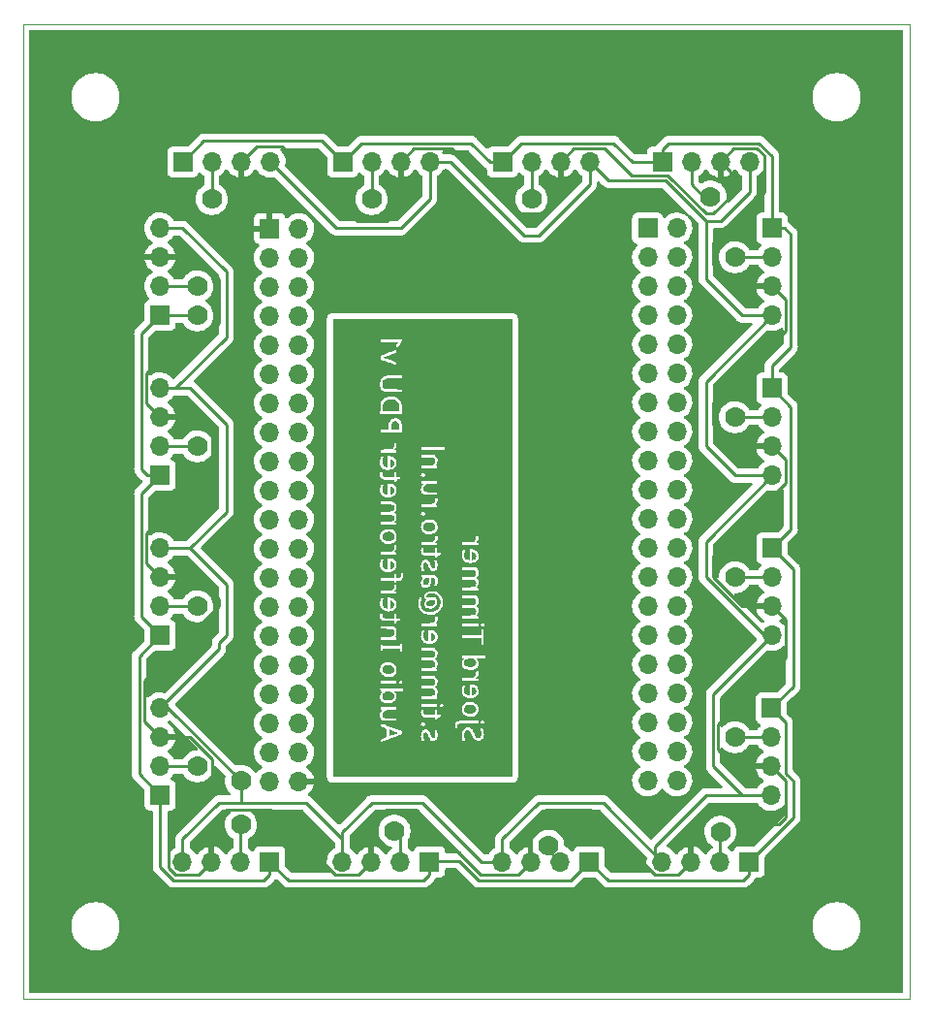
<source format=gbr>
%TF.GenerationSoftware,KiCad,Pcbnew,(6.0.7)*%
%TF.CreationDate,2022-09-14T11:12:12+02:00*%
%TF.ProjectId,pdb,7064622e-6b69-4636-9164-5f7063625858,rev?*%
%TF.SameCoordinates,Original*%
%TF.FileFunction,Copper,L2,Bot*%
%TF.FilePolarity,Positive*%
%FSLAX46Y46*%
G04 Gerber Fmt 4.6, Leading zero omitted, Abs format (unit mm)*
G04 Created by KiCad (PCBNEW (6.0.7)) date 2022-09-14 11:12:12*
%MOMM*%
%LPD*%
G01*
G04 APERTURE LIST*
%TA.AperFunction,Profile*%
%ADD10C,0.100000*%
%TD*%
%TA.AperFunction,ComponentPad*%
%ADD11R,1.700000X1.700000*%
%TD*%
%TA.AperFunction,ComponentPad*%
%ADD12O,1.700000X1.700000*%
%TD*%
%TA.AperFunction,ViaPad*%
%ADD13C,1.778000*%
%TD*%
%TA.AperFunction,Conductor*%
%ADD14C,0.250000*%
%TD*%
G04 APERTURE END LIST*
D10*
X38100000Y-91440000D02*
X38100000Y-6350000D01*
X115570000Y-6350000D02*
X115570000Y-91440000D01*
X38100000Y-6350000D02*
X115570000Y-6350000D01*
X115570000Y-91440000D02*
X38100000Y-91440000D01*
%TO.C,G\u002A\u002A\u002A*%
G36*
X65193551Y-32047595D02*
G01*
X80856449Y-32047595D01*
X80856449Y-72066300D01*
X65193551Y-72066300D01*
X65193551Y-67625165D01*
X69344219Y-67625165D01*
X69632063Y-67735493D01*
X69919907Y-67845822D01*
X69905473Y-68576428D01*
X69344311Y-68790144D01*
X69344265Y-68916935D01*
X69344439Y-68945449D01*
X69348802Y-69006744D01*
X69362450Y-69030190D01*
X69389903Y-69026656D01*
X69389926Y-69026647D01*
X69424191Y-69013570D01*
X69501409Y-68983939D01*
X69615828Y-68939967D01*
X69761693Y-68883866D01*
X69933252Y-68817850D01*
X70124752Y-68744131D01*
X70330439Y-68664922D01*
X70818637Y-68476886D01*
X72895877Y-68476886D01*
X72895976Y-68488040D01*
X72902155Y-68604093D01*
X72915863Y-68712158D01*
X72934386Y-68790144D01*
X72943982Y-68816961D01*
X72964172Y-68874918D01*
X72972398Y-68901090D01*
X72976937Y-68902893D01*
X73017460Y-68906274D01*
X73086251Y-68907616D01*
X73199711Y-68907616D01*
X73152365Y-68770566D01*
X73133089Y-68702009D01*
X73112508Y-68576299D01*
X73105055Y-68446364D01*
X73111422Y-68330261D01*
X73132298Y-68246050D01*
X73184430Y-68178703D01*
X73264016Y-68142480D01*
X73352037Y-68150852D01*
X73362185Y-68155502D01*
X73398588Y-68185926D01*
X73440113Y-68243863D01*
X73491287Y-68336390D01*
X73556640Y-68470584D01*
X73595515Y-68551257D01*
X73672839Y-68694765D01*
X73743384Y-68796448D01*
X73812523Y-68862012D01*
X73885629Y-68897166D01*
X73968074Y-68907616D01*
X74068716Y-68896976D01*
X74183908Y-68846080D01*
X74269155Y-68752870D01*
X74324739Y-68617002D01*
X74350942Y-68438131D01*
X74351276Y-68403904D01*
X76473855Y-68403904D01*
X76477359Y-68545462D01*
X76488006Y-68675876D01*
X76505570Y-68777092D01*
X76520614Y-68831467D01*
X76543358Y-68876284D01*
X76583248Y-68895135D01*
X76657776Y-68902425D01*
X76779453Y-68910287D01*
X76729565Y-68749997D01*
X76710882Y-68679013D01*
X76687851Y-68531517D01*
X76680911Y-68380520D01*
X76690431Y-68243621D01*
X76716777Y-68138419D01*
X76770623Y-68057660D01*
X76858994Y-67998151D01*
X76963346Y-67974886D01*
X77069878Y-67990642D01*
X77164790Y-68048199D01*
X77188995Y-68078883D01*
X77233368Y-68153522D01*
X77284732Y-68254405D01*
X77336190Y-68368640D01*
X77414614Y-68537262D01*
X77504391Y-68683452D01*
X77600463Y-68785963D01*
X77708490Y-68849231D01*
X77834133Y-68877695D01*
X77983050Y-68875792D01*
X77994325Y-68874579D01*
X78134952Y-68833957D01*
X78248474Y-68750881D01*
X78332509Y-68628730D01*
X78384677Y-68470881D01*
X78402595Y-68280713D01*
X78400092Y-68210321D01*
X78386761Y-68084497D01*
X78364790Y-67959427D01*
X78337423Y-67852259D01*
X78307903Y-67780141D01*
X78304964Y-67777627D01*
X78285124Y-67777569D01*
X78268565Y-67777521D01*
X78209594Y-67791596D01*
X78148577Y-67813914D01*
X78106039Y-67838536D01*
X78100746Y-67854248D01*
X78105349Y-67909293D01*
X78124882Y-67985076D01*
X78161441Y-68109634D01*
X78184797Y-68240510D01*
X78182305Y-68350769D01*
X78154824Y-68453828D01*
X78133661Y-68503123D01*
X78086853Y-68569689D01*
X78020681Y-68610511D01*
X78004835Y-68616763D01*
X77900352Y-68636343D01*
X77805815Y-68611899D01*
X77718555Y-68541386D01*
X77635902Y-68422760D01*
X77555185Y-68253974D01*
X77510488Y-68149534D01*
X77446491Y-68017141D01*
X77386457Y-67919475D01*
X77324157Y-67846963D01*
X77253362Y-67790029D01*
X77206324Y-67761478D01*
X77150866Y-67741799D01*
X77079672Y-67734984D01*
X76974680Y-67737638D01*
X76866289Y-67746879D01*
X76777644Y-67767117D01*
X76713632Y-67801001D01*
X76645208Y-67863214D01*
X76555619Y-67985778D01*
X76497361Y-68121400D01*
X76489181Y-68159574D01*
X76477721Y-68269257D01*
X76473855Y-68403904D01*
X74351276Y-68403904D01*
X74351834Y-68346590D01*
X74343613Y-68232531D01*
X74327533Y-68123133D01*
X74305891Y-68030279D01*
X74280979Y-67965853D01*
X74255094Y-67941737D01*
X74252052Y-67941815D01*
X74202895Y-67952286D01*
X74190433Y-67956839D01*
X74142324Y-67974416D01*
X74090903Y-67999622D01*
X74069194Y-68019323D01*
X74070727Y-68029277D01*
X74084644Y-68079218D01*
X74108351Y-68150576D01*
X74123420Y-68201688D01*
X74142546Y-68318637D01*
X74146126Y-68438092D01*
X74134216Y-68542587D01*
X74106871Y-68614654D01*
X74071045Y-68649608D01*
X73991176Y-68672673D01*
X73982721Y-68672474D01*
X73932851Y-68660270D01*
X73887145Y-68624417D01*
X73840818Y-68558326D01*
X73789082Y-68455403D01*
X73727152Y-68309057D01*
X73681017Y-68204193D01*
X73593529Y-68054752D01*
X73498452Y-67955000D01*
X73393375Y-67903405D01*
X73275885Y-67898436D01*
X73143572Y-67938561D01*
X73127624Y-67945788D01*
X73092025Y-67966540D01*
X73056303Y-67987364D01*
X73006082Y-68042610D01*
X72959338Y-68129819D01*
X72941770Y-68169616D01*
X72913205Y-68256477D01*
X72899232Y-68351656D01*
X72895877Y-68476886D01*
X70818637Y-68476886D01*
X71225293Y-68320257D01*
X71218004Y-68203032D01*
X71210715Y-68085806D01*
X70283993Y-67726925D01*
X70249147Y-67713432D01*
X70207378Y-67697272D01*
X70044067Y-67634087D01*
X69977284Y-67608287D01*
X75877061Y-67608287D01*
X75879858Y-67684854D01*
X75886365Y-67726372D01*
X75887959Y-67729203D01*
X75925857Y-67750342D01*
X75990074Y-67759003D01*
X76079266Y-67759003D01*
X76079266Y-67619473D01*
X76079081Y-67564561D01*
X76081549Y-67516343D01*
X76091622Y-67478145D01*
X76114255Y-67448804D01*
X76154405Y-67427153D01*
X76217026Y-67412028D01*
X76307076Y-67402265D01*
X76429510Y-67396699D01*
X76589283Y-67394165D01*
X76791352Y-67393499D01*
X77040674Y-67393536D01*
X77906604Y-67393536D01*
X77906604Y-67232103D01*
X78144694Y-67232103D01*
X78146690Y-67305672D01*
X78172873Y-67362210D01*
X78217530Y-67383984D01*
X78285124Y-67393536D01*
X78356080Y-67383602D01*
X78410965Y-67341094D01*
X78428700Y-67263012D01*
X78417773Y-67198506D01*
X78371014Y-67148611D01*
X78285124Y-67132488D01*
X78220016Y-67141345D01*
X78172873Y-67163813D01*
X78166885Y-67170739D01*
X78144694Y-67232103D01*
X77906604Y-67232103D01*
X77906604Y-67129331D01*
X77201773Y-67135814D01*
X77025566Y-67137435D01*
X76934882Y-67138281D01*
X76701980Y-67140810D01*
X76513710Y-67144025D01*
X76364423Y-67148708D01*
X76248468Y-67155642D01*
X76160197Y-67165611D01*
X76093961Y-67179396D01*
X76044109Y-67197781D01*
X76004994Y-67221548D01*
X75970964Y-67251481D01*
X75936372Y-67288361D01*
X75907269Y-67333661D01*
X75887587Y-67407664D01*
X75878408Y-67519451D01*
X75877061Y-67608287D01*
X69977284Y-67608287D01*
X69855681Y-67561309D01*
X69689321Y-67497150D01*
X69550317Y-67443662D01*
X69521710Y-67432693D01*
X72894476Y-67432693D01*
X72894878Y-67445853D01*
X72922597Y-67529740D01*
X72990099Y-67583449D01*
X73092025Y-67602374D01*
X73180614Y-67580348D01*
X73238955Y-67518986D01*
X73259944Y-67425592D01*
X73248936Y-67367552D01*
X73200897Y-67304079D01*
X73126695Y-67268787D01*
X73039503Y-67266903D01*
X72952494Y-67303649D01*
X72911254Y-67349512D01*
X72894476Y-67432693D01*
X69521710Y-67432693D01*
X69444000Y-67402896D01*
X69375699Y-67376904D01*
X69350745Y-67367737D01*
X69348443Y-67375958D01*
X69345408Y-67422429D01*
X69344219Y-67496298D01*
X69344219Y-67625165D01*
X65193551Y-67625165D01*
X65193551Y-66701065D01*
X69320859Y-66701065D01*
X69331167Y-66820237D01*
X69354965Y-66910596D01*
X69380563Y-66958233D01*
X69471584Y-67061563D01*
X69587388Y-67130749D01*
X69631897Y-67139304D01*
X69724574Y-67147269D01*
X69856065Y-67153349D01*
X70019343Y-67157229D01*
X70207378Y-67158592D01*
X70753880Y-67158592D01*
X70753880Y-66923649D01*
X70257050Y-66923649D01*
X70184920Y-66923520D01*
X69984997Y-66920675D01*
X69829890Y-66912271D01*
X69714004Y-66895910D01*
X69631739Y-66869194D01*
X69577499Y-66829725D01*
X69545686Y-66775103D01*
X69530703Y-66702931D01*
X69526953Y-66610811D01*
X69528578Y-66560838D01*
X69555241Y-66431655D01*
X69596989Y-66367627D01*
X72894494Y-66367627D01*
X72899435Y-66476824D01*
X72914067Y-66579887D01*
X72937014Y-66655094D01*
X72993642Y-66727886D01*
X73088238Y-66792145D01*
X73102652Y-66798921D01*
X73148203Y-66816644D01*
X73200428Y-66829239D01*
X73268433Y-66837555D01*
X73361323Y-66842443D01*
X73488204Y-66844753D01*
X73658182Y-66845334D01*
X74118252Y-66845334D01*
X74126354Y-66943228D01*
X74131375Y-66983987D01*
X74150837Y-67031483D01*
X74190433Y-67049101D01*
X74219730Y-67047572D01*
X74261238Y-67017948D01*
X74307905Y-66947413D01*
X74322507Y-66922304D01*
X74366923Y-66864080D01*
X74423919Y-66826495D01*
X74512976Y-66795076D01*
X74558839Y-66780801D01*
X74622120Y-66754435D01*
X74653192Y-66724486D01*
X74664812Y-66681399D01*
X74666832Y-66662618D01*
X74664670Y-66632460D01*
X74643883Y-66616951D01*
X74593278Y-66611219D01*
X74501657Y-66610391D01*
X74330242Y-66610391D01*
X74330242Y-66189562D01*
X74134456Y-66205766D01*
X74126801Y-66409748D01*
X74119147Y-66613730D01*
X73661079Y-66605534D01*
X73636899Y-66605100D01*
X73478253Y-66601946D01*
X73362738Y-66598316D01*
X73282323Y-66593069D01*
X73228978Y-66585067D01*
X73194674Y-66573168D01*
X73171380Y-66556232D01*
X73151065Y-66533120D01*
X73124719Y-66492391D01*
X73107587Y-66426819D01*
X73107743Y-66330772D01*
X73116367Y-66192642D01*
X73021267Y-66192678D01*
X72950212Y-66201756D01*
X72920581Y-66225712D01*
X72910322Y-66234006D01*
X72900621Y-66274017D01*
X72894494Y-66367627D01*
X69596989Y-66367627D01*
X69617232Y-66336580D01*
X69717944Y-66269550D01*
X69720383Y-66268449D01*
X69767440Y-66250377D01*
X69821678Y-66237315D01*
X69892102Y-66228474D01*
X69987714Y-66223065D01*
X70117519Y-66220301D01*
X70290519Y-66219392D01*
X70753880Y-66218818D01*
X70753880Y-66132249D01*
X76471566Y-66132249D01*
X76477878Y-66274146D01*
X76507866Y-66390529D01*
X76582080Y-66512476D01*
X76700328Y-66630242D01*
X76842642Y-66716839D01*
X76879982Y-66732464D01*
X76969213Y-66759899D01*
X77069723Y-66773902D01*
X77201773Y-66777921D01*
X77225052Y-66777845D01*
X77390626Y-66768599D01*
X77521106Y-66740990D01*
X77630137Y-66690789D01*
X77731362Y-66613767D01*
X77766981Y-66579694D01*
X77861569Y-66455263D01*
X77914988Y-66312260D01*
X77932135Y-66139103D01*
X77928910Y-66046584D01*
X77909207Y-65939707D01*
X77866170Y-65834497D01*
X77830478Y-65771020D01*
X77723417Y-65644891D01*
X77584869Y-65556661D01*
X77411949Y-65504827D01*
X77226799Y-65489901D01*
X77201773Y-65487883D01*
X77108763Y-65490870D01*
X76911058Y-65522972D01*
X76750262Y-65590892D01*
X76624912Y-65695394D01*
X76533546Y-65837243D01*
X76526162Y-65853992D01*
X76487978Y-65985357D01*
X76471566Y-66132249D01*
X70753880Y-66132249D01*
X70753880Y-65957770D01*
X69344219Y-65957770D01*
X69344219Y-66059397D01*
X69344230Y-66062763D01*
X69356053Y-66141451D01*
X69396672Y-66181521D01*
X69475692Y-66192714D01*
X69503143Y-66196462D01*
X69499207Y-66214923D01*
X69459068Y-66258226D01*
X69457803Y-66259500D01*
X69401066Y-66332001D01*
X69355835Y-66414016D01*
X69340559Y-66462739D01*
X69324002Y-66574694D01*
X69320859Y-66701065D01*
X65193551Y-66701065D01*
X65193551Y-65931665D01*
X72920581Y-65931665D01*
X74330242Y-65931665D01*
X74330242Y-65801141D01*
X74565185Y-65801141D01*
X74576113Y-65865647D01*
X74622872Y-65915542D01*
X74708762Y-65931665D01*
X74779718Y-65921731D01*
X74834603Y-65879223D01*
X74852339Y-65801141D01*
X74841411Y-65736636D01*
X74794652Y-65686740D01*
X74708762Y-65670617D01*
X74643654Y-65679475D01*
X74596511Y-65701943D01*
X74576582Y-65737480D01*
X74565185Y-65801141D01*
X74330242Y-65801141D01*
X74330242Y-65670617D01*
X72920581Y-65670617D01*
X72920581Y-65931665D01*
X65193551Y-65931665D01*
X65193551Y-65015950D01*
X69324161Y-65015950D01*
X69327947Y-65153682D01*
X69353436Y-65259361D01*
X69407009Y-65349463D01*
X69495046Y-65440463D01*
X69580171Y-65502630D01*
X69736982Y-65571205D01*
X69918624Y-65608542D01*
X70113521Y-65612639D01*
X70310098Y-65581492D01*
X70421018Y-65545460D01*
X70574167Y-65460322D01*
X70686452Y-65345870D01*
X70755654Y-65204667D01*
X70779556Y-65039274D01*
X70779287Y-65008013D01*
X70765180Y-64871582D01*
X70725854Y-64764901D01*
X70655968Y-64672107D01*
X70587483Y-64600319D01*
X71354291Y-64600319D01*
X71354291Y-64365376D01*
X69341068Y-64365376D01*
X69349170Y-64463269D01*
X69357758Y-64522357D01*
X69380594Y-64556641D01*
X69429060Y-64569422D01*
X69478315Y-64578612D01*
X69500848Y-64590531D01*
X69494876Y-64602696D01*
X69464273Y-64646614D01*
X69416404Y-64708460D01*
X69373397Y-64766806D01*
X69345581Y-64824823D01*
X69331374Y-64896303D01*
X69324698Y-65000608D01*
X69324161Y-65015950D01*
X65193551Y-65015950D01*
X65193551Y-63660545D01*
X69344219Y-63660545D01*
X69344219Y-63921593D01*
X70753880Y-63921593D01*
X70753880Y-63791069D01*
X70988824Y-63791069D01*
X70999751Y-63855575D01*
X71046510Y-63905470D01*
X71132400Y-63921593D01*
X71203356Y-63911659D01*
X71258241Y-63869151D01*
X71275977Y-63791069D01*
X71265049Y-63726564D01*
X71218290Y-63676668D01*
X71132400Y-63660545D01*
X71067292Y-63669403D01*
X71020149Y-63691871D01*
X71000220Y-63727408D01*
X70988824Y-63791069D01*
X70753880Y-63791069D01*
X70753880Y-63660545D01*
X69344219Y-63660545D01*
X65193551Y-63660545D01*
X65193551Y-62660306D01*
X69318843Y-62660306D01*
X69325154Y-62802204D01*
X69355142Y-62918586D01*
X69429356Y-63040534D01*
X69547605Y-63158299D01*
X69689918Y-63244896D01*
X69727259Y-63260522D01*
X69816489Y-63287956D01*
X69917000Y-63301960D01*
X70049050Y-63305979D01*
X70072329Y-63305903D01*
X70237902Y-63296656D01*
X70368382Y-63269047D01*
X70477413Y-63218846D01*
X70486048Y-63212276D01*
X72920581Y-63212276D01*
X72920581Y-63477811D01*
X73444394Y-63477811D01*
X73501055Y-63477858D01*
X73681951Y-63479158D01*
X73819761Y-63483059D01*
X73921672Y-63490659D01*
X73994870Y-63503054D01*
X74046541Y-63521339D01*
X74083871Y-63546612D01*
X74114047Y-63579968D01*
X74124947Y-63599511D01*
X74142029Y-63674635D01*
X74144978Y-63771060D01*
X74134050Y-63868202D01*
X74109501Y-63945474D01*
X74105112Y-63953754D01*
X74071762Y-64003077D01*
X74027774Y-64040525D01*
X73966228Y-64067660D01*
X73880206Y-64086046D01*
X73762790Y-64097244D01*
X73607061Y-64102817D01*
X73406101Y-64104327D01*
X72920581Y-64104327D01*
X72920581Y-64365376D01*
X73994895Y-64365376D01*
X74071202Y-64441682D01*
X74111039Y-64487118D01*
X74140110Y-64550784D01*
X74147508Y-64638765D01*
X74142597Y-64733260D01*
X74122595Y-64816600D01*
X74082194Y-64880386D01*
X74016128Y-64927071D01*
X73919134Y-64959111D01*
X73785948Y-64978958D01*
X73611305Y-64989067D01*
X73389940Y-64991891D01*
X72920581Y-64991891D01*
X72920581Y-65252940D01*
X74330242Y-65252940D01*
X74330242Y-65149703D01*
X74330131Y-65129735D01*
X74323704Y-65072073D01*
X74297420Y-65044472D01*
X74237565Y-65029081D01*
X74218023Y-65025378D01*
X74170585Y-65013438D01*
X74166999Y-64998867D01*
X74201233Y-64972229D01*
X74252568Y-64924493D01*
X74313104Y-64819520D01*
X74346450Y-64691239D01*
X74352520Y-64552811D01*
X74352176Y-64550624D01*
X76473913Y-64550624D01*
X76475258Y-64637586D01*
X76485085Y-64702964D01*
X76506019Y-64763004D01*
X76540683Y-64833953D01*
X76573223Y-64891535D01*
X76673477Y-65016127D01*
X76801112Y-65104183D01*
X76966429Y-65163682D01*
X77035426Y-65178582D01*
X77226799Y-65192918D01*
X77410406Y-65169854D01*
X77578204Y-65112751D01*
X77722153Y-65024972D01*
X77834209Y-64909878D01*
X77906330Y-64770830D01*
X77918601Y-64716277D01*
X77928447Y-64615261D01*
X77927998Y-64509133D01*
X77926646Y-64491413D01*
X77889291Y-64328663D01*
X77809490Y-64195651D01*
X77688279Y-64093282D01*
X77526695Y-64022456D01*
X77325771Y-63984078D01*
X77149564Y-63966593D01*
X77149564Y-64946355D01*
X77038751Y-64928635D01*
X76972925Y-64914836D01*
X76842557Y-64858679D01*
X76751147Y-64768782D01*
X76697314Y-64643422D01*
X76679677Y-64480877D01*
X76682337Y-64414298D01*
X76696417Y-64294839D01*
X76718551Y-64193317D01*
X76732880Y-64145689D01*
X76750648Y-64085090D01*
X76757709Y-64058644D01*
X76755818Y-64057365D01*
X76721544Y-64053623D01*
X76657762Y-64052118D01*
X76605096Y-64054978D01*
X76556121Y-64074997D01*
X76522937Y-64123906D01*
X76515253Y-64145136D01*
X76499281Y-64221485D01*
X76496943Y-64239928D01*
X76485983Y-64326387D01*
X76477646Y-64443690D01*
X76473913Y-64550624D01*
X74352176Y-64550624D01*
X74331230Y-64417398D01*
X74282492Y-64298160D01*
X74206221Y-64208259D01*
X74141032Y-64156981D01*
X74234162Y-64053897D01*
X74279914Y-63996736D01*
X74331514Y-63894600D01*
X74353840Y-63773475D01*
X74351554Y-63660545D01*
X76496943Y-63660545D01*
X77906604Y-63660545D01*
X77906604Y-63559090D01*
X77905877Y-63515218D01*
X77895519Y-63473469D01*
X77861548Y-63453216D01*
X77789912Y-63440136D01*
X77673220Y-63422637D01*
X77765141Y-63341930D01*
X77786935Y-63322190D01*
X77873380Y-63220783D01*
X77919241Y-63109466D01*
X77932708Y-62970063D01*
X77932679Y-62951881D01*
X77928752Y-62872834D01*
X77910295Y-62834464D01*
X77866095Y-62826928D01*
X77784937Y-62840387D01*
X77746766Y-62850146D01*
X77721069Y-62870754D01*
X77710809Y-62914676D01*
X77708953Y-62996351D01*
X77708420Y-63023982D01*
X77687747Y-63143296D01*
X77631289Y-63241212D01*
X77531173Y-63332622D01*
X77511191Y-63346304D01*
X77478281Y-63362081D01*
X77433840Y-63373551D01*
X77369733Y-63381624D01*
X77277825Y-63387214D01*
X77266244Y-63387578D01*
X77149978Y-63391230D01*
X76978058Y-63394585D01*
X76496943Y-63402726D01*
X76496943Y-63660545D01*
X74351554Y-63660545D01*
X74350715Y-63619095D01*
X74347327Y-63586558D01*
X74312957Y-63455972D01*
X74243610Y-63357820D01*
X74132771Y-63282025D01*
X74095710Y-63265313D01*
X74050968Y-63251563D01*
X73993216Y-63241331D01*
X73914614Y-63233891D01*
X73807322Y-63228515D01*
X73663500Y-63224475D01*
X73475309Y-63221046D01*
X72920581Y-63212276D01*
X70486048Y-63212276D01*
X70578639Y-63141824D01*
X70614258Y-63107751D01*
X70708846Y-62983321D01*
X70762265Y-62840317D01*
X70766348Y-62799086D01*
X72920581Y-62799086D01*
X74330242Y-62799086D01*
X74330242Y-62695849D01*
X74330131Y-62675881D01*
X74323704Y-62618219D01*
X74297420Y-62590618D01*
X74237565Y-62575227D01*
X74218023Y-62571524D01*
X74170585Y-62559584D01*
X74166999Y-62545013D01*
X74201233Y-62518375D01*
X74252568Y-62470639D01*
X74313104Y-62365666D01*
X74346450Y-62237385D01*
X74351671Y-62118314D01*
X76476884Y-62118314D01*
X76480671Y-62256046D01*
X76506160Y-62361725D01*
X76559732Y-62451827D01*
X76647769Y-62542826D01*
X76732894Y-62604994D01*
X76889706Y-62673569D01*
X77071347Y-62710906D01*
X77266244Y-62715002D01*
X77462822Y-62683856D01*
X77573741Y-62647823D01*
X77726890Y-62562686D01*
X77839175Y-62448234D01*
X77908378Y-62307031D01*
X77932279Y-62141638D01*
X77932011Y-62110377D01*
X77917904Y-61973946D01*
X77878577Y-61867265D01*
X77808692Y-61774471D01*
X77740207Y-61702683D01*
X78507015Y-61702683D01*
X78507015Y-61467739D01*
X76493791Y-61467739D01*
X76501893Y-61565632D01*
X76510482Y-61624721D01*
X76533317Y-61659005D01*
X76581784Y-61671786D01*
X76631038Y-61680976D01*
X76653572Y-61692895D01*
X76647600Y-61705060D01*
X76616997Y-61748978D01*
X76569128Y-61810824D01*
X76526120Y-61869170D01*
X76498305Y-61927187D01*
X76484098Y-61998666D01*
X76477421Y-62102972D01*
X76476884Y-62118314D01*
X74351671Y-62118314D01*
X74352520Y-62098957D01*
X74331230Y-61963544D01*
X74282492Y-61844306D01*
X74206221Y-61754404D01*
X74141032Y-61703127D01*
X74234162Y-61600043D01*
X74279914Y-61542882D01*
X74331514Y-61440746D01*
X74353840Y-61319621D01*
X74350715Y-61165241D01*
X74347327Y-61132704D01*
X74312957Y-61002118D01*
X74243610Y-60903966D01*
X74132771Y-60828171D01*
X74095710Y-60811459D01*
X74050968Y-60797709D01*
X73993216Y-60787477D01*
X73914614Y-60780037D01*
X73807322Y-60774661D01*
X73663500Y-60770621D01*
X73650437Y-60770383D01*
X73475309Y-60767192D01*
X72920581Y-60758422D01*
X72920581Y-61023957D01*
X73444394Y-61023957D01*
X73501055Y-61024004D01*
X73681951Y-61025304D01*
X73819761Y-61029205D01*
X73921672Y-61036805D01*
X73994870Y-61049200D01*
X74046541Y-61067485D01*
X74083871Y-61092758D01*
X74114047Y-61126114D01*
X74124947Y-61145657D01*
X74142029Y-61220780D01*
X74144978Y-61317206D01*
X74134050Y-61414347D01*
X74109501Y-61491620D01*
X74105112Y-61499900D01*
X74071762Y-61549223D01*
X74027774Y-61586671D01*
X73966228Y-61613806D01*
X73880206Y-61632192D01*
X73762790Y-61643390D01*
X73607061Y-61648963D01*
X73406101Y-61650473D01*
X72920581Y-61650473D01*
X72920581Y-61911521D01*
X73994895Y-61911521D01*
X74071202Y-61987828D01*
X74111039Y-62033264D01*
X74140110Y-62096930D01*
X74147508Y-62184910D01*
X74142597Y-62279406D01*
X74122595Y-62362746D01*
X74082194Y-62426532D01*
X74016128Y-62473217D01*
X73919134Y-62505257D01*
X73785948Y-62525104D01*
X73611305Y-62535213D01*
X73389940Y-62538037D01*
X72920581Y-62538037D01*
X72920581Y-62799086D01*
X70766348Y-62799086D01*
X70779412Y-62667161D01*
X70776186Y-62574641D01*
X70756484Y-62467765D01*
X70713447Y-62362554D01*
X70677755Y-62299078D01*
X70570694Y-62172948D01*
X70432145Y-62084719D01*
X70259225Y-62032884D01*
X70049050Y-62015941D01*
X69956039Y-62018927D01*
X69758334Y-62051030D01*
X69597538Y-62118949D01*
X69472189Y-62223452D01*
X69380822Y-62365301D01*
X69373438Y-62382050D01*
X69344219Y-62482575D01*
X69335255Y-62513415D01*
X69318843Y-62660306D01*
X65193551Y-62660306D01*
X65193551Y-61076167D01*
X69344219Y-61076167D01*
X69420239Y-61076167D01*
X69426630Y-61076132D01*
X69473652Y-61068940D01*
X69498356Y-61039036D01*
X69513901Y-60971748D01*
X69531542Y-60867328D01*
X71036444Y-60867328D01*
X71054086Y-60971748D01*
X71055593Y-60980517D01*
X71071459Y-61043437D01*
X71097790Y-61070430D01*
X71147747Y-61076167D01*
X71223767Y-61076167D01*
X71223767Y-60397441D01*
X71147747Y-60397441D01*
X71141357Y-60397476D01*
X71094334Y-60404668D01*
X71069631Y-60434572D01*
X71054086Y-60501861D01*
X71036444Y-60606280D01*
X69531542Y-60606280D01*
X69513901Y-60501861D01*
X69512394Y-60493091D01*
X69496528Y-60430171D01*
X69470196Y-60403178D01*
X69420239Y-60397441D01*
X69344219Y-60397441D01*
X69344219Y-61076167D01*
X65193551Y-61076167D01*
X65193551Y-60084183D01*
X69344219Y-60084183D01*
X70753880Y-60084183D01*
X70753880Y-59980947D01*
X70753798Y-59964045D01*
X70747762Y-59904765D01*
X70722815Y-59876389D01*
X70665959Y-59861216D01*
X70578037Y-59844722D01*
X70641290Y-59781469D01*
X70647580Y-59773440D01*
X72897551Y-59773440D01*
X72898896Y-59860402D01*
X72908724Y-59925780D01*
X72929657Y-59985820D01*
X72964321Y-60056769D01*
X72996861Y-60114351D01*
X73097115Y-60238943D01*
X73224750Y-60327000D01*
X73390067Y-60386498D01*
X73459065Y-60401398D01*
X73650437Y-60415734D01*
X73834044Y-60392670D01*
X74001843Y-60335567D01*
X74145791Y-60247788D01*
X74257847Y-60132694D01*
X74329968Y-59993646D01*
X74338963Y-59953659D01*
X76496943Y-59953659D01*
X78167652Y-59953659D01*
X78167652Y-60527965D01*
X78376491Y-60527965D01*
X78376491Y-59115153D01*
X78285124Y-59122715D01*
X78278597Y-59123255D01*
X78180704Y-59131357D01*
X78165886Y-59692611D01*
X76496943Y-59692611D01*
X76496943Y-59953659D01*
X74338963Y-59953659D01*
X74342239Y-59939093D01*
X74352085Y-59838077D01*
X74351636Y-59731949D01*
X74350285Y-59714229D01*
X74312929Y-59551479D01*
X74233128Y-59418467D01*
X74111918Y-59316098D01*
X73950333Y-59245272D01*
X73749409Y-59206894D01*
X73573202Y-59189409D01*
X73573202Y-60169171D01*
X73462389Y-60151451D01*
X73396563Y-60137652D01*
X73266195Y-60081495D01*
X73174785Y-59991598D01*
X73120952Y-59866238D01*
X73103315Y-59703693D01*
X73105975Y-59637114D01*
X73120055Y-59517655D01*
X73142190Y-59416133D01*
X73156518Y-59368506D01*
X73174287Y-59307906D01*
X73181347Y-59281460D01*
X73179457Y-59280181D01*
X73145182Y-59276439D01*
X73081400Y-59274934D01*
X73028734Y-59277794D01*
X72979759Y-59297813D01*
X72946575Y-59346722D01*
X72938891Y-59367952D01*
X72922920Y-59444301D01*
X72920581Y-59462752D01*
X72909622Y-59549203D01*
X72901284Y-59666506D01*
X72897551Y-59773440D01*
X70647580Y-59773440D01*
X70701014Y-59705230D01*
X70756850Y-59576203D01*
X70780367Y-59432653D01*
X70772561Y-59286381D01*
X70734426Y-59149184D01*
X70666956Y-59032864D01*
X70614072Y-58986695D01*
X70571146Y-58949220D01*
X70564482Y-58945440D01*
X70529461Y-58928701D01*
X70487664Y-58915981D01*
X70431517Y-58906576D01*
X70353449Y-58899784D01*
X70245889Y-58894903D01*
X70101263Y-58891230D01*
X69911999Y-58888062D01*
X69592381Y-58883361D01*
X72920581Y-58883361D01*
X74330242Y-58883361D01*
X76496943Y-58883361D01*
X77906604Y-58883361D01*
X77906604Y-58721928D01*
X78144694Y-58721928D01*
X78146690Y-58795497D01*
X78172873Y-58852035D01*
X78217530Y-58873810D01*
X78285124Y-58883361D01*
X78356080Y-58873427D01*
X78410965Y-58830919D01*
X78428700Y-58752837D01*
X78417773Y-58688331D01*
X78371014Y-58638436D01*
X78285124Y-58622313D01*
X78220016Y-58631171D01*
X78172873Y-58653639D01*
X78166885Y-58660564D01*
X78144694Y-58721928D01*
X77906604Y-58721928D01*
X77906604Y-58622313D01*
X76496943Y-58622313D01*
X76496943Y-58883361D01*
X74330242Y-58883361D01*
X74330242Y-58781906D01*
X74329515Y-58738034D01*
X74319157Y-58696285D01*
X74285187Y-58676032D01*
X74213550Y-58662952D01*
X74096859Y-58645453D01*
X74188779Y-58564746D01*
X74210573Y-58545006D01*
X74297019Y-58443599D01*
X74342880Y-58332282D01*
X74356347Y-58192879D01*
X74356317Y-58174697D01*
X74352390Y-58095650D01*
X74333934Y-58057280D01*
X74289733Y-58049744D01*
X74208575Y-58063203D01*
X74170404Y-58072962D01*
X74144707Y-58093570D01*
X74134448Y-58137492D01*
X74132591Y-58219167D01*
X74132058Y-58246798D01*
X74111385Y-58366112D01*
X74054927Y-58464028D01*
X73954811Y-58555438D01*
X73934829Y-58569120D01*
X73901919Y-58584897D01*
X73857479Y-58596367D01*
X73793372Y-58604441D01*
X73701463Y-58610030D01*
X73665923Y-58611146D01*
X73573616Y-58614046D01*
X73401696Y-58617401D01*
X72920581Y-58625542D01*
X72920581Y-58883361D01*
X69592381Y-58883361D01*
X69344219Y-58879711D01*
X69344219Y-59118305D01*
X69827997Y-59118305D01*
X69837627Y-59118307D01*
X70035611Y-59119855D01*
X70188859Y-59125249D01*
X70304487Y-59135915D01*
X70389608Y-59153284D01*
X70451338Y-59178783D01*
X70496791Y-59213841D01*
X70533083Y-59259887D01*
X70554415Y-59309317D01*
X70569097Y-59408295D01*
X70564723Y-59519425D01*
X70542664Y-59621980D01*
X70504289Y-59695236D01*
X70467159Y-59732231D01*
X70417759Y-59766004D01*
X70354981Y-59790409D01*
X70271067Y-59806886D01*
X70158262Y-59816873D01*
X70008807Y-59821809D01*
X69814945Y-59823135D01*
X69344219Y-59823135D01*
X69344219Y-60084183D01*
X65193551Y-60084183D01*
X65193551Y-57961872D01*
X69318132Y-57961872D01*
X69323073Y-58071069D01*
X69337705Y-58174132D01*
X69360652Y-58249339D01*
X69417280Y-58322131D01*
X69511876Y-58386389D01*
X69526290Y-58393166D01*
X69571841Y-58410889D01*
X69624066Y-58423483D01*
X69692071Y-58431800D01*
X69784961Y-58436688D01*
X69911843Y-58438998D01*
X70081821Y-58439579D01*
X70541890Y-58439579D01*
X70549992Y-58537472D01*
X70555013Y-58578232D01*
X70574476Y-58625727D01*
X70614072Y-58643346D01*
X70643369Y-58641817D01*
X70684876Y-58612193D01*
X70731543Y-58541658D01*
X70746145Y-58516549D01*
X70790561Y-58458325D01*
X70847557Y-58420740D01*
X70936614Y-58389321D01*
X70982477Y-58375045D01*
X71045759Y-58348680D01*
X71076831Y-58318730D01*
X71088451Y-58275644D01*
X71090470Y-58256862D01*
X71088308Y-58226705D01*
X71067522Y-58211196D01*
X71016916Y-58205464D01*
X70925295Y-58204636D01*
X70753880Y-58204636D01*
X70753880Y-57783807D01*
X70558094Y-57800011D01*
X70550440Y-58003993D01*
X70542785Y-58207974D01*
X70084718Y-58199779D01*
X70074075Y-58199588D01*
X70060537Y-58199345D01*
X69901891Y-58196190D01*
X69786376Y-58192560D01*
X69705961Y-58187314D01*
X69652616Y-58179311D01*
X69618312Y-58167412D01*
X69595018Y-58150477D01*
X69574703Y-58127364D01*
X69548357Y-58086635D01*
X69531225Y-58021063D01*
X69531381Y-57925016D01*
X69540006Y-57786887D01*
X69444905Y-57786923D01*
X69373851Y-57796001D01*
X69333960Y-57828251D01*
X69324260Y-57868262D01*
X69318132Y-57961872D01*
X65193551Y-57961872D01*
X65193551Y-56954119D01*
X69321189Y-56954119D01*
X69322534Y-57041081D01*
X69332362Y-57106459D01*
X69353295Y-57166499D01*
X69387959Y-57237448D01*
X69420500Y-57295029D01*
X69520753Y-57419621D01*
X69648388Y-57507678D01*
X69813705Y-57567176D01*
X69882703Y-57582076D01*
X70074075Y-57596412D01*
X70257682Y-57573348D01*
X70425481Y-57516246D01*
X70569429Y-57428467D01*
X70681485Y-57313373D01*
X70753606Y-57174325D01*
X70765877Y-57119772D01*
X70775724Y-57018755D01*
X70775674Y-57007043D01*
X72692772Y-57007043D01*
X72698555Y-57108450D01*
X72713066Y-57194584D01*
X72737852Y-57281752D01*
X72768698Y-57360275D01*
X72871139Y-57527639D01*
X73010456Y-57671151D01*
X73176340Y-57779117D01*
X73228137Y-57803660D01*
X73286036Y-57826102D01*
X73346306Y-57840319D01*
X73421405Y-57848171D01*
X73523791Y-57851518D01*
X73665923Y-57852220D01*
X74006639Y-57852220D01*
X74205197Y-57754088D01*
X74304460Y-57699017D01*
X74483521Y-57562852D01*
X74626464Y-57400323D01*
X74725834Y-57219091D01*
X74741541Y-57177605D01*
X74763905Y-57101450D01*
X74777501Y-57017881D01*
X74784335Y-56911990D01*
X74786413Y-56768870D01*
X74786440Y-56712835D01*
X74784769Y-56596189D01*
X74778701Y-56512363D01*
X74765879Y-56447326D01*
X74743943Y-56387050D01*
X74710535Y-56317505D01*
X74702034Y-56301189D01*
X74607550Y-56163972D01*
X76496943Y-56163972D01*
X76496943Y-56429507D01*
X77020756Y-56429507D01*
X77077417Y-56429554D01*
X77258313Y-56430854D01*
X77396123Y-56434755D01*
X77498034Y-56442355D01*
X77571232Y-56454750D01*
X77622903Y-56473035D01*
X77660233Y-56498308D01*
X77690409Y-56531664D01*
X77701309Y-56551207D01*
X77718391Y-56626330D01*
X77721339Y-56722756D01*
X77710411Y-56819897D01*
X77685863Y-56897170D01*
X77681474Y-56905450D01*
X77648124Y-56954773D01*
X77604135Y-56992221D01*
X77542589Y-57019356D01*
X77456568Y-57037741D01*
X77339152Y-57048939D01*
X77183423Y-57054513D01*
X76982463Y-57056023D01*
X76496943Y-57056023D01*
X76496943Y-57317071D01*
X77571257Y-57317071D01*
X77647563Y-57393378D01*
X77687400Y-57438814D01*
X77716472Y-57502480D01*
X77723870Y-57590460D01*
X77718959Y-57684956D01*
X77698957Y-57768296D01*
X77658555Y-57832081D01*
X77592490Y-57878767D01*
X77495496Y-57910807D01*
X77362310Y-57930654D01*
X77187666Y-57940763D01*
X76966301Y-57943587D01*
X76496943Y-57943587D01*
X76496943Y-58204636D01*
X77906604Y-58204636D01*
X77906604Y-58101399D01*
X77906492Y-58081431D01*
X77900066Y-58023769D01*
X77873782Y-57996167D01*
X77813927Y-57980776D01*
X77794384Y-57977073D01*
X77746947Y-57965134D01*
X77743360Y-57950563D01*
X77777595Y-57923925D01*
X77828930Y-57876189D01*
X77889465Y-57771216D01*
X77922811Y-57642935D01*
X77928882Y-57504507D01*
X77907591Y-57369094D01*
X77858854Y-57249856D01*
X77782582Y-57159954D01*
X77717393Y-57108677D01*
X77810523Y-57005593D01*
X77856276Y-56948432D01*
X77907876Y-56846296D01*
X77930202Y-56725171D01*
X77927077Y-56570791D01*
X77923689Y-56538254D01*
X77889319Y-56407668D01*
X77819972Y-56309516D01*
X77709133Y-56233721D01*
X77672071Y-56217008D01*
X77627330Y-56203259D01*
X77569578Y-56193027D01*
X77490976Y-56185587D01*
X77383684Y-56180211D01*
X77239862Y-56176171D01*
X77051670Y-56172742D01*
X76496943Y-56163972D01*
X74607550Y-56163972D01*
X74589868Y-56138292D01*
X74445285Y-55999405D01*
X74282618Y-55898558D01*
X74253455Y-55885783D01*
X74187467Y-55863788D01*
X74111496Y-55850475D01*
X74011493Y-55843907D01*
X73873407Y-55842148D01*
X73847199Y-55842170D01*
X73725050Y-55843663D01*
X73638741Y-55849237D01*
X73574358Y-55861306D01*
X73517992Y-55882281D01*
X73455730Y-55914574D01*
X73413150Y-55939841D01*
X73297457Y-56035748D01*
X73238496Y-56132708D01*
X73229772Y-56147054D01*
X73207734Y-56277208D01*
X73207826Y-56284873D01*
X73230194Y-56395449D01*
X73285888Y-56485252D01*
X73366168Y-56539794D01*
X73380517Y-56549155D01*
X73376141Y-56576846D01*
X73334922Y-56628384D01*
X73317214Y-56648216D01*
X73250317Y-56739744D01*
X73216887Y-56830615D01*
X73207832Y-56943361D01*
X73225329Y-57073182D01*
X73284625Y-57189257D01*
X73384093Y-57273858D01*
X73521886Y-57325476D01*
X73696160Y-57342603D01*
X73750662Y-57340907D01*
X73927899Y-57309573D01*
X74071760Y-57239513D01*
X74180681Y-57131725D01*
X74253101Y-56987206D01*
X74263712Y-56933895D01*
X74271059Y-56835231D01*
X74272100Y-56717761D01*
X74267214Y-56599185D01*
X74256779Y-56497201D01*
X74241172Y-56429507D01*
X74236186Y-56421310D01*
X74214654Y-56408561D01*
X74171479Y-56400508D01*
X74099034Y-56396571D01*
X73989690Y-56396171D01*
X73835819Y-56398729D01*
X73446309Y-56407108D01*
X73400363Y-56336985D01*
X73376704Y-56296838D01*
X73369204Y-56252244D01*
X73392388Y-56198082D01*
X73403215Y-56180852D01*
X73481051Y-56110092D01*
X73595548Y-56057558D01*
X73735692Y-56025961D01*
X73890471Y-56018012D01*
X74048870Y-56036425D01*
X74075880Y-56042548D01*
X74248519Y-56109728D01*
X74390994Y-56215873D01*
X74500053Y-56355692D01*
X74572448Y-56523893D01*
X74604927Y-56715186D01*
X74594241Y-56924279D01*
X74588723Y-56956966D01*
X74527208Y-57165839D01*
X74426782Y-57340830D01*
X74289527Y-57480250D01*
X74117527Y-57582407D01*
X73912864Y-57645611D01*
X73677621Y-57668173D01*
X73636449Y-57668077D01*
X73461984Y-57655690D01*
X73321197Y-57620224D01*
X73201269Y-57557189D01*
X73089378Y-57462093D01*
X73078627Y-57451121D01*
X72981765Y-57329149D01*
X72916757Y-57193689D01*
X72882868Y-57038648D01*
X72879363Y-56857932D01*
X72905505Y-56645449D01*
X72960560Y-56395105D01*
X72965100Y-56376818D01*
X72968284Y-56339084D01*
X72944251Y-56326792D01*
X72880638Y-56329843D01*
X72870514Y-56330746D01*
X72809559Y-56343076D01*
X72773549Y-56375200D01*
X72743728Y-56442559D01*
X72733059Y-56480874D01*
X72716608Y-56577016D01*
X72703425Y-56700039D01*
X72695461Y-56834132D01*
X72694174Y-56874059D01*
X72692772Y-57007043D01*
X70775674Y-57007043D01*
X70775274Y-56912627D01*
X70773923Y-56894907D01*
X70736567Y-56732157D01*
X70656766Y-56599146D01*
X70535556Y-56496776D01*
X70373971Y-56425951D01*
X70173048Y-56387572D01*
X69996840Y-56370088D01*
X69996840Y-57349849D01*
X69886028Y-57332129D01*
X69820201Y-57318330D01*
X69689833Y-57262174D01*
X69598423Y-57172277D01*
X69544590Y-57046917D01*
X69526953Y-56884372D01*
X69529613Y-56817792D01*
X69543693Y-56698334D01*
X69565828Y-56596811D01*
X69580156Y-56549184D01*
X69597925Y-56488584D01*
X69604985Y-56462138D01*
X69603095Y-56460859D01*
X69568820Y-56457117D01*
X69505038Y-56455612D01*
X69452372Y-56458472D01*
X69403397Y-56478491D01*
X69370214Y-56527400D01*
X69362529Y-56548630D01*
X69346558Y-56624979D01*
X69344219Y-56643430D01*
X69333260Y-56729881D01*
X69324923Y-56847184D01*
X69321189Y-56954119D01*
X65193551Y-56954119D01*
X65193551Y-56064039D01*
X69344219Y-56064039D01*
X70753880Y-56064039D01*
X70753880Y-55962584D01*
X70753154Y-55918713D01*
X70742796Y-55876963D01*
X70708825Y-55856710D01*
X70637189Y-55843630D01*
X70520497Y-55826131D01*
X70606316Y-55750781D01*
X76496943Y-55750781D01*
X77906604Y-55750781D01*
X77906604Y-55647545D01*
X77906492Y-55627577D01*
X77900066Y-55569915D01*
X77873782Y-55542313D01*
X77813927Y-55526922D01*
X77794384Y-55523219D01*
X77746947Y-55511280D01*
X77743360Y-55496709D01*
X77777595Y-55470071D01*
X77828930Y-55422335D01*
X77889465Y-55317362D01*
X77922811Y-55189081D01*
X77928882Y-55050653D01*
X77907591Y-54915240D01*
X77858854Y-54796002D01*
X77782582Y-54706100D01*
X77717393Y-54654823D01*
X77810523Y-54551739D01*
X77856276Y-54494578D01*
X77907876Y-54392442D01*
X77930202Y-54271317D01*
X77927077Y-54116937D01*
X77923689Y-54084400D01*
X77889319Y-53953814D01*
X77819972Y-53855662D01*
X77709133Y-53779867D01*
X77672071Y-53763154D01*
X77627330Y-53749405D01*
X77569578Y-53739173D01*
X77490976Y-53731733D01*
X77383684Y-53726357D01*
X77239862Y-53722317D01*
X77226799Y-53722079D01*
X77051670Y-53718888D01*
X76496943Y-53710118D01*
X76496943Y-53975653D01*
X77020756Y-53975653D01*
X77077417Y-53975700D01*
X77258313Y-53976999D01*
X77396123Y-53980901D01*
X77498034Y-53988501D01*
X77571232Y-54000896D01*
X77622903Y-54019181D01*
X77660233Y-54044454D01*
X77690409Y-54077810D01*
X77701309Y-54097353D01*
X77718391Y-54172476D01*
X77721339Y-54268901D01*
X77710411Y-54366043D01*
X77685863Y-54443316D01*
X77681474Y-54451596D01*
X77648124Y-54500919D01*
X77604135Y-54538366D01*
X77542589Y-54565502D01*
X77456568Y-54583887D01*
X77339152Y-54595085D01*
X77183423Y-54600658D01*
X76982463Y-54602169D01*
X76496943Y-54602169D01*
X76496943Y-54863217D01*
X77571257Y-54863217D01*
X77647563Y-54939524D01*
X77687400Y-54984960D01*
X77716472Y-55048626D01*
X77723870Y-55136606D01*
X77718959Y-55231102D01*
X77698957Y-55314441D01*
X77658555Y-55378227D01*
X77592490Y-55424913D01*
X77495496Y-55456953D01*
X77362310Y-55476800D01*
X77187666Y-55486909D01*
X76966301Y-55489733D01*
X76496943Y-55489733D01*
X76496943Y-55750781D01*
X70606316Y-55750781D01*
X70612417Y-55745424D01*
X70634212Y-55725684D01*
X70720657Y-55624277D01*
X70766518Y-55512960D01*
X70779985Y-55373558D01*
X70779955Y-55355376D01*
X70776028Y-55276328D01*
X70757572Y-55237958D01*
X70713372Y-55230423D01*
X70632213Y-55243882D01*
X70619863Y-55247039D01*
X70594042Y-55253640D01*
X70568345Y-55274248D01*
X70558086Y-55318170D01*
X70556229Y-55399845D01*
X70555696Y-55427476D01*
X70535023Y-55546790D01*
X70478565Y-55644706D01*
X70378449Y-55736116D01*
X70358467Y-55749798D01*
X70325557Y-55765575D01*
X70281117Y-55777045D01*
X70217010Y-55785119D01*
X70125101Y-55790708D01*
X69997254Y-55794725D01*
X69825334Y-55798079D01*
X69344219Y-55806220D01*
X69344219Y-56064039D01*
X65193551Y-56064039D01*
X65193551Y-54680483D01*
X69344219Y-54680483D01*
X69344219Y-54915427D01*
X70542181Y-54915427D01*
X70550137Y-55039425D01*
X70552414Y-55070849D01*
X70561975Y-55131264D01*
X70581932Y-55157629D01*
X70619863Y-55163423D01*
X70658133Y-55155628D01*
X70691917Y-55120479D01*
X70701551Y-55098744D01*
X72895964Y-55098744D01*
X72909837Y-55233712D01*
X72945208Y-55350952D01*
X72946450Y-55353659D01*
X73019997Y-55457548D01*
X73120727Y-55525416D01*
X73238496Y-55557511D01*
X73363160Y-55554080D01*
X73484577Y-55515370D01*
X73592602Y-55441629D01*
X73677092Y-55333104D01*
X73694585Y-55299520D01*
X73719374Y-55237339D01*
X73735403Y-55165261D01*
X73745319Y-55069184D01*
X73751768Y-54935006D01*
X73761711Y-54654379D01*
X73862014Y-54654379D01*
X73958067Y-54663432D01*
X74058016Y-54704142D01*
X74118525Y-54775957D01*
X74132526Y-54815997D01*
X74146245Y-54932995D01*
X74134264Y-55068209D01*
X74097494Y-55203121D01*
X74047481Y-55334747D01*
X74130125Y-55369825D01*
X74149716Y-55377692D01*
X74203893Y-55389257D01*
X74243595Y-55371152D01*
X74277392Y-55316271D01*
X74313853Y-55217508D01*
X74346558Y-55075541D01*
X74356570Y-54911667D01*
X74340086Y-54756797D01*
X74297611Y-54629210D01*
X74284650Y-54604505D01*
X74249434Y-54546796D01*
X74209389Y-54502476D01*
X74157749Y-54469790D01*
X74087746Y-54446982D01*
X73992614Y-54432298D01*
X73865585Y-54423982D01*
X73699892Y-54420279D01*
X73488768Y-54419435D01*
X72920581Y-54419435D01*
X72920581Y-54508839D01*
X72925959Y-54568144D01*
X72952304Y-54597423D01*
X73015127Y-54614095D01*
X73109673Y-54631832D01*
X73044212Y-54701841D01*
X72986075Y-54775153D01*
X72936614Y-54855395D01*
X72934181Y-54860370D01*
X72903956Y-54967235D01*
X72895964Y-55098744D01*
X70701551Y-55098744D01*
X70724952Y-55045951D01*
X70768273Y-54928479D01*
X70927571Y-54913165D01*
X71050909Y-54892278D01*
X71185727Y-54836417D01*
X71280302Y-54747924D01*
X71336026Y-54625346D01*
X71354291Y-54467225D01*
X71352467Y-54406438D01*
X71343511Y-54316105D01*
X71329597Y-54253464D01*
X71328991Y-54251874D01*
X71307839Y-54210897D01*
X71276401Y-54201041D01*
X71228933Y-54212667D01*
X71215402Y-54215981D01*
X71125902Y-54243450D01*
X71138631Y-54403231D01*
X71141433Y-54455805D01*
X71131673Y-54555008D01*
X71092520Y-54619185D01*
X71016728Y-54656490D01*
X70897052Y-54675076D01*
X70753880Y-54686949D01*
X70753880Y-54311864D01*
X70558094Y-54328068D01*
X70550375Y-54504276D01*
X70542656Y-54680483D01*
X69344219Y-54680483D01*
X65193551Y-54680483D01*
X65193551Y-53534386D01*
X69321189Y-53534386D01*
X69322534Y-53621348D01*
X69332362Y-53686726D01*
X69353295Y-53746766D01*
X69387959Y-53817715D01*
X69420500Y-53875296D01*
X69520753Y-53999888D01*
X69648388Y-54087945D01*
X69813705Y-54147444D01*
X69882703Y-54162344D01*
X70074075Y-54176679D01*
X70257682Y-54153615D01*
X70425481Y-54096513D01*
X70569429Y-54008734D01*
X70681485Y-53893640D01*
X70753606Y-53754592D01*
X70765877Y-53700039D01*
X70770819Y-53649343D01*
X72895877Y-53649343D01*
X72895976Y-53660497D01*
X72902155Y-53776550D01*
X72915863Y-53884614D01*
X72934386Y-53962601D01*
X72943982Y-53989417D01*
X72964172Y-54047374D01*
X72972398Y-54073546D01*
X72976937Y-54075349D01*
X73017460Y-54078731D01*
X73086251Y-54080072D01*
X73199711Y-54080072D01*
X73152365Y-53943022D01*
X73133089Y-53874465D01*
X73112508Y-53748755D01*
X73105055Y-53618820D01*
X73111422Y-53502718D01*
X73132298Y-53418506D01*
X73184430Y-53351159D01*
X73264016Y-53314937D01*
X73352037Y-53323308D01*
X73362185Y-53327958D01*
X73398588Y-53358382D01*
X73440113Y-53416319D01*
X73491287Y-53508846D01*
X73556640Y-53643040D01*
X73595515Y-53723714D01*
X73672839Y-53867221D01*
X73743384Y-53968904D01*
X73812523Y-54034469D01*
X73885629Y-54069623D01*
X73968074Y-54080072D01*
X74068716Y-54069433D01*
X74183908Y-54018536D01*
X74269155Y-53925326D01*
X74324739Y-53789458D01*
X74350942Y-53610587D01*
X74351834Y-53519047D01*
X74343613Y-53404987D01*
X74327533Y-53295589D01*
X74305891Y-53202736D01*
X74280979Y-53138310D01*
X74255094Y-53114194D01*
X74252052Y-53114271D01*
X74202895Y-53124742D01*
X74190433Y-53129295D01*
X74142324Y-53146872D01*
X74090903Y-53172078D01*
X74069194Y-53191780D01*
X74070727Y-53201733D01*
X74084644Y-53251674D01*
X74108351Y-53323032D01*
X74123420Y-53374145D01*
X74142546Y-53491094D01*
X74146126Y-53610549D01*
X74134216Y-53715043D01*
X74106871Y-53787111D01*
X74071045Y-53822064D01*
X73991176Y-53845129D01*
X73982721Y-53844930D01*
X73932851Y-53832726D01*
X73887145Y-53796874D01*
X73840818Y-53730782D01*
X73789082Y-53627859D01*
X73727152Y-53481513D01*
X73681017Y-53376649D01*
X73593529Y-53227209D01*
X73498452Y-53127456D01*
X73393375Y-53075861D01*
X73275885Y-53070892D01*
X73143572Y-53111018D01*
X73127624Y-53118245D01*
X73056303Y-53159821D01*
X73006082Y-53215066D01*
X72959338Y-53302276D01*
X72941770Y-53342072D01*
X72913205Y-53428933D01*
X72899232Y-53524112D01*
X72895877Y-53649343D01*
X70770819Y-53649343D01*
X70775724Y-53599022D01*
X70775274Y-53492894D01*
X70773923Y-53475174D01*
X70736567Y-53312424D01*
X70656766Y-53179413D01*
X70535556Y-53077043D01*
X70373971Y-53006218D01*
X70173048Y-52967839D01*
X69996840Y-52950355D01*
X69996840Y-53930116D01*
X69886028Y-53912397D01*
X69820201Y-53898598D01*
X69689833Y-53842441D01*
X69598423Y-53752544D01*
X69544590Y-53627184D01*
X69526953Y-53464639D01*
X69529613Y-53398059D01*
X69543693Y-53278601D01*
X69565828Y-53177078D01*
X69580156Y-53129451D01*
X69597925Y-53068851D01*
X69604985Y-53042405D01*
X69603095Y-53041126D01*
X69568820Y-53037384D01*
X69505038Y-53035879D01*
X69452372Y-53038740D01*
X69403397Y-53058759D01*
X69370214Y-53107667D01*
X69362529Y-53128898D01*
X69346558Y-53205246D01*
X69344219Y-53223698D01*
X69333260Y-53310149D01*
X69324923Y-53427452D01*
X69321189Y-53534386D01*
X65193551Y-53534386D01*
X65193551Y-52644307D01*
X69344219Y-52644307D01*
X70753880Y-52644307D01*
X70753880Y-52542851D01*
X70753154Y-52498980D01*
X70742796Y-52457230D01*
X70708825Y-52436977D01*
X70637189Y-52423897D01*
X70520497Y-52406398D01*
X70612417Y-52325691D01*
X70634212Y-52305951D01*
X70686243Y-52244914D01*
X72894494Y-52244914D01*
X72899435Y-52354111D01*
X72914067Y-52457174D01*
X72937014Y-52532381D01*
X72993642Y-52605173D01*
X73088238Y-52669431D01*
X73102652Y-52676208D01*
X73148203Y-52693931D01*
X73200428Y-52706525D01*
X73268433Y-52714842D01*
X73361323Y-52719730D01*
X73488204Y-52722040D01*
X73658182Y-52722621D01*
X74118252Y-52722621D01*
X74126354Y-52820514D01*
X74131375Y-52861274D01*
X74150837Y-52908769D01*
X74190433Y-52926388D01*
X74219730Y-52924859D01*
X74261238Y-52895235D01*
X74307905Y-52824700D01*
X74322507Y-52799591D01*
X74366923Y-52741367D01*
X74391537Y-52725136D01*
X76473913Y-52725136D01*
X76475258Y-52812098D01*
X76485085Y-52877476D01*
X76506019Y-52937516D01*
X76540683Y-53008465D01*
X76573223Y-53066047D01*
X76673477Y-53190639D01*
X76801112Y-53278695D01*
X76966429Y-53338194D01*
X77035426Y-53353094D01*
X77226799Y-53367429D01*
X77410406Y-53344365D01*
X77578204Y-53287263D01*
X77722153Y-53199484D01*
X77834209Y-53084390D01*
X77906330Y-52945342D01*
X77918601Y-52890789D01*
X77928447Y-52789773D01*
X77927998Y-52683645D01*
X77926646Y-52665924D01*
X77889291Y-52503174D01*
X77809490Y-52370163D01*
X77688279Y-52267794D01*
X77526695Y-52196968D01*
X77325771Y-52158589D01*
X77149564Y-52141105D01*
X77149564Y-53120866D01*
X77038751Y-53103147D01*
X76972925Y-53089348D01*
X76842557Y-53033191D01*
X76751147Y-52943294D01*
X76697314Y-52817934D01*
X76679677Y-52655389D01*
X76682337Y-52588810D01*
X76696417Y-52469351D01*
X76718551Y-52367829D01*
X76732880Y-52320201D01*
X76750648Y-52259601D01*
X76757709Y-52233156D01*
X76755818Y-52231877D01*
X76721544Y-52228135D01*
X76657762Y-52226629D01*
X76605096Y-52229490D01*
X76556121Y-52249509D01*
X76522937Y-52298418D01*
X76515253Y-52319648D01*
X76499281Y-52395997D01*
X76496943Y-52414440D01*
X76485983Y-52500899D01*
X76477646Y-52618202D01*
X76473913Y-52725136D01*
X74391537Y-52725136D01*
X74423919Y-52703782D01*
X74512976Y-52672363D01*
X74558839Y-52658087D01*
X74622120Y-52631722D01*
X74653192Y-52601772D01*
X74664812Y-52558686D01*
X74666832Y-52539904D01*
X74664670Y-52509747D01*
X74643883Y-52494238D01*
X74593278Y-52488506D01*
X74501657Y-52487678D01*
X74330242Y-52487678D01*
X74330242Y-52066849D01*
X74134456Y-52083053D01*
X74126801Y-52287035D01*
X74119147Y-52491017D01*
X73661079Y-52482821D01*
X73636899Y-52482387D01*
X73478253Y-52479233D01*
X73362738Y-52475602D01*
X73282323Y-52470356D01*
X73228978Y-52462353D01*
X73194674Y-52450454D01*
X73171380Y-52433519D01*
X73151065Y-52410406D01*
X73124719Y-52369678D01*
X73107587Y-52304106D01*
X73107743Y-52208058D01*
X73116367Y-52069929D01*
X73021267Y-52069965D01*
X72950212Y-52079043D01*
X72920581Y-52102999D01*
X72910322Y-52111293D01*
X72900621Y-52151304D01*
X72894494Y-52244914D01*
X70686243Y-52244914D01*
X70720657Y-52204544D01*
X70766518Y-52093227D01*
X70779985Y-51953825D01*
X70779955Y-51935643D01*
X70776028Y-51856596D01*
X70765668Y-51835057D01*
X76496943Y-51835057D01*
X77906604Y-51835057D01*
X77906604Y-51733602D01*
X77905877Y-51689730D01*
X77895519Y-51647980D01*
X77861548Y-51627728D01*
X77789912Y-51614647D01*
X77673220Y-51597148D01*
X77765141Y-51516441D01*
X77786935Y-51496701D01*
X77873380Y-51395294D01*
X77919241Y-51283977D01*
X77932708Y-51144575D01*
X77932679Y-51126393D01*
X77928752Y-51047346D01*
X77910295Y-51008975D01*
X77866095Y-51001440D01*
X77784937Y-51014899D01*
X77746766Y-51024658D01*
X77721069Y-51045265D01*
X77710809Y-51089187D01*
X77708953Y-51170863D01*
X77708420Y-51198494D01*
X77687747Y-51317808D01*
X77631289Y-51415724D01*
X77531173Y-51507134D01*
X77511191Y-51520816D01*
X77478281Y-51536593D01*
X77433840Y-51548062D01*
X77369733Y-51556136D01*
X77277825Y-51561726D01*
X77149978Y-51565742D01*
X76978058Y-51569097D01*
X76496943Y-51577237D01*
X76496943Y-51835057D01*
X70765668Y-51835057D01*
X70757572Y-51818225D01*
X70713372Y-51810690D01*
X70632213Y-51824149D01*
X70594042Y-51833907D01*
X70568345Y-51854515D01*
X70558086Y-51898437D01*
X70556229Y-51980112D01*
X70555696Y-52007744D01*
X70535023Y-52127057D01*
X70478565Y-52224973D01*
X70378449Y-52316383D01*
X70358467Y-52330065D01*
X70325557Y-52345842D01*
X70281117Y-52357312D01*
X70217010Y-52365386D01*
X70125101Y-52370975D01*
X70049050Y-52373365D01*
X69997254Y-52374992D01*
X69825334Y-52378347D01*
X69344219Y-52386487D01*
X69344219Y-52644307D01*
X65193551Y-52644307D01*
X65193551Y-51808952D01*
X72920581Y-51808952D01*
X74330242Y-51808952D01*
X74330242Y-51707497D01*
X74329515Y-51663625D01*
X74319157Y-51621876D01*
X74285187Y-51601623D01*
X74213550Y-51588543D01*
X74096859Y-51571044D01*
X74188779Y-51490337D01*
X74210573Y-51470597D01*
X74297019Y-51369190D01*
X74342880Y-51257873D01*
X74356347Y-51118470D01*
X74356317Y-51100288D01*
X74352390Y-51021241D01*
X74333934Y-50982871D01*
X74289733Y-50975335D01*
X74208575Y-50988794D01*
X74170404Y-50998553D01*
X74144707Y-51019161D01*
X74134448Y-51063083D01*
X74132591Y-51144758D01*
X74132058Y-51172389D01*
X74111385Y-51291703D01*
X74054927Y-51389619D01*
X73954811Y-51481029D01*
X73934829Y-51494711D01*
X73901919Y-51510488D01*
X73857479Y-51521958D01*
X73793372Y-51530031D01*
X73701463Y-51535621D01*
X73625411Y-51538010D01*
X73573616Y-51539637D01*
X73401696Y-51542992D01*
X72920581Y-51551133D01*
X72920581Y-51808952D01*
X65193551Y-51808952D01*
X65193551Y-51043657D01*
X69318843Y-51043657D01*
X69325154Y-51185554D01*
X69355142Y-51301937D01*
X69429356Y-51423884D01*
X69547605Y-51541650D01*
X69689918Y-51628247D01*
X69727259Y-51643872D01*
X69816489Y-51671307D01*
X69917000Y-51685310D01*
X70049050Y-51689329D01*
X70072329Y-51689253D01*
X70237902Y-51680007D01*
X70368382Y-51652398D01*
X70477413Y-51602197D01*
X70578639Y-51525175D01*
X70614258Y-51491102D01*
X70708846Y-51366671D01*
X70762265Y-51223668D01*
X70779412Y-51050511D01*
X70776186Y-50957992D01*
X70756484Y-50851115D01*
X70713447Y-50745905D01*
X70677755Y-50682428D01*
X70570694Y-50556299D01*
X70432145Y-50468069D01*
X70259225Y-50416235D01*
X70049050Y-50399291D01*
X69956039Y-50402278D01*
X69758334Y-50434380D01*
X69597538Y-50502300D01*
X69472189Y-50606802D01*
X69380822Y-50748651D01*
X69373438Y-50765400D01*
X69344219Y-50865925D01*
X69335255Y-50896765D01*
X69318843Y-51043657D01*
X65193551Y-51043657D01*
X65193551Y-50208302D01*
X72895205Y-50208302D01*
X72901516Y-50350200D01*
X72931504Y-50466582D01*
X73005718Y-50588530D01*
X73123967Y-50706295D01*
X73266280Y-50792892D01*
X73303621Y-50808518D01*
X73392851Y-50835952D01*
X73493362Y-50849956D01*
X73625411Y-50853975D01*
X73648691Y-50853899D01*
X73814264Y-50844652D01*
X73944744Y-50817043D01*
X74053775Y-50766842D01*
X74155000Y-50689820D01*
X74190619Y-50655747D01*
X74285208Y-50531317D01*
X74338626Y-50388313D01*
X74355773Y-50215157D01*
X74352548Y-50122637D01*
X74332845Y-50015761D01*
X74289809Y-49910550D01*
X74254116Y-49847074D01*
X74147055Y-49720944D01*
X74008507Y-49632715D01*
X73835587Y-49580880D01*
X73625411Y-49563937D01*
X73532401Y-49566923D01*
X73334696Y-49599026D01*
X73173900Y-49666945D01*
X73092025Y-49735203D01*
X73048551Y-49771447D01*
X72957184Y-49913297D01*
X72949800Y-49930045D01*
X72911617Y-50061410D01*
X72895205Y-50208302D01*
X65193551Y-50208302D01*
X65193551Y-50033824D01*
X69344219Y-50033824D01*
X70753880Y-50033824D01*
X70753880Y-49930587D01*
X70753769Y-49910619D01*
X70747342Y-49852957D01*
X70721059Y-49825356D01*
X70661203Y-49809964D01*
X70641661Y-49806262D01*
X70594224Y-49794322D01*
X70590637Y-49779751D01*
X70624871Y-49753113D01*
X70676206Y-49705377D01*
X70736742Y-49600404D01*
X70770088Y-49472123D01*
X70776159Y-49333695D01*
X70754868Y-49198282D01*
X70706130Y-49079044D01*
X70685640Y-49054892D01*
X72894476Y-49054892D01*
X72894878Y-49068053D01*
X72922597Y-49151940D01*
X72990099Y-49205648D01*
X73092025Y-49224574D01*
X73180614Y-49202547D01*
X73238955Y-49141185D01*
X73259944Y-49047791D01*
X73248936Y-48989751D01*
X73200897Y-48926278D01*
X73126695Y-48890987D01*
X73039503Y-48889102D01*
X72952494Y-48925849D01*
X72920581Y-48961339D01*
X72911254Y-48971712D01*
X72894476Y-49054892D01*
X70685640Y-49054892D01*
X70629859Y-48989142D01*
X70564670Y-48937865D01*
X70657800Y-48834781D01*
X70703552Y-48777620D01*
X70755153Y-48675484D01*
X70777478Y-48554359D01*
X70776249Y-48493639D01*
X72920581Y-48493639D01*
X74330242Y-48493639D01*
X74330242Y-48392183D01*
X74329515Y-48348312D01*
X74319157Y-48306562D01*
X74285187Y-48286309D01*
X74213550Y-48273229D01*
X74096859Y-48255730D01*
X74188779Y-48175023D01*
X74210573Y-48155283D01*
X74297019Y-48053876D01*
X74342880Y-47942559D01*
X74356347Y-47803157D01*
X74356317Y-47784975D01*
X74352390Y-47705928D01*
X74333934Y-47667557D01*
X74289733Y-47660022D01*
X74208575Y-47673481D01*
X74170404Y-47683239D01*
X74144707Y-47703847D01*
X74134448Y-47747769D01*
X74132591Y-47829444D01*
X74132058Y-47857076D01*
X74111385Y-47976389D01*
X74054927Y-48074305D01*
X73954811Y-48165715D01*
X73934829Y-48179397D01*
X73901919Y-48195174D01*
X73857479Y-48206644D01*
X73793372Y-48214718D01*
X73783740Y-48215304D01*
X73701463Y-48220307D01*
X73573616Y-48224324D01*
X73401696Y-48227678D01*
X72920581Y-48235819D01*
X72920581Y-48493639D01*
X70776249Y-48493639D01*
X70774353Y-48399979D01*
X70770966Y-48367442D01*
X70736595Y-48236856D01*
X70667248Y-48138704D01*
X70556409Y-48062909D01*
X70519348Y-48046197D01*
X70474606Y-48032447D01*
X70416854Y-48022215D01*
X70338252Y-48014775D01*
X70230960Y-48009399D01*
X70087139Y-48005359D01*
X70074075Y-48005121D01*
X69898947Y-48001930D01*
X69344219Y-47993160D01*
X69344219Y-48258695D01*
X69868032Y-48258695D01*
X69924693Y-48258742D01*
X70105589Y-48260042D01*
X70243399Y-48263943D01*
X70345310Y-48271543D01*
X70418508Y-48283938D01*
X70470179Y-48302223D01*
X70507509Y-48327496D01*
X70537685Y-48360852D01*
X70548585Y-48380395D01*
X70565667Y-48455518D01*
X70568616Y-48551944D01*
X70557688Y-48649085D01*
X70533139Y-48726358D01*
X70528750Y-48734638D01*
X70495400Y-48783961D01*
X70451412Y-48821409D01*
X70389866Y-48848544D01*
X70303844Y-48866930D01*
X70186428Y-48878128D01*
X70030700Y-48883701D01*
X69829740Y-48885211D01*
X69344219Y-48885211D01*
X69344219Y-49146259D01*
X70418533Y-49146259D01*
X70494840Y-49222566D01*
X70534677Y-49268002D01*
X70563748Y-49331668D01*
X70571146Y-49419648D01*
X70566235Y-49514144D01*
X70546233Y-49597484D01*
X70505832Y-49661269D01*
X70439766Y-49707955D01*
X70342773Y-49739995D01*
X70209586Y-49759842D01*
X70034943Y-49769951D01*
X69813578Y-49772775D01*
X69344219Y-49772775D01*
X69344219Y-50033824D01*
X65193551Y-50033824D01*
X65193551Y-47008178D01*
X69321189Y-47008178D01*
X69322534Y-47095140D01*
X69332362Y-47160518D01*
X69353295Y-47220558D01*
X69387959Y-47291507D01*
X69420500Y-47349089D01*
X69520753Y-47473681D01*
X69648388Y-47561737D01*
X69813705Y-47621236D01*
X69882703Y-47636136D01*
X70074075Y-47650472D01*
X70257682Y-47627407D01*
X70425481Y-47570305D01*
X70569429Y-47482526D01*
X70681485Y-47367432D01*
X70753606Y-47228384D01*
X70765877Y-47173831D01*
X70775724Y-47072815D01*
X70775274Y-46966687D01*
X70775207Y-46965813D01*
X72897220Y-46965813D01*
X72907529Y-47084985D01*
X72931327Y-47175345D01*
X72956925Y-47222982D01*
X73047946Y-47326311D01*
X73163750Y-47395497D01*
X73208259Y-47404052D01*
X73300936Y-47412017D01*
X73432427Y-47418098D01*
X73595704Y-47421977D01*
X73783740Y-47423341D01*
X74330242Y-47423341D01*
X74330242Y-47188397D01*
X73833412Y-47188397D01*
X73761282Y-47188269D01*
X73561359Y-47185423D01*
X73406252Y-47177019D01*
X73290365Y-47160658D01*
X73208101Y-47133942D01*
X73153861Y-47094473D01*
X73122048Y-47039851D01*
X73107065Y-46967680D01*
X73103315Y-46875559D01*
X73104940Y-46825586D01*
X73131603Y-46696403D01*
X73193594Y-46601328D01*
X73294306Y-46534298D01*
X73296745Y-46533198D01*
X73343801Y-46515125D01*
X73398040Y-46502063D01*
X73468464Y-46493222D01*
X73564076Y-46487814D01*
X73693881Y-46485049D01*
X73866881Y-46484140D01*
X74330242Y-46483567D01*
X74330242Y-46222518D01*
X72920581Y-46222518D01*
X72920581Y-46324145D01*
X72920591Y-46327511D01*
X72932415Y-46406199D01*
X72973034Y-46446270D01*
X73052054Y-46457462D01*
X73079504Y-46461210D01*
X73075569Y-46479671D01*
X73035430Y-46522974D01*
X73034165Y-46524248D01*
X72977428Y-46596750D01*
X72932197Y-46678764D01*
X72916921Y-46727488D01*
X72900364Y-46839442D01*
X72897220Y-46965813D01*
X70775207Y-46965813D01*
X70773923Y-46948967D01*
X70736567Y-46786217D01*
X70656766Y-46653205D01*
X70614072Y-46617147D01*
X70535556Y-46550836D01*
X70373971Y-46480010D01*
X70173048Y-46441631D01*
X69996840Y-46424147D01*
X69996840Y-47403909D01*
X69886028Y-47386189D01*
X69820201Y-47372390D01*
X69689833Y-47316233D01*
X69598423Y-47226336D01*
X69544590Y-47100976D01*
X69526953Y-46938431D01*
X69529613Y-46871852D01*
X69543693Y-46752393D01*
X69565828Y-46650871D01*
X69580156Y-46603243D01*
X69597925Y-46542644D01*
X69604985Y-46516198D01*
X69603095Y-46514919D01*
X69568820Y-46511177D01*
X69505038Y-46509672D01*
X69452372Y-46512532D01*
X69403397Y-46532551D01*
X69370214Y-46581460D01*
X69362529Y-46602690D01*
X69346558Y-46679039D01*
X69333260Y-46783941D01*
X69324923Y-46901244D01*
X69321189Y-47008178D01*
X65193551Y-47008178D01*
X65193551Y-45614287D01*
X69318132Y-45614287D01*
X69323073Y-45723484D01*
X69337705Y-45826547D01*
X69360652Y-45901754D01*
X69417280Y-45974546D01*
X69511876Y-46038804D01*
X69526290Y-46045581D01*
X69571841Y-46063304D01*
X69624066Y-46075898D01*
X69692071Y-46084215D01*
X69784961Y-46089103D01*
X69911843Y-46091413D01*
X70081821Y-46091994D01*
X70541890Y-46091994D01*
X70549992Y-46189887D01*
X70555013Y-46230647D01*
X70574476Y-46278142D01*
X70614072Y-46295761D01*
X70643369Y-46294232D01*
X70684876Y-46264608D01*
X70731543Y-46194073D01*
X70746145Y-46168964D01*
X70790561Y-46110740D01*
X70847557Y-46073155D01*
X70936614Y-46041736D01*
X70982477Y-46027460D01*
X71045759Y-46001095D01*
X71076831Y-45971145D01*
X71088451Y-45928059D01*
X71090470Y-45909277D01*
X71088308Y-45879120D01*
X71067522Y-45863611D01*
X71016916Y-45857879D01*
X70925295Y-45857051D01*
X70753880Y-45857051D01*
X70753880Y-45661265D01*
X72894476Y-45661265D01*
X72894878Y-45674425D01*
X72922597Y-45758312D01*
X72990099Y-45812020D01*
X73092025Y-45830946D01*
X73180614Y-45808920D01*
X73238955Y-45747557D01*
X73259944Y-45654163D01*
X73248936Y-45596123D01*
X73200897Y-45532650D01*
X73126695Y-45497359D01*
X73039503Y-45495474D01*
X72952494Y-45532221D01*
X72920581Y-45567711D01*
X72911254Y-45578084D01*
X72894476Y-45661265D01*
X70753880Y-45661265D01*
X70753880Y-45436222D01*
X70558094Y-45452426D01*
X70550440Y-45656408D01*
X70542785Y-45860390D01*
X70084718Y-45852194D01*
X70074075Y-45852003D01*
X70060537Y-45851760D01*
X69901891Y-45848606D01*
X69786376Y-45844975D01*
X69705961Y-45839729D01*
X69652616Y-45831726D01*
X69618312Y-45819827D01*
X69595018Y-45802892D01*
X69574703Y-45779779D01*
X69548357Y-45739051D01*
X69531225Y-45673479D01*
X69531381Y-45577431D01*
X69540006Y-45439302D01*
X69444905Y-45439338D01*
X69373851Y-45448416D01*
X69333960Y-45480666D01*
X69324260Y-45520677D01*
X69318132Y-45614287D01*
X65193551Y-45614287D01*
X65193551Y-44606534D01*
X69321189Y-44606534D01*
X69322534Y-44693496D01*
X69332362Y-44758874D01*
X69353295Y-44818914D01*
X69387959Y-44889863D01*
X69420500Y-44947444D01*
X69520753Y-45072036D01*
X69648388Y-45160093D01*
X69813705Y-45219592D01*
X69882703Y-45234492D01*
X70074075Y-45248827D01*
X70257682Y-45225763D01*
X70425481Y-45168661D01*
X70538060Y-45100011D01*
X72920581Y-45100011D01*
X74330242Y-45100011D01*
X74330242Y-44996774D01*
X74330160Y-44979873D01*
X74324123Y-44920593D01*
X74299176Y-44892217D01*
X74242320Y-44877044D01*
X74154399Y-44860549D01*
X74217652Y-44797296D01*
X74277376Y-44721057D01*
X74333212Y-44592030D01*
X74356729Y-44448481D01*
X74348923Y-44302208D01*
X74310788Y-44165012D01*
X74243318Y-44048692D01*
X74147508Y-43965048D01*
X74140844Y-43961268D01*
X74105823Y-43944529D01*
X74064026Y-43931808D01*
X74007879Y-43922403D01*
X73929811Y-43915612D01*
X73822250Y-43910730D01*
X73677624Y-43907057D01*
X73488361Y-43903889D01*
X72920581Y-43895538D01*
X72920581Y-44134132D01*
X73404359Y-44134132D01*
X73413989Y-44134134D01*
X73611973Y-44135683D01*
X73765221Y-44141076D01*
X73880848Y-44151743D01*
X73965970Y-44169111D01*
X74027700Y-44194610D01*
X74073153Y-44229668D01*
X74109444Y-44275714D01*
X74130777Y-44325144D01*
X74145459Y-44424123D01*
X74141085Y-44535252D01*
X74119025Y-44637807D01*
X74080651Y-44711063D01*
X74043521Y-44748058D01*
X73994120Y-44781831D01*
X73931342Y-44806237D01*
X73847429Y-44822713D01*
X73734624Y-44832700D01*
X73585169Y-44837637D01*
X73391306Y-44838962D01*
X72920581Y-44838962D01*
X72920581Y-45100011D01*
X70538060Y-45100011D01*
X70569429Y-45080882D01*
X70681485Y-44965788D01*
X70753606Y-44826740D01*
X70765877Y-44772187D01*
X70775724Y-44671170D01*
X70775274Y-44565042D01*
X70773923Y-44547322D01*
X70736567Y-44384572D01*
X70656766Y-44251561D01*
X70535556Y-44149191D01*
X70373971Y-44078366D01*
X70173048Y-44039987D01*
X69996840Y-44022503D01*
X69996840Y-45002264D01*
X69886028Y-44984545D01*
X69820201Y-44970746D01*
X69689833Y-44914589D01*
X69598423Y-44824692D01*
X69544590Y-44699332D01*
X69526953Y-44536787D01*
X69529613Y-44470207D01*
X69543693Y-44350749D01*
X69565828Y-44249226D01*
X69580156Y-44201599D01*
X69597925Y-44140999D01*
X69604985Y-44114553D01*
X69603095Y-44113274D01*
X69568820Y-44109532D01*
X69505038Y-44108027D01*
X69452372Y-44110888D01*
X69403397Y-44130907D01*
X69370214Y-44179815D01*
X69362529Y-44201046D01*
X69346558Y-44277394D01*
X69344219Y-44295846D01*
X69333260Y-44382297D01*
X69324923Y-44499600D01*
X69321189Y-44606534D01*
X65193551Y-44606534D01*
X65193551Y-43716455D01*
X69344219Y-43716455D01*
X70753880Y-43716455D01*
X70753880Y-43614999D01*
X70753154Y-43571128D01*
X70742796Y-43529378D01*
X70708825Y-43509125D01*
X70637189Y-43496045D01*
X70540269Y-43481511D01*
X72920581Y-43481511D01*
X74930653Y-43481511D01*
X74930653Y-43220463D01*
X72920581Y-43220463D01*
X72920581Y-43481511D01*
X70540269Y-43481511D01*
X70520497Y-43478546D01*
X70612417Y-43397839D01*
X70634212Y-43378099D01*
X70720657Y-43276692D01*
X70766518Y-43165375D01*
X70779985Y-43025973D01*
X70779955Y-43007791D01*
X70776028Y-42928744D01*
X70757572Y-42890373D01*
X70713372Y-42882838D01*
X70632213Y-42896297D01*
X70594042Y-42906055D01*
X70568345Y-42926663D01*
X70558086Y-42970585D01*
X70556229Y-43052260D01*
X70555696Y-43079892D01*
X70535023Y-43199205D01*
X70478565Y-43297121D01*
X70378449Y-43388531D01*
X70358467Y-43402213D01*
X70325557Y-43417990D01*
X70281117Y-43429460D01*
X70217010Y-43437534D01*
X70125101Y-43443123D01*
X69997254Y-43447140D01*
X69825334Y-43450495D01*
X69344219Y-43458635D01*
X69344219Y-43716455D01*
X65193551Y-43716455D01*
X65193551Y-41941326D01*
X69344219Y-41941326D01*
X71223767Y-41941326D01*
X71223767Y-41580597D01*
X71222442Y-41451787D01*
X71213645Y-41275789D01*
X71194999Y-41138646D01*
X71164639Y-41032320D01*
X71120703Y-40948776D01*
X71061327Y-40879975D01*
X70993966Y-40821002D01*
X70904116Y-40765435D01*
X70804880Y-40738050D01*
X70675566Y-40730846D01*
X70667721Y-40730891D01*
X70488177Y-40753601D01*
X70340461Y-40817515D01*
X70224936Y-40922182D01*
X70141967Y-41067149D01*
X70091918Y-41251965D01*
X70075155Y-41476177D01*
X70075155Y-41680278D01*
X69344219Y-41680278D01*
X69344219Y-41941326D01*
X65193551Y-41941326D01*
X65193551Y-40348932D01*
X69338955Y-40348932D01*
X71228933Y-40348932D01*
X71219824Y-39898623D01*
X71216803Y-39760864D01*
X71212619Y-39631035D01*
X71206657Y-39535569D01*
X71197572Y-39464626D01*
X71184022Y-39408368D01*
X71164662Y-39356955D01*
X71138149Y-39300547D01*
X71046262Y-39155149D01*
X70902658Y-39010473D01*
X70730971Y-38903784D01*
X70683317Y-38883864D01*
X70619884Y-38865728D01*
X70542835Y-38854804D01*
X70536639Y-38854483D01*
X70439322Y-38849441D01*
X70296497Y-38847990D01*
X70196065Y-38848258D01*
X70089793Y-38850846D01*
X70011855Y-38858230D01*
X69948296Y-38872860D01*
X69885164Y-38897185D01*
X69808503Y-38933656D01*
X69761899Y-38957941D01*
X69619634Y-39056772D01*
X69508259Y-39182844D01*
X69416243Y-39348346D01*
X69394914Y-39400481D01*
X69378704Y-39457284D01*
X69367172Y-39526975D01*
X69359144Y-39619383D01*
X69353445Y-39744340D01*
X69348898Y-39911676D01*
X69338955Y-40348932D01*
X65193551Y-40348932D01*
X65193551Y-37769657D01*
X69325643Y-37769657D01*
X69334538Y-37927094D01*
X69364446Y-38052276D01*
X69419421Y-38158002D01*
X69503512Y-38257067D01*
X69504504Y-38258058D01*
X69559358Y-38309567D01*
X69613833Y-38350580D01*
X69674502Y-38382281D01*
X69747938Y-38405855D01*
X69840712Y-38422487D01*
X69959397Y-38433360D01*
X70110565Y-38439660D01*
X70300789Y-38442572D01*
X70536639Y-38443279D01*
X71223767Y-38443279D01*
X71223767Y-38212124D01*
X70525463Y-38203704D01*
X70487503Y-38203241D01*
X70284264Y-38200434D01*
X70125551Y-38197298D01*
X70004759Y-38193323D01*
X69915286Y-38188002D01*
X69850529Y-38180825D01*
X69803884Y-38171284D01*
X69768749Y-38158870D01*
X69738520Y-38143073D01*
X69730000Y-38137992D01*
X69638498Y-38070008D01*
X69579379Y-37990204D01*
X69545921Y-37885599D01*
X69531399Y-37743212D01*
X69531316Y-37741325D01*
X69528787Y-37633863D01*
X69534632Y-37561202D01*
X69551886Y-37506449D01*
X69583584Y-37452707D01*
X69590289Y-37443243D01*
X69658701Y-37368565D01*
X69735880Y-37309130D01*
X69743836Y-37304551D01*
X69774887Y-37289317D01*
X69811715Y-37277432D01*
X69860954Y-37268378D01*
X69929236Y-37261637D01*
X70023195Y-37256689D01*
X70149464Y-37253017D01*
X70314676Y-37250102D01*
X70525463Y-37247426D01*
X71223767Y-37239343D01*
X71223767Y-37007513D01*
X70541544Y-37007513D01*
X70312206Y-37008610D01*
X70103120Y-37012267D01*
X69939632Y-37018409D01*
X69823930Y-37026951D01*
X69758201Y-37037809D01*
X69696544Y-37062448D01*
X69578114Y-37138742D01*
X69470378Y-37241675D01*
X69390696Y-37356207D01*
X69378512Y-37381375D01*
X69351396Y-37461353D01*
X69335161Y-37562131D01*
X69326910Y-37699291D01*
X69325643Y-37769657D01*
X65193551Y-37769657D01*
X65193551Y-35432675D01*
X69344219Y-35432675D01*
X69345144Y-35473071D01*
X69355708Y-35551289D01*
X69376850Y-35585196D01*
X69377006Y-35585252D01*
X69410034Y-35597522D01*
X69485133Y-35625575D01*
X69595597Y-35666901D01*
X69734723Y-35718990D01*
X69895807Y-35779335D01*
X70072145Y-35845425D01*
X70079586Y-35848214D01*
X70253859Y-35913409D01*
X70411276Y-35972056D01*
X70545436Y-36021789D01*
X70649936Y-36060242D01*
X70718373Y-36085049D01*
X70744344Y-36093844D01*
X70747645Y-36085926D01*
X70752124Y-36039878D01*
X70753880Y-35966414D01*
X70753880Y-35838983D01*
X70199152Y-35643540D01*
X70121266Y-35616093D01*
X69965258Y-35561077D01*
X69828040Y-35512635D01*
X69717226Y-35473460D01*
X69640430Y-35446241D01*
X69605268Y-35433669D01*
X69605007Y-35433573D01*
X69581514Y-35421546D01*
X69608875Y-35417179D01*
X69609199Y-35417157D01*
X69643715Y-35407878D01*
X69718348Y-35384089D01*
X69824335Y-35348829D01*
X69952915Y-35305136D01*
X70095326Y-35256048D01*
X70242807Y-35204603D01*
X70386596Y-35153838D01*
X70517932Y-35106792D01*
X70628052Y-35066502D01*
X70708197Y-35036007D01*
X70731831Y-35018951D01*
X70749019Y-34972601D01*
X70753880Y-34887436D01*
X70753613Y-34852385D01*
X70749022Y-34792930D01*
X70735336Y-34770755D01*
X70708197Y-34775142D01*
X70672925Y-34788732D01*
X70595506Y-34818240D01*
X70482954Y-34861002D01*
X70342155Y-34914403D01*
X70179997Y-34975830D01*
X70003366Y-35042668D01*
X69344219Y-35291964D01*
X69344219Y-35432675D01*
X65193551Y-35432675D01*
X65193551Y-34057667D01*
X69344219Y-34057667D01*
X70965797Y-34057667D01*
X70827208Y-34215113D01*
X70809529Y-34235433D01*
X70747979Y-34310362D01*
X70704864Y-34369519D01*
X70688618Y-34401556D01*
X70693691Y-34415292D01*
X70725233Y-34452437D01*
X70771395Y-34492348D01*
X70815452Y-34521360D01*
X70840677Y-34525806D01*
X70857605Y-34504400D01*
X70900532Y-34449722D01*
X70962541Y-34370582D01*
X71036891Y-34275574D01*
X71116059Y-34172348D01*
X71171611Y-34092840D01*
X71204334Y-34032829D01*
X71219845Y-33981912D01*
X71223767Y-33929685D01*
X71223767Y-33822724D01*
X69344219Y-33822724D01*
X69344219Y-34057667D01*
X65193551Y-34057667D01*
X65193551Y-32047595D01*
G37*
G36*
X70136600Y-64608387D02*
G01*
X70303642Y-64633630D01*
X70426641Y-64681457D01*
X70509573Y-64755143D01*
X70556416Y-64857967D01*
X70571146Y-64993206D01*
X70570982Y-65015678D01*
X70563549Y-65095411D01*
X70538015Y-65153314D01*
X70484729Y-65214054D01*
X70450039Y-65245221D01*
X70328384Y-65314105D01*
X70174583Y-65349098D01*
X69983788Y-65351531D01*
X69904849Y-65343870D01*
X69751482Y-65309519D01*
X69636245Y-65253363D01*
X69564725Y-65177719D01*
X69560314Y-65169303D01*
X69536883Y-65078164D01*
X69534519Y-64942691D01*
X69538542Y-64881123D01*
X69550300Y-64806655D01*
X69573343Y-64757087D01*
X69613671Y-64715168D01*
X69620571Y-64709390D01*
X69740827Y-64643186D01*
X69900698Y-64608794D01*
X70101259Y-64605971D01*
X70136600Y-64608387D01*
G37*
G36*
X70120425Y-62268360D02*
G01*
X70289652Y-62290399D01*
X70416725Y-62340739D01*
X70504257Y-62421518D01*
X70554859Y-62534869D01*
X70571146Y-62682928D01*
X70570361Y-62735014D01*
X70561335Y-62806735D01*
X70535610Y-62859891D01*
X70485081Y-62916477D01*
X70472352Y-62928732D01*
X70361986Y-63003246D01*
X70222443Y-63046136D01*
X70045806Y-63059988D01*
X70006893Y-63059192D01*
X69850181Y-63038071D01*
X69715781Y-62991385D01*
X69613122Y-62923366D01*
X69551631Y-62838243D01*
X69533931Y-62762112D01*
X69529810Y-62652268D01*
X69541518Y-62541769D01*
X69567964Y-62456139D01*
X69622404Y-62386271D01*
X69730025Y-62320279D01*
X69877815Y-62280038D01*
X70062102Y-62266953D01*
X70120425Y-62268360D01*
G37*
G36*
X70290519Y-56652338D02*
G01*
X70399757Y-56686456D01*
X70497063Y-56752764D01*
X70553148Y-56848637D01*
X70571146Y-56977709D01*
X70560192Y-57076855D01*
X70508076Y-57190858D01*
X70413624Y-57274580D01*
X70277467Y-57327268D01*
X70205679Y-57344171D01*
X70205679Y-56634197D01*
X70290519Y-56652338D01*
G37*
G36*
X70290519Y-53232605D02*
G01*
X70399757Y-53266723D01*
X70497063Y-53333031D01*
X70553148Y-53428904D01*
X70571146Y-53557976D01*
X70560192Y-53657122D01*
X70508076Y-53771125D01*
X70413624Y-53854847D01*
X70277467Y-53907535D01*
X70205679Y-53924438D01*
X70205679Y-53214465D01*
X70290519Y-53232605D01*
G37*
G36*
X70120425Y-50651711D02*
G01*
X70289652Y-50673749D01*
X70416725Y-50724090D01*
X70504257Y-50804868D01*
X70554859Y-50918219D01*
X70571146Y-51066279D01*
X70570361Y-51118365D01*
X70561335Y-51190085D01*
X70535610Y-51243241D01*
X70485081Y-51299828D01*
X70472352Y-51312083D01*
X70361986Y-51386597D01*
X70222443Y-51429486D01*
X70045806Y-51443339D01*
X70006893Y-51442542D01*
X69850181Y-51421421D01*
X69715781Y-51374736D01*
X69613122Y-51306716D01*
X69551631Y-51221593D01*
X69533931Y-51145462D01*
X69529810Y-51035619D01*
X69541518Y-50925119D01*
X69567964Y-50839489D01*
X69622404Y-50769621D01*
X69730025Y-50703630D01*
X69877815Y-50663389D01*
X70062102Y-50650304D01*
X70120425Y-50651711D01*
G37*
G36*
X70290519Y-46706398D02*
G01*
X70399757Y-46740516D01*
X70497063Y-46806824D01*
X70553148Y-46902696D01*
X70571146Y-47031768D01*
X70560192Y-47130914D01*
X70508076Y-47244918D01*
X70413624Y-47328640D01*
X70277467Y-47381327D01*
X70205679Y-47398230D01*
X70205679Y-46688257D01*
X70290519Y-46706398D01*
G37*
G36*
X70290519Y-44304753D02*
G01*
X70399757Y-44338871D01*
X70497063Y-44405179D01*
X70553148Y-44501052D01*
X70571146Y-44630124D01*
X70560192Y-44729270D01*
X70508076Y-44843273D01*
X70413624Y-44926995D01*
X70277467Y-44979683D01*
X70205679Y-44996586D01*
X70205679Y-44286613D01*
X70290519Y-44304753D01*
G37*
G36*
X70342729Y-67997447D02*
G01*
X70361191Y-68004328D01*
X70486603Y-68050276D01*
X70612691Y-68095367D01*
X70714723Y-68130736D01*
X70783392Y-68154639D01*
X70860376Y-68186119D01*
X70891748Y-68209249D01*
X70880594Y-68227020D01*
X70830002Y-68242424D01*
X70800739Y-68250237D01*
X70717848Y-68276757D01*
X70603077Y-68316525D01*
X70466982Y-68365765D01*
X70320120Y-68420697D01*
X70173048Y-68477543D01*
X70166798Y-68479773D01*
X70148880Y-68479732D01*
X70137373Y-68460648D01*
X70130882Y-68414230D01*
X70128011Y-68332189D01*
X70127364Y-68206235D01*
X70127364Y-67916946D01*
X70342729Y-67997447D01*
G37*
G36*
X70723991Y-40987995D02*
G01*
X70832195Y-41019596D01*
X70844334Y-41026135D01*
X70923735Y-41089156D01*
X70976490Y-41178081D01*
X71005805Y-41300728D01*
X71014888Y-41464913D01*
X71014928Y-41680278D01*
X70283993Y-41680278D01*
X70283993Y-41485020D01*
X70286699Y-41399386D01*
X70311012Y-41238824D01*
X70359524Y-41118036D01*
X70430953Y-41040893D01*
X70480846Y-41015319D01*
X70598769Y-40986999D01*
X70723991Y-40987995D01*
G37*
G36*
X70576689Y-39129660D02*
G01*
X70724212Y-39191449D01*
X70845961Y-39288539D01*
X70891535Y-39340247D01*
X70950991Y-39433229D01*
X70988943Y-39541017D01*
X71009040Y-39675718D01*
X71014928Y-39849442D01*
X71014928Y-40087883D01*
X69553058Y-40087883D01*
X69553058Y-39870141D01*
X69554515Y-39795770D01*
X69579101Y-39586539D01*
X69635482Y-39417658D01*
X69725519Y-39286971D01*
X69851072Y-39192326D01*
X70014002Y-39131568D01*
X70216170Y-39102543D01*
X70397534Y-39101439D01*
X70576689Y-39129660D01*
G37*
G36*
X73949481Y-56612246D02*
G01*
X74029560Y-56614093D01*
X74072984Y-56623994D01*
X74093631Y-56648782D01*
X74105382Y-56695291D01*
X74110930Y-56729175D01*
X74105667Y-56863520D01*
X74056202Y-56975594D01*
X73966774Y-57060973D01*
X73841622Y-57115234D01*
X73684986Y-57133953D01*
X73567733Y-57122609D01*
X73463499Y-57079529D01*
X73396834Y-57003299D01*
X73396430Y-57002522D01*
X73374176Y-56907172D01*
X73394797Y-56808433D01*
X73454291Y-56725652D01*
X73513666Y-56688059D01*
X73628842Y-56647864D01*
X73773947Y-56621628D01*
X73936691Y-56612241D01*
X73949481Y-56612246D01*
G37*
G36*
X73866881Y-59471660D02*
G01*
X73976119Y-59505778D01*
X74073425Y-59572086D01*
X74129510Y-59667958D01*
X74147508Y-59797030D01*
X74136554Y-59896176D01*
X74084438Y-60010180D01*
X73989986Y-60093902D01*
X73853829Y-60146589D01*
X73782040Y-60163493D01*
X73782040Y-59453519D01*
X73866881Y-59471660D01*
G37*
G36*
X73591497Y-54874925D02*
G01*
X73589342Y-54901822D01*
X73575243Y-55014407D01*
X73555667Y-55112099D01*
X73534160Y-55176252D01*
X73516284Y-55205556D01*
X73441248Y-55273744D01*
X73348397Y-55304463D01*
X73252267Y-55295070D01*
X73167390Y-55242924D01*
X73138097Y-55208742D01*
X73110743Y-55145232D01*
X73103355Y-55053664D01*
X73109234Y-54971151D01*
X73151461Y-54837743D01*
X73231588Y-54738210D01*
X73346288Y-54675964D01*
X73492239Y-54654419D01*
X73607061Y-54654379D01*
X73591497Y-54874925D01*
G37*
G36*
X73696787Y-49816356D02*
G01*
X73866014Y-49838394D01*
X73993087Y-49888735D01*
X74080618Y-49969514D01*
X74131221Y-50082865D01*
X74147508Y-50230924D01*
X74146723Y-50283010D01*
X74137697Y-50354731D01*
X74111972Y-50407887D01*
X74061442Y-50464473D01*
X74048714Y-50476728D01*
X73938348Y-50551242D01*
X73798805Y-50594132D01*
X73622167Y-50607984D01*
X73583254Y-50607188D01*
X73426543Y-50586067D01*
X73292143Y-50539381D01*
X73189484Y-50471361D01*
X73127993Y-50386239D01*
X73110293Y-50310108D01*
X73106172Y-50200264D01*
X73117880Y-50089765D01*
X73144326Y-50004135D01*
X73198766Y-49934266D01*
X73306387Y-49868275D01*
X73454177Y-49828034D01*
X73638464Y-49814949D01*
X73696787Y-49816356D01*
G37*
G36*
X77273148Y-65740303D02*
G01*
X77442376Y-65762341D01*
X77569449Y-65812682D01*
X77656980Y-65893460D01*
X77707583Y-66006811D01*
X77723870Y-66154871D01*
X77723085Y-66206957D01*
X77714059Y-66278677D01*
X77688333Y-66331833D01*
X77637804Y-66388420D01*
X77625076Y-66400675D01*
X77514710Y-66475189D01*
X77375167Y-66518078D01*
X77198529Y-66531931D01*
X77159616Y-66531134D01*
X77002905Y-66510013D01*
X76868505Y-66463328D01*
X76765845Y-66395308D01*
X76704355Y-66310185D01*
X76686654Y-66234054D01*
X76682534Y-66124211D01*
X76694242Y-66013711D01*
X76720687Y-65928081D01*
X76775127Y-65858213D01*
X76882749Y-65792222D01*
X77030539Y-65751981D01*
X77214826Y-65738896D01*
X77273148Y-65740303D01*
G37*
G36*
X77443243Y-64248844D02*
G01*
X77552481Y-64282962D01*
X77649786Y-64349270D01*
X77705871Y-64445142D01*
X77723870Y-64574214D01*
X77712915Y-64673360D01*
X77660800Y-64787364D01*
X77566347Y-64871086D01*
X77430191Y-64923773D01*
X77358402Y-64940676D01*
X77358402Y-64230703D01*
X77443243Y-64248844D01*
G37*
G36*
X77289324Y-61710750D02*
G01*
X77456366Y-61735994D01*
X77579364Y-61783821D01*
X77662296Y-61857507D01*
X77709139Y-61960331D01*
X77723870Y-62095569D01*
X77723705Y-62118042D01*
X77716273Y-62197774D01*
X77690739Y-62255678D01*
X77637452Y-62316418D01*
X77602762Y-62347585D01*
X77481108Y-62416469D01*
X77327306Y-62451462D01*
X77136511Y-62453895D01*
X77057573Y-62446234D01*
X76904206Y-62411883D01*
X76788968Y-62355727D01*
X76717448Y-62280083D01*
X76713037Y-62271667D01*
X76689607Y-62180528D01*
X76687243Y-62045055D01*
X76691265Y-61983487D01*
X76703023Y-61909019D01*
X76726066Y-61859450D01*
X76766395Y-61817532D01*
X76773294Y-61811754D01*
X76893550Y-61745550D01*
X77053422Y-61711157D01*
X77253983Y-61708335D01*
X77289324Y-61710750D01*
G37*
G36*
X77443243Y-52423356D02*
G01*
X77552481Y-52457474D01*
X77649786Y-52523781D01*
X77705871Y-52619654D01*
X77723870Y-52748726D01*
X77712915Y-52847872D01*
X77660800Y-52961876D01*
X77566347Y-53045598D01*
X77430191Y-53098285D01*
X77358402Y-53115188D01*
X77358402Y-52405215D01*
X77443243Y-52423356D01*
G37*
%TD*%
D11*
%TO.P,J9,1,Pin_1*%
%TO.N,/CLK*%
X101590000Y-79445000D03*
D12*
%TO.P,J9,2,Pin_2*%
%TO.N,/D9*%
X99050000Y-79445000D03*
%TO.P,J9,3,Pin_3*%
%TO.N,/GND*%
X96510000Y-79445000D03*
%TO.P,J9,4,Pin_4*%
%TO.N,/3V3*%
X93970000Y-79445000D03*
%TD*%
D11*
%TO.P,J3,1,Pin_1*%
%TO.N,/CLK*%
X80020000Y-18345000D03*
D12*
%TO.P,J3,2,Pin_2*%
%TO.N,/D3*%
X82560000Y-18345000D03*
%TO.P,J3,3,Pin_3*%
%TO.N,/GND*%
X85100000Y-18345000D03*
%TO.P,J3,4,Pin_4*%
%TO.N,/3V3*%
X87640000Y-18345000D03*
%TD*%
D11*
%TO.P,J6,1,Pin_1*%
%TO.N,/CLK*%
X103575000Y-38110000D03*
D12*
%TO.P,J6,2,Pin_2*%
%TO.N,/D6*%
X103575000Y-40650000D03*
%TO.P,J6,3,Pin_3*%
%TO.N,/GND*%
X103575000Y-43190000D03*
%TO.P,J6,4,Pin_4*%
%TO.N,/3V3*%
X103575000Y-45730000D03*
%TD*%
D11*
%TO.P,J15,1,Pin_1*%
%TO.N,/CLK*%
X50095000Y-45710000D03*
D12*
%TO.P,J15,2,Pin_2*%
%TO.N,/D15*%
X50095000Y-43170000D03*
%TO.P,J15,3,Pin_3*%
%TO.N,/GND*%
X50095000Y-40630000D03*
%TO.P,J15,4,Pin_4*%
%TO.N,/3V3*%
X50095000Y-38090000D03*
%TD*%
D11*
%TO.P,J7,1,Pin_1*%
%TO.N,/CLK*%
X103575000Y-52080000D03*
D12*
%TO.P,J7,2,Pin_2*%
%TO.N,/D7*%
X103575000Y-54620000D03*
%TO.P,J7,3,Pin_3*%
%TO.N,/GND*%
X103575000Y-57160000D03*
%TO.P,J7,4,Pin_4*%
%TO.N,/3V3*%
X103575000Y-59700000D03*
%TD*%
D11*
%TO.P,J16,1,Pin_1*%
%TO.N,/CLK*%
X50095000Y-31740000D03*
D12*
%TO.P,J16,2,Pin_2*%
%TO.N,/D16*%
X50095000Y-29200000D03*
%TO.P,J16,3,Pin_3*%
%TO.N,/GND*%
X50095000Y-26660000D03*
%TO.P,J16,4,Pin_4*%
%TO.N,/3V3*%
X50095000Y-24120000D03*
%TD*%
D11*
%TO.P,J13,1,Pin_1*%
%TO.N,/CLK*%
X50095000Y-73650000D03*
D12*
%TO.P,J13,2,Pin_2*%
%TO.N,/D13*%
X50095000Y-71110000D03*
%TO.P,J13,3,Pin_3*%
%TO.N,/GND*%
X50095000Y-68570000D03*
%TO.P,J13,4,Pin_4*%
%TO.N,/3V3*%
X50095000Y-66030000D03*
%TD*%
D11*
%TO.P,J2,1,Pin_1*%
%TO.N,/CLK*%
X66050000Y-18345000D03*
D12*
%TO.P,J2,2,Pin_2*%
%TO.N,/D2*%
X68590000Y-18345000D03*
%TO.P,J2,3,Pin_3*%
%TO.N,/GND*%
X71130000Y-18345000D03*
%TO.P,J2,4,Pin_4*%
%TO.N,/3V3*%
X73670000Y-18345000D03*
%TD*%
D11*
%TO.P,J14,1,Pin_1*%
%TO.N,/CLK*%
X50095000Y-59680000D03*
D12*
%TO.P,J14,2,Pin_2*%
%TO.N,/D14*%
X50095000Y-57140000D03*
%TO.P,J14,3,Pin_3*%
%TO.N,/GND*%
X50095000Y-54600000D03*
%TO.P,J14,4,Pin_4*%
%TO.N,/3V3*%
X50095000Y-52060000D03*
%TD*%
D11*
%TO.P,J8,1,Pin_1*%
%TO.N,/CLK*%
X103505000Y-66040000D03*
D12*
%TO.P,J8,2,Pin_2*%
%TO.N,/D8*%
X103505000Y-68580000D03*
%TO.P,J8,3,Pin_3*%
%TO.N,/GND*%
X103505000Y-71120000D03*
%TO.P,J8,4,Pin_4*%
%TO.N,/3V3*%
X103505000Y-73660000D03*
%TD*%
D11*
%TO.P,J5,1,Pin_1*%
%TO.N,/CLK*%
X103575000Y-24140000D03*
D12*
%TO.P,J5,2,Pin_2*%
%TO.N,/D5*%
X103575000Y-26680000D03*
%TO.P,J5,3,Pin_3*%
%TO.N,/GND*%
X103575000Y-29220000D03*
%TO.P,J5,4,Pin_4*%
%TO.N,/3V3*%
X103575000Y-31760000D03*
%TD*%
D11*
%TO.P,J4,1,Pin_1*%
%TO.N,/CLK*%
X93990000Y-18345000D03*
D12*
%TO.P,J4,2,Pin_2*%
%TO.N,/D4*%
X96530000Y-18345000D03*
%TO.P,J4,3,Pin_3*%
%TO.N,/GND*%
X99070000Y-18345000D03*
%TO.P,J4,4,Pin_4*%
%TO.N,/3V3*%
X101610000Y-18345000D03*
%TD*%
D11*
%TO.P,J1,1,Pin_1*%
%TO.N,/CLK*%
X52080000Y-18345000D03*
D12*
%TO.P,J1,2,Pin_2*%
%TO.N,/D1*%
X54620000Y-18345000D03*
%TO.P,J1,3,Pin_3*%
%TO.N,/GND*%
X57160000Y-18345000D03*
%TO.P,J1,4,Pin_4*%
%TO.N,/3V3*%
X59700000Y-18345000D03*
%TD*%
D11*
%TO.P,J10,1,Pin_1*%
%TO.N,/CLK*%
X87620000Y-79445000D03*
D12*
%TO.P,J10,2,Pin_2*%
%TO.N,/D10*%
X85080000Y-79445000D03*
%TO.P,J10,3,Pin_3*%
%TO.N,/GND*%
X82540000Y-79445000D03*
%TO.P,J10,4,Pin_4*%
%TO.N,/3V3*%
X80000000Y-79445000D03*
%TD*%
D11*
%TO.P,J11,1,Pin_1*%
%TO.N,/CLK*%
X73650000Y-79445000D03*
D12*
%TO.P,J11,2,Pin_2*%
%TO.N,/D11*%
X71110000Y-79445000D03*
%TO.P,J11,3,Pin_3*%
%TO.N,/GND*%
X68570000Y-79445000D03*
%TO.P,J11,4,Pin_4*%
%TO.N,/3V3*%
X66030000Y-79445000D03*
%TD*%
D11*
%TO.P,J12,1,Pin_1*%
%TO.N,/CLK*%
X59680000Y-79445000D03*
D12*
%TO.P,J12,2,Pin_2*%
%TO.N,/D12*%
X57140000Y-79445000D03*
%TO.P,J12,3,Pin_3*%
%TO.N,/GND*%
X54600000Y-79445000D03*
%TO.P,J12,4,Pin_4*%
%TO.N,/3V3*%
X52060000Y-79445000D03*
%TD*%
D11*
%TO.P,J18,1,Pin_1*%
%TO.N,/GND*%
X59670000Y-24160000D03*
D12*
%TO.P,J18,2,Pin_2*%
%TO.N,unconnected-(J18-Pad2)*%
X62210000Y-24160000D03*
%TO.P,J18,3,Pin_3*%
%TO.N,unconnected-(J18-Pad3)*%
X59670000Y-26700000D03*
%TO.P,J18,4,Pin_4*%
%TO.N,/D1*%
X62210000Y-26700000D03*
%TO.P,J18,5,Pin_5*%
%TO.N,/D2*%
X59670000Y-29240000D03*
%TO.P,J18,6,Pin_6*%
%TO.N,/D3*%
X62210000Y-29240000D03*
%TO.P,J18,7,Pin_7*%
%TO.N,/D4*%
X59670000Y-31780000D03*
%TO.P,J18,8,Pin_8*%
%TO.N,/D5*%
X62210000Y-31780000D03*
%TO.P,J18,9,Pin_9*%
%TO.N,/D6*%
X59670000Y-34320000D03*
%TO.P,J18,10,Pin_10*%
%TO.N,/D7*%
X62210000Y-34320000D03*
%TO.P,J18,11,Pin_11*%
%TO.N,/D8*%
X59670000Y-36860000D03*
%TO.P,J18,12,Pin_12*%
%TO.N,/D9*%
X62210000Y-36860000D03*
%TO.P,J18,13,Pin_13*%
%TO.N,/D10*%
X59670000Y-39400000D03*
%TO.P,J18,14,Pin_14*%
%TO.N,/D11*%
X62210000Y-39400000D03*
%TO.P,J18,15,Pin_15*%
%TO.N,/D12*%
X59670000Y-41940000D03*
%TO.P,J18,16,Pin_16*%
%TO.N,/D13*%
X62210000Y-41940000D03*
%TO.P,J18,17,Pin_17*%
%TO.N,/D14*%
X59670000Y-44480000D03*
%TO.P,J18,18,Pin_18*%
%TO.N,/D15*%
X62210000Y-44480000D03*
%TO.P,J18,19,Pin_19*%
%TO.N,/D16*%
X59670000Y-47020000D03*
%TO.P,J18,20,Pin_20*%
%TO.N,/CLK*%
X62210000Y-47020000D03*
%TO.P,J18,21,Pin_21*%
%TO.N,unconnected-(J18-Pad21)*%
X59670000Y-49560000D03*
%TO.P,J18,22,Pin_22*%
%TO.N,unconnected-(J18-Pad22)*%
X62210000Y-49560000D03*
%TO.P,J18,23,Pin_23*%
%TO.N,unconnected-(J18-Pad23)*%
X59670000Y-52100000D03*
%TO.P,J18,24,Pin_24*%
%TO.N,unconnected-(J18-Pad24)*%
X62210000Y-52100000D03*
%TO.P,J18,25,Pin_25*%
%TO.N,unconnected-(J18-Pad25)*%
X59670000Y-54640000D03*
%TO.P,J18,26,Pin_26*%
%TO.N,unconnected-(J18-Pad26)*%
X62210000Y-54640000D03*
%TO.P,J18,27,Pin_27*%
%TO.N,unconnected-(J18-Pad27)*%
X59670000Y-57180000D03*
%TO.P,J18,28,Pin_28*%
%TO.N,unconnected-(J18-Pad28)*%
X62210000Y-57180000D03*
%TO.P,J18,29,Pin_29*%
%TO.N,unconnected-(J18-Pad29)*%
X59670000Y-59720000D03*
%TO.P,J18,30,Pin_30*%
%TO.N,unconnected-(J18-Pad30)*%
X62210000Y-59720000D03*
%TO.P,J18,31,Pin_31*%
%TO.N,unconnected-(J18-Pad31)*%
X59670000Y-62260000D03*
%TO.P,J18,32,Pin_32*%
%TO.N,unconnected-(J18-Pad32)*%
X62210000Y-62260000D03*
%TO.P,J18,33,Pin_33*%
%TO.N,unconnected-(J18-Pad33)*%
X59670000Y-64800000D03*
%TO.P,J18,34,Pin_34*%
%TO.N,unconnected-(J18-Pad34)*%
X62210000Y-64800000D03*
%TO.P,J18,35,Pin_35*%
%TO.N,unconnected-(J18-Pad35)*%
X59670000Y-67340000D03*
%TO.P,J18,36,Pin_36*%
%TO.N,unconnected-(J18-Pad36)*%
X62210000Y-67340000D03*
%TO.P,J18,37,Pin_37*%
%TO.N,unconnected-(J18-Pad37)*%
X59670000Y-69880000D03*
%TO.P,J18,38,Pin_38*%
%TO.N,unconnected-(J18-Pad38)*%
X62210000Y-69880000D03*
%TO.P,J18,39,Pin_39*%
%TO.N,/3V3*%
X59670000Y-72420000D03*
%TO.P,J18,40,Pin_40*%
%TO.N,/GND*%
X62210000Y-72420000D03*
%TD*%
D11*
%TO.P,J17,1,Pin_1*%
%TO.N,unconnected-(J17-Pad1)*%
X92710000Y-24130000D03*
D12*
%TO.P,J17,2,Pin_2*%
%TO.N,unconnected-(J17-Pad2)*%
X95250000Y-24130000D03*
%TO.P,J17,3,Pin_3*%
%TO.N,unconnected-(J17-Pad3)*%
X92710000Y-26670000D03*
%TO.P,J17,4,Pin_4*%
%TO.N,unconnected-(J17-Pad4)*%
X95250000Y-26670000D03*
%TO.P,J17,5,Pin_5*%
%TO.N,unconnected-(J17-Pad5)*%
X92710000Y-29210000D03*
%TO.P,J17,6,Pin_6*%
%TO.N,unconnected-(J17-Pad6)*%
X95250000Y-29210000D03*
%TO.P,J17,7,Pin_7*%
%TO.N,unconnected-(J17-Pad7)*%
X92710000Y-31750000D03*
%TO.P,J17,8,Pin_8*%
%TO.N,unconnected-(J17-Pad8)*%
X95250000Y-31750000D03*
%TO.P,J17,9,Pin_9*%
%TO.N,unconnected-(J17-Pad9)*%
X92710000Y-34290000D03*
%TO.P,J17,10,Pin_10*%
%TO.N,unconnected-(J17-Pad10)*%
X95250000Y-34290000D03*
%TO.P,J17,11,Pin_11*%
%TO.N,unconnected-(J17-Pad11)*%
X92710000Y-36830000D03*
%TO.P,J17,12,Pin_12*%
%TO.N,unconnected-(J17-Pad12)*%
X95250000Y-36830000D03*
%TO.P,J17,13,Pin_13*%
%TO.N,unconnected-(J17-Pad13)*%
X92710000Y-39370000D03*
%TO.P,J17,14,Pin_14*%
%TO.N,unconnected-(J17-Pad14)*%
X95250000Y-39370000D03*
%TO.P,J17,15,Pin_15*%
%TO.N,unconnected-(J17-Pad15)*%
X92710000Y-41910000D03*
%TO.P,J17,16,Pin_16*%
%TO.N,unconnected-(J17-Pad16)*%
X95250000Y-41910000D03*
%TO.P,J17,17,Pin_17*%
%TO.N,unconnected-(J17-Pad17)*%
X92710000Y-44450000D03*
%TO.P,J17,18,Pin_18*%
%TO.N,unconnected-(J17-Pad18)*%
X95250000Y-44450000D03*
%TO.P,J17,19,Pin_19*%
%TO.N,unconnected-(J17-Pad19)*%
X92710000Y-46990000D03*
%TO.P,J17,20,Pin_20*%
%TO.N,unconnected-(J17-Pad20)*%
X95250000Y-46990000D03*
%TO.P,J17,21,Pin_21*%
%TO.N,unconnected-(J17-Pad21)*%
X92710000Y-49530000D03*
%TO.P,J17,22,Pin_22*%
%TO.N,unconnected-(J17-Pad22)*%
X95250000Y-49530000D03*
%TO.P,J17,23,Pin_23*%
%TO.N,unconnected-(J17-Pad23)*%
X92710000Y-52070000D03*
%TO.P,J17,24,Pin_24*%
%TO.N,unconnected-(J17-Pad24)*%
X95250000Y-52070000D03*
%TO.P,J17,25,Pin_25*%
%TO.N,unconnected-(J17-Pad25)*%
X92710000Y-54610000D03*
%TO.P,J17,26,Pin_26*%
%TO.N,unconnected-(J17-Pad26)*%
X95250000Y-54610000D03*
%TO.P,J17,27,Pin_27*%
%TO.N,unconnected-(J17-Pad27)*%
X92710000Y-57150000D03*
%TO.P,J17,28,Pin_28*%
%TO.N,unconnected-(J17-Pad28)*%
X95250000Y-57150000D03*
%TO.P,J17,29,Pin_29*%
%TO.N,unconnected-(J17-Pad29)*%
X92710000Y-59690000D03*
%TO.P,J17,30,Pin_30*%
%TO.N,unconnected-(J17-Pad30)*%
X95250000Y-59690000D03*
%TO.P,J17,31,Pin_31*%
%TO.N,unconnected-(J17-Pad31)*%
X92710000Y-62230000D03*
%TO.P,J17,32,Pin_32*%
%TO.N,unconnected-(J17-Pad32)*%
X95250000Y-62230000D03*
%TO.P,J17,33,Pin_33*%
%TO.N,unconnected-(J17-Pad33)*%
X92710000Y-64770000D03*
%TO.P,J17,34,Pin_34*%
%TO.N,unconnected-(J17-Pad34)*%
X95250000Y-64770000D03*
%TO.P,J17,35,Pin_35*%
%TO.N,unconnected-(J17-Pad35)*%
X92710000Y-67310000D03*
%TO.P,J17,36,Pin_36*%
%TO.N,unconnected-(J17-Pad36)*%
X95250000Y-67310000D03*
%TO.P,J17,37,Pin_37*%
%TO.N,unconnected-(J17-Pad37)*%
X92710000Y-69850000D03*
%TO.P,J17,38,Pin_38*%
%TO.N,unconnected-(J17-Pad38)*%
X95250000Y-69850000D03*
%TO.P,J17,39,Pin_39*%
%TO.N,unconnected-(J17-Pad39)*%
X92710000Y-72390000D03*
%TO.P,J17,40,Pin_40*%
%TO.N,unconnected-(J17-Pad40)*%
X95250000Y-72390000D03*
%TD*%
D13*
%TO.N,/CLK*%
X53340000Y-31750000D03*
%TO.N,/D1*%
X54610000Y-21590000D03*
%TO.N,/GND*%
X57150000Y-24130000D03*
%TO.N,/3V3*%
X57150000Y-72390000D03*
%TO.N,/D2*%
X68580000Y-21590000D03*
%TO.N,/D3*%
X82550000Y-21590000D03*
%TO.N,/D4*%
X98201753Y-21366753D03*
%TO.N,/D5*%
X100330000Y-26670000D03*
%TO.N,/D6*%
X100330000Y-40640000D03*
%TO.N,/D7*%
X100330000Y-54610000D03*
%TO.N,/D8*%
X100330000Y-68580000D03*
%TO.N,/D9*%
X99060000Y-76835000D03*
%TO.N,/D10*%
X84028807Y-78048500D03*
%TO.N,/D11*%
X70579425Y-76740575D03*
%TO.N,/D12*%
X57150000Y-76200000D03*
%TO.N,/D13*%
X53340000Y-71120000D03*
%TO.N,/D14*%
X53340000Y-57150000D03*
%TO.N,/D15*%
X53340000Y-43180000D03*
%TO.N,/D16*%
X53340000Y-29210000D03*
%TD*%
D14*
%TO.N,/D10*%
X84028807Y-78393807D02*
X84028807Y-78048500D01*
X85080000Y-79445000D02*
X84028807Y-78393807D01*
%TO.N,/CLK*%
X59680000Y-79445000D02*
X59680000Y-80545000D01*
X103575000Y-36126380D02*
X103575000Y-38110000D01*
X73650000Y-79445000D02*
X73650000Y-80545000D01*
X103575000Y-24140000D02*
X104675000Y-24140000D01*
X48260000Y-61515000D02*
X50095000Y-59680000D01*
X50095000Y-45710000D02*
X48995000Y-45710000D01*
X101590000Y-79445000D02*
X101590000Y-80545000D01*
X103505000Y-66040000D02*
X104775000Y-67310000D01*
X66050000Y-18345000D02*
X64215000Y-16510000D01*
X61304501Y-81069501D02*
X59680000Y-79445000D01*
X78920000Y-18345000D02*
X77295499Y-16720499D01*
X48260000Y-71815000D02*
X48260000Y-61515000D01*
X105410000Y-75625000D02*
X101590000Y-79445000D01*
X94514501Y-16720499D02*
X102445499Y-16720499D01*
X103575000Y-52080000D02*
X105410000Y-53915000D01*
X48470499Y-45185499D02*
X48470499Y-33364501D01*
X93990000Y-17245000D02*
X94514501Y-16720499D01*
X73720000Y-79375000D02*
X73650000Y-79445000D01*
X105199501Y-34501879D02*
X103575000Y-36126380D01*
X87620000Y-79445000D02*
X85995499Y-81069501D01*
X105410000Y-53915000D02*
X105410000Y-64135000D01*
X53330000Y-31740000D02*
X53340000Y-31750000D01*
X50095000Y-73650000D02*
X48260000Y-71815000D01*
X103575000Y-38110000D02*
X105199501Y-39734501D01*
X85995499Y-81069501D02*
X77894501Y-81069501D01*
X91370000Y-18345000D02*
X93990000Y-18345000D01*
X80020000Y-18345000D02*
X81644501Y-16720499D01*
X80020000Y-18345000D02*
X78920000Y-18345000D01*
X105410000Y-64135000D02*
X103505000Y-66040000D01*
X105199501Y-39734501D02*
X105199501Y-50455499D01*
X104775000Y-71755000D02*
X105410000Y-72390000D01*
X105410000Y-72390000D02*
X105410000Y-75625000D01*
X76200000Y-79375000D02*
X73720000Y-79375000D01*
X93990000Y-18345000D02*
X93990000Y-17245000D01*
X101065499Y-81069501D02*
X89244501Y-81069501D01*
X48470499Y-58055499D02*
X48470499Y-47334501D01*
X48995000Y-45710000D02*
X48470499Y-45185499D01*
X73650000Y-80545000D02*
X73125499Y-81069501D01*
X105199501Y-50455499D02*
X103575000Y-52080000D01*
X104675000Y-24140000D02*
X105199501Y-24664501D01*
X102445499Y-16720499D02*
X103575000Y-17850000D01*
X89244501Y-81069501D02*
X87620000Y-79445000D01*
X73125499Y-81069501D02*
X61304501Y-81069501D01*
X51224501Y-81069501D02*
X50095000Y-79940000D01*
X50095000Y-59680000D02*
X48470499Y-58055499D01*
X64215000Y-16510000D02*
X53915000Y-16510000D01*
X77295499Y-16720499D02*
X67674501Y-16720499D01*
X89745499Y-16720499D02*
X91370000Y-18345000D01*
X104775000Y-67310000D02*
X104775000Y-71755000D01*
X59155499Y-81069501D02*
X51224501Y-81069501D01*
X105199501Y-24664501D02*
X105199501Y-34501879D01*
X53915000Y-16510000D02*
X52080000Y-18345000D01*
X59680000Y-80545000D02*
X59155499Y-81069501D01*
X101590000Y-80545000D02*
X101065499Y-81069501D01*
X50095000Y-31740000D02*
X53330000Y-31740000D01*
X81644501Y-16720499D02*
X89745499Y-16720499D01*
X67674501Y-16720499D02*
X66050000Y-18345000D01*
X48470499Y-47334501D02*
X50095000Y-45710000D01*
X50095000Y-79940000D02*
X50095000Y-73650000D01*
X48470499Y-33364501D02*
X50095000Y-31740000D01*
X77894501Y-81069501D02*
X76200000Y-79375000D01*
X103575000Y-17850000D02*
X103575000Y-24140000D01*
%TO.N,/D1*%
X54620000Y-18345000D02*
X54620000Y-21580000D01*
X54620000Y-21580000D02*
X54610000Y-21590000D01*
%TO.N,/GND*%
X104199310Y-76200000D02*
X102235000Y-76200000D01*
X52070000Y-33655000D02*
X53975000Y-33655000D01*
X53330000Y-40630000D02*
X50095000Y-40630000D01*
X57160000Y-18345000D02*
X58545499Y-16959501D01*
X102870000Y-17780690D02*
X102870000Y-20955000D01*
X58545499Y-16959501D02*
X60774501Y-16959501D01*
X54610000Y-41910000D02*
X53330000Y-40630000D01*
X48920000Y-53425000D02*
X48920000Y-50775000D01*
X48920000Y-50775000D02*
X54610000Y-45085000D01*
X96510000Y-79445000D02*
X95335000Y-80620000D01*
X71130000Y-22215000D02*
X71130000Y-18345000D01*
X54610000Y-72390000D02*
X54610000Y-70485690D01*
X71130000Y-18345000D02*
X72305000Y-17170000D01*
X53975000Y-33655000D02*
X55245000Y-32385000D01*
X99920000Y-21364655D02*
X99920000Y-19195000D01*
X102259310Y-17170000D02*
X102870000Y-17780690D01*
X103575000Y-43190000D02*
X104750000Y-44365000D01*
X57160000Y-18345000D02*
X57160000Y-24120000D01*
X104750000Y-33045000D02*
X98425000Y-39370000D01*
X50095000Y-68570000D02*
X48709501Y-67184501D01*
X98425000Y-27305000D02*
X100340000Y-29220000D01*
X103575000Y-29220000D02*
X104750000Y-30395000D01*
X54600000Y-76210000D02*
X54600000Y-79445000D01*
X102870000Y-20955000D02*
X98425000Y-25400000D01*
X54600000Y-79445000D02*
X53425000Y-80620000D01*
X104775000Y-72390690D02*
X104775000Y-75624310D01*
X97790000Y-74930000D02*
X96510000Y-76210000D01*
X55245000Y-32385000D02*
X55245000Y-28555000D01*
X103575000Y-57160000D02*
X104750000Y-58335000D01*
X98424655Y-22860000D02*
X99920000Y-21364655D01*
X104750000Y-44365000D02*
X104750000Y-46380000D01*
X82540000Y-77460000D02*
X82540000Y-79445000D01*
X97790690Y-22860000D02*
X98424655Y-22860000D01*
X54610000Y-45085000D02*
X54610000Y-41910000D01*
X81280000Y-22860000D02*
X83820000Y-22860000D01*
X104750000Y-30395000D02*
X104750000Y-33045000D01*
X104750000Y-61620690D02*
X98874501Y-67496189D01*
X67310000Y-23495000D02*
X69850000Y-23495000D01*
X69850000Y-74930000D02*
X68570000Y-76210000D01*
X99070000Y-18345000D02*
X100245000Y-17170000D01*
X98874501Y-69664501D02*
X100330000Y-71120000D01*
X98425000Y-41275000D02*
X100340000Y-43190000D01*
X103505000Y-71120000D02*
X103505000Y-71120690D01*
X82540000Y-79445000D02*
X81365000Y-80620000D01*
X48709501Y-67184501D02*
X48709501Y-63685499D01*
X50095000Y-54600000D02*
X48920000Y-53425000D01*
X85100000Y-21580000D02*
X85100000Y-18345000D01*
X100245000Y-17170000D02*
X102259310Y-17170000D01*
X83820000Y-74930000D02*
X81915000Y-76835000D01*
X54610000Y-70485690D02*
X52694310Y-68570000D01*
X55245000Y-56515000D02*
X53330000Y-54600000D01*
X55245000Y-57150000D02*
X55245000Y-56515000D01*
X48920000Y-36805000D02*
X52070000Y-33655000D01*
X78080690Y-80620000D02*
X72390690Y-74930000D01*
X104775000Y-75624310D02*
X104199310Y-76200000D01*
X85100000Y-18345000D02*
X86275000Y-17170000D01*
X100340000Y-29220000D02*
X103575000Y-29220000D01*
X94450690Y-19520000D02*
X97790690Y-22860000D01*
X55245000Y-28555000D02*
X53350000Y-26660000D01*
X100975690Y-57160000D02*
X103575000Y-57160000D01*
X87630000Y-74930000D02*
X83820000Y-74930000D01*
X50800000Y-76200000D02*
X54610000Y-72390000D01*
X60774501Y-16959501D02*
X67310000Y-23495000D01*
X98425000Y-52705000D02*
X98425000Y-54609310D01*
X91275000Y-19520000D02*
X94450690Y-19520000D01*
X100340000Y-43190000D02*
X103575000Y-43190000D01*
X52694310Y-68570000D02*
X50095000Y-68570000D01*
X104750000Y-46380000D02*
X98425000Y-52705000D01*
X75590000Y-17170000D02*
X81280000Y-22860000D01*
X83820000Y-22860000D02*
X85100000Y-21580000D01*
X50800000Y-80009310D02*
X50800000Y-76200000D01*
X57160000Y-24120000D02*
X57150000Y-24130000D01*
X55880000Y-74930000D02*
X54600000Y-76210000D01*
X100965000Y-74930000D02*
X97790000Y-74930000D01*
X98425000Y-54609310D02*
X100975690Y-57160000D01*
X53425000Y-80620000D02*
X51410690Y-80620000D01*
X65380000Y-80620000D02*
X59690000Y-74930000D01*
X95335000Y-80620000D02*
X93320000Y-80620000D01*
X68570000Y-76210000D02*
X68570000Y-79445000D01*
X59690000Y-74930000D02*
X55880000Y-74930000D01*
X51410690Y-80620000D02*
X50800000Y-80009310D01*
X98425000Y-39370000D02*
X98425000Y-41275000D01*
X67395000Y-80620000D02*
X65380000Y-80620000D01*
X81365000Y-80620000D02*
X78080690Y-80620000D01*
X72305000Y-17170000D02*
X75590000Y-17170000D01*
X102235000Y-76200000D02*
X100965000Y-74930000D01*
X48920000Y-39455000D02*
X48920000Y-36805000D01*
X98425000Y-25400000D02*
X98425000Y-27305000D01*
X53350000Y-26660000D02*
X50095000Y-26660000D01*
X86275000Y-17170000D02*
X88925000Y-17170000D01*
X100330000Y-71120000D02*
X103505000Y-71120000D01*
X104750000Y-58335000D02*
X104750000Y-61620690D01*
X99920000Y-19195000D02*
X99070000Y-18345000D01*
X98874501Y-67496189D02*
X98874501Y-69664501D01*
X81915000Y-76835000D02*
X82540000Y-77460000D01*
X93320000Y-80620000D02*
X87630000Y-74930000D01*
X68570000Y-79445000D02*
X67395000Y-80620000D01*
X48709501Y-63685499D02*
X55245000Y-57150000D01*
X69850000Y-23495000D02*
X71130000Y-22215000D01*
X53330000Y-54600000D02*
X50095000Y-54600000D01*
X72390690Y-74930000D02*
X69850000Y-74930000D01*
X50095000Y-40630000D02*
X48920000Y-39455000D01*
X96510000Y-76210000D02*
X96510000Y-79445000D01*
X103505000Y-71120690D02*
X104775000Y-72390690D01*
X88925000Y-17170000D02*
X91275000Y-19520000D01*
%TO.N,/3V3*%
X101610000Y-18345000D02*
X101610000Y-20945000D01*
X103575000Y-45730000D02*
X97790000Y-51515000D01*
X97790000Y-23495000D02*
X94264501Y-19969501D01*
X103575000Y-59700000D02*
X98425000Y-64850000D01*
X55880000Y-41275000D02*
X55880000Y-48875000D01*
X81915000Y-24765000D02*
X83185000Y-24765000D01*
X97790000Y-23495000D02*
X99060000Y-23495000D01*
X80000000Y-79445000D02*
X80000000Y-77480000D01*
X57150000Y-72390000D02*
X57150000Y-74295000D01*
X83185000Y-74295000D02*
X88820000Y-74295000D01*
X51445000Y-38090000D02*
X50095000Y-38090000D01*
X50095000Y-24120000D02*
X52060000Y-24120000D01*
X62865000Y-74295000D02*
X66030000Y-77460000D01*
X52060000Y-77480000D02*
X55245000Y-74295000D01*
X98425000Y-64850000D02*
X98425000Y-71120000D01*
X97790000Y-43180000D02*
X97790000Y-37545000D01*
X80000000Y-77480000D02*
X83185000Y-74295000D01*
X80000000Y-79445000D02*
X78175000Y-79445000D01*
X73670000Y-18345000D02*
X75495000Y-18345000D01*
X83185000Y-24765000D02*
X87640000Y-20310000D01*
X103575000Y-45730000D02*
X100340000Y-45730000D01*
X73670000Y-21580000D02*
X73670000Y-18345000D01*
X52695000Y-38090000D02*
X55880000Y-41275000D01*
X55245000Y-74295000D02*
X57150000Y-74295000D01*
X97790000Y-73660000D02*
X93345000Y-78105000D01*
X55880000Y-55245000D02*
X55880000Y-59690000D01*
X97790000Y-24130000D02*
X97790000Y-23495000D01*
X103575000Y-31760000D02*
X100975000Y-31760000D01*
X50095000Y-66030000D02*
X50790000Y-66030000D01*
X55245000Y-60325000D02*
X55245000Y-60880000D01*
X94264501Y-19969501D02*
X89264501Y-19969501D01*
X78175000Y-79445000D02*
X73025000Y-74295000D01*
X75495000Y-18345000D02*
X81915000Y-24765000D01*
X93345000Y-78820000D02*
X93970000Y-79445000D01*
X101610000Y-20945000D02*
X99060000Y-23495000D01*
X50095000Y-52060000D02*
X52695000Y-52060000D01*
X97790000Y-28575000D02*
X97790000Y-24130000D01*
X93345000Y-78105000D02*
X93345000Y-78820000D01*
X55880000Y-33655000D02*
X51445000Y-38090000D01*
X55880000Y-27940000D02*
X55880000Y-33655000D01*
X97790000Y-54610000D02*
X102880000Y-59700000D01*
X88820000Y-74295000D02*
X93970000Y-79445000D01*
X52060000Y-79445000D02*
X52060000Y-77480000D01*
X100340000Y-45730000D02*
X97790000Y-43180000D01*
X66030000Y-77460000D02*
X66030000Y-79445000D01*
X71120000Y-24130000D02*
X73670000Y-21580000D01*
X100965000Y-73660000D02*
X103505000Y-73660000D01*
X100975000Y-31760000D02*
X97790000Y-28575000D01*
X87640000Y-20310000D02*
X87640000Y-18345000D01*
X57150000Y-74295000D02*
X62865000Y-74295000D01*
X102880000Y-59700000D02*
X103575000Y-59700000D01*
X55245000Y-60880000D02*
X50095000Y-66030000D01*
X52060000Y-24120000D02*
X55880000Y-27940000D01*
X98425000Y-71120000D02*
X100965000Y-73660000D01*
X52695000Y-52060000D02*
X55880000Y-55245000D01*
X65485000Y-24130000D02*
X71120000Y-24130000D01*
X59700000Y-18345000D02*
X65485000Y-24130000D01*
X97790000Y-37545000D02*
X103575000Y-31760000D01*
X50095000Y-38090000D02*
X52695000Y-38090000D01*
X55880000Y-59690000D02*
X55245000Y-60325000D01*
X66030000Y-76845000D02*
X66030000Y-79445000D01*
X103505000Y-73660000D02*
X97790000Y-73660000D01*
X97790000Y-51515000D02*
X97790000Y-54610000D01*
X50790000Y-66030000D02*
X57150000Y-72390000D01*
X89264501Y-19969501D02*
X87640000Y-18345000D01*
X55880000Y-48875000D02*
X52695000Y-52060000D01*
X68580000Y-74295000D02*
X66030000Y-76845000D01*
X73025000Y-74295000D02*
X68580000Y-74295000D01*
%TO.N,/D2*%
X68590000Y-18345000D02*
X68590000Y-21580000D01*
X68590000Y-21580000D02*
X68580000Y-21590000D01*
%TO.N,/D3*%
X82560000Y-21580000D02*
X82550000Y-21590000D01*
X82560000Y-18345000D02*
X82560000Y-21580000D01*
%TO.N,/D4*%
X96530000Y-18345000D02*
X96530000Y-20330000D01*
X96530000Y-20330000D02*
X97566753Y-21366753D01*
X97566753Y-21366753D02*
X98201753Y-21366753D01*
%TO.N,/D5*%
X100340000Y-26680000D02*
X100330000Y-26670000D01*
X103575000Y-26680000D02*
X100340000Y-26680000D01*
%TO.N,/D6*%
X100340000Y-40650000D02*
X100330000Y-40640000D01*
X103575000Y-40650000D02*
X100340000Y-40650000D01*
%TO.N,/D7*%
X103575000Y-54620000D02*
X100340000Y-54620000D01*
X100340000Y-54620000D02*
X100330000Y-54610000D01*
%TO.N,/D8*%
X103505000Y-68580000D02*
X100330000Y-68580000D01*
%TO.N,/D9*%
X99050000Y-76845000D02*
X99060000Y-76835000D01*
X99050000Y-79445000D02*
X99050000Y-76845000D01*
%TO.N,/D11*%
X71110000Y-77271150D02*
X70579425Y-76740575D01*
X71110000Y-79445000D02*
X71110000Y-77271150D01*
%TO.N,/D12*%
X57140000Y-79445000D02*
X57140000Y-76210000D01*
X57140000Y-76210000D02*
X57150000Y-76200000D01*
%TO.N,/D13*%
X50095000Y-71110000D02*
X53330000Y-71110000D01*
X53330000Y-71110000D02*
X53340000Y-71120000D01*
%TO.N,/D14*%
X53330000Y-57140000D02*
X53340000Y-57150000D01*
X50095000Y-57140000D02*
X53330000Y-57140000D01*
%TO.N,/D15*%
X53340000Y-43180000D02*
X53330000Y-43170000D01*
X53330000Y-43170000D02*
X50095000Y-43170000D01*
%TO.N,/D16*%
X50095000Y-29200000D02*
X53330000Y-29200000D01*
X53330000Y-29200000D02*
X53340000Y-29210000D01*
%TD*%
%TA.AperFunction,Conductor*%
%TO.N,/GND*%
G36*
X115003621Y-6878502D02*
G01*
X115050114Y-6932158D01*
X115061500Y-6984500D01*
X115061500Y-90805500D01*
X115041498Y-90873621D01*
X114987842Y-90920114D01*
X114935500Y-90931500D01*
X38734500Y-90931500D01*
X38666379Y-90911498D01*
X38619886Y-90857842D01*
X38608500Y-90805500D01*
X38608500Y-85222703D01*
X42340743Y-85222703D01*
X42378268Y-85507734D01*
X42454129Y-85785036D01*
X42566923Y-86049476D01*
X42714561Y-86296161D01*
X42894313Y-86520528D01*
X43102851Y-86718423D01*
X43336317Y-86886186D01*
X43340112Y-86888195D01*
X43340113Y-86888196D01*
X43361869Y-86899715D01*
X43590392Y-87020712D01*
X43860373Y-87119511D01*
X44141264Y-87180755D01*
X44169841Y-87183004D01*
X44364282Y-87198307D01*
X44364291Y-87198307D01*
X44366739Y-87198500D01*
X44522271Y-87198500D01*
X44524407Y-87198354D01*
X44524418Y-87198354D01*
X44732548Y-87184165D01*
X44732554Y-87184164D01*
X44736825Y-87183873D01*
X44741020Y-87183004D01*
X44741022Y-87183004D01*
X44877584Y-87154723D01*
X45018342Y-87125574D01*
X45289343Y-87029607D01*
X45544812Y-86897750D01*
X45548313Y-86895289D01*
X45548317Y-86895287D01*
X45662417Y-86815096D01*
X45780023Y-86732441D01*
X45990622Y-86536740D01*
X46172713Y-86314268D01*
X46322927Y-86069142D01*
X46438483Y-85805898D01*
X46517244Y-85529406D01*
X46557751Y-85244784D01*
X46557845Y-85226951D01*
X46557867Y-85222703D01*
X107110743Y-85222703D01*
X107148268Y-85507734D01*
X107224129Y-85785036D01*
X107336923Y-86049476D01*
X107484561Y-86296161D01*
X107664313Y-86520528D01*
X107872851Y-86718423D01*
X108106317Y-86886186D01*
X108110112Y-86888195D01*
X108110113Y-86888196D01*
X108131869Y-86899715D01*
X108360392Y-87020712D01*
X108630373Y-87119511D01*
X108911264Y-87180755D01*
X108939841Y-87183004D01*
X109134282Y-87198307D01*
X109134291Y-87198307D01*
X109136739Y-87198500D01*
X109292271Y-87198500D01*
X109294407Y-87198354D01*
X109294418Y-87198354D01*
X109502548Y-87184165D01*
X109502554Y-87184164D01*
X109506825Y-87183873D01*
X109511020Y-87183004D01*
X109511022Y-87183004D01*
X109647584Y-87154723D01*
X109788342Y-87125574D01*
X110059343Y-87029607D01*
X110314812Y-86897750D01*
X110318313Y-86895289D01*
X110318317Y-86895287D01*
X110432417Y-86815096D01*
X110550023Y-86732441D01*
X110760622Y-86536740D01*
X110942713Y-86314268D01*
X111092927Y-86069142D01*
X111208483Y-85805898D01*
X111287244Y-85529406D01*
X111327751Y-85244784D01*
X111327845Y-85226951D01*
X111329235Y-84961583D01*
X111329235Y-84961576D01*
X111329257Y-84957297D01*
X111291732Y-84672266D01*
X111215871Y-84394964D01*
X111103077Y-84130524D01*
X110955439Y-83883839D01*
X110775687Y-83659472D01*
X110567149Y-83461577D01*
X110333683Y-83293814D01*
X110311843Y-83282250D01*
X110288654Y-83269972D01*
X110079608Y-83159288D01*
X109809627Y-83060489D01*
X109528736Y-82999245D01*
X109497685Y-82996801D01*
X109305718Y-82981693D01*
X109305709Y-82981693D01*
X109303261Y-82981500D01*
X109147729Y-82981500D01*
X109145593Y-82981646D01*
X109145582Y-82981646D01*
X108937452Y-82995835D01*
X108937446Y-82995836D01*
X108933175Y-82996127D01*
X108928980Y-82996996D01*
X108928978Y-82996996D01*
X108792417Y-83025276D01*
X108651658Y-83054426D01*
X108380657Y-83150393D01*
X108125188Y-83282250D01*
X108121687Y-83284711D01*
X108121683Y-83284713D01*
X108111594Y-83291804D01*
X107889977Y-83447559D01*
X107679378Y-83643260D01*
X107497287Y-83865732D01*
X107347073Y-84110858D01*
X107231517Y-84374102D01*
X107152756Y-84650594D01*
X107112249Y-84935216D01*
X107112227Y-84939505D01*
X107112226Y-84939512D01*
X107110765Y-85218417D01*
X107110743Y-85222703D01*
X46557867Y-85222703D01*
X46559235Y-84961583D01*
X46559235Y-84961576D01*
X46559257Y-84957297D01*
X46521732Y-84672266D01*
X46445871Y-84394964D01*
X46333077Y-84130524D01*
X46185439Y-83883839D01*
X46005687Y-83659472D01*
X45797149Y-83461577D01*
X45563683Y-83293814D01*
X45541843Y-83282250D01*
X45518654Y-83269972D01*
X45309608Y-83159288D01*
X45039627Y-83060489D01*
X44758736Y-82999245D01*
X44727685Y-82996801D01*
X44535718Y-82981693D01*
X44535709Y-82981693D01*
X44533261Y-82981500D01*
X44377729Y-82981500D01*
X44375593Y-82981646D01*
X44375582Y-82981646D01*
X44167452Y-82995835D01*
X44167446Y-82995836D01*
X44163175Y-82996127D01*
X44158980Y-82996996D01*
X44158978Y-82996996D01*
X44022417Y-83025276D01*
X43881658Y-83054426D01*
X43610657Y-83150393D01*
X43355188Y-83282250D01*
X43351687Y-83284711D01*
X43351683Y-83284713D01*
X43341594Y-83291804D01*
X43119977Y-83447559D01*
X42909378Y-83643260D01*
X42727287Y-83865732D01*
X42577073Y-84110858D01*
X42461517Y-84374102D01*
X42382756Y-84650594D01*
X42342249Y-84935216D01*
X42342227Y-84939505D01*
X42342226Y-84939512D01*
X42340765Y-85218417D01*
X42340743Y-85222703D01*
X38608500Y-85222703D01*
X38608500Y-61494943D01*
X47621780Y-61494943D01*
X47622526Y-61502835D01*
X47625941Y-61538961D01*
X47626500Y-61550819D01*
X47626500Y-71736233D01*
X47625973Y-71747416D01*
X47624298Y-71754909D01*
X47624547Y-71762835D01*
X47624547Y-71762836D01*
X47626438Y-71822986D01*
X47626500Y-71826945D01*
X47626500Y-71854856D01*
X47626997Y-71858790D01*
X47626997Y-71858791D01*
X47627005Y-71858856D01*
X47627938Y-71870699D01*
X47628985Y-71903995D01*
X47629327Y-71914889D01*
X47634978Y-71934339D01*
X47638987Y-71953700D01*
X47641526Y-71973797D01*
X47644445Y-71981168D01*
X47644445Y-71981170D01*
X47657804Y-72014912D01*
X47661649Y-72026142D01*
X47664714Y-72036692D01*
X47673982Y-72068593D01*
X47678015Y-72075412D01*
X47678017Y-72075417D01*
X47684293Y-72086028D01*
X47692988Y-72103776D01*
X47700448Y-72122617D01*
X47705110Y-72129033D01*
X47705110Y-72129034D01*
X47726436Y-72158387D01*
X47732952Y-72168307D01*
X47750135Y-72197361D01*
X47755458Y-72206362D01*
X47769779Y-72220683D01*
X47782619Y-72235716D01*
X47794528Y-72252107D01*
X47800632Y-72257157D01*
X47800637Y-72257162D01*
X47828598Y-72280293D01*
X47837379Y-72288283D01*
X48699596Y-73150501D01*
X48733621Y-73212813D01*
X48736500Y-73239596D01*
X48736500Y-74548134D01*
X48743255Y-74610316D01*
X48794385Y-74746705D01*
X48881739Y-74863261D01*
X48998295Y-74950615D01*
X49134684Y-75001745D01*
X49196866Y-75008500D01*
X49335500Y-75008500D01*
X49403621Y-75028502D01*
X49450114Y-75082158D01*
X49461500Y-75134500D01*
X49461500Y-79861233D01*
X49460973Y-79872416D01*
X49459298Y-79879909D01*
X49459547Y-79887835D01*
X49459547Y-79887836D01*
X49461438Y-79947986D01*
X49461500Y-79951945D01*
X49461500Y-79979856D01*
X49461997Y-79983790D01*
X49461997Y-79983791D01*
X49462005Y-79983856D01*
X49462938Y-79995693D01*
X49464327Y-80039889D01*
X49469978Y-80059339D01*
X49473987Y-80078700D01*
X49476526Y-80098797D01*
X49479445Y-80106168D01*
X49479445Y-80106170D01*
X49492804Y-80139912D01*
X49496649Y-80151142D01*
X49506771Y-80185983D01*
X49508982Y-80193593D01*
X49513015Y-80200412D01*
X49513017Y-80200417D01*
X49519293Y-80211028D01*
X49527988Y-80228776D01*
X49535448Y-80247617D01*
X49540110Y-80254033D01*
X49540110Y-80254034D01*
X49561436Y-80283387D01*
X49567952Y-80293307D01*
X49590458Y-80331362D01*
X49604779Y-80345683D01*
X49617619Y-80360716D01*
X49629528Y-80377107D01*
X49656108Y-80399096D01*
X49663605Y-80405298D01*
X49672384Y-80413288D01*
X50720844Y-81461748D01*
X50728388Y-81470038D01*
X50732501Y-81476519D01*
X50738278Y-81481944D01*
X50782168Y-81523159D01*
X50785010Y-81525914D01*
X50804732Y-81545636D01*
X50807853Y-81548057D01*
X50807860Y-81548063D01*
X50807925Y-81548113D01*
X50816946Y-81555818D01*
X50849180Y-81586087D01*
X50856128Y-81589906D01*
X50856130Y-81589908D01*
X50866933Y-81595847D01*
X50883460Y-81606703D01*
X50893199Y-81614258D01*
X50893201Y-81614259D01*
X50899461Y-81619115D01*
X50940041Y-81636675D01*
X50950689Y-81641892D01*
X50975477Y-81655519D01*
X50989441Y-81663196D01*
X50997117Y-81665167D01*
X50997120Y-81665168D01*
X51009063Y-81668234D01*
X51027767Y-81674638D01*
X51027770Y-81674639D01*
X51046356Y-81682682D01*
X51054179Y-81683921D01*
X51054189Y-81683924D01*
X51090025Y-81689600D01*
X51101645Y-81692006D01*
X51133460Y-81700174D01*
X51144471Y-81703001D01*
X51164725Y-81703001D01*
X51184435Y-81704552D01*
X51204444Y-81707721D01*
X51212336Y-81706975D01*
X51231081Y-81705203D01*
X51248463Y-81703560D01*
X51260320Y-81703001D01*
X59076732Y-81703001D01*
X59087915Y-81703528D01*
X59095408Y-81705203D01*
X59103334Y-81704954D01*
X59103335Y-81704954D01*
X59163485Y-81703063D01*
X59167444Y-81703001D01*
X59195355Y-81703001D01*
X59199290Y-81702504D01*
X59199355Y-81702496D01*
X59211192Y-81701563D01*
X59243450Y-81700549D01*
X59247469Y-81700423D01*
X59255388Y-81700174D01*
X59274842Y-81694522D01*
X59294199Y-81690514D01*
X59306429Y-81688969D01*
X59306430Y-81688969D01*
X59314296Y-81687975D01*
X59321667Y-81685056D01*
X59321669Y-81685056D01*
X59355411Y-81671697D01*
X59366641Y-81667852D01*
X59401482Y-81657730D01*
X59401483Y-81657730D01*
X59409092Y-81655519D01*
X59415911Y-81651486D01*
X59415916Y-81651484D01*
X59426527Y-81645208D01*
X59444275Y-81636513D01*
X59463116Y-81629053D01*
X59483486Y-81614254D01*
X59498886Y-81603065D01*
X59508806Y-81596549D01*
X59540034Y-81578081D01*
X59540037Y-81578079D01*
X59546861Y-81574043D01*
X59561182Y-81559722D01*
X59576216Y-81546881D01*
X59577931Y-81545635D01*
X59592606Y-81534973D01*
X59620797Y-81500896D01*
X59628787Y-81492117D01*
X60072247Y-81048657D01*
X60080537Y-81041113D01*
X60087018Y-81037000D01*
X60133659Y-80987332D01*
X60136413Y-80984491D01*
X60140905Y-80979999D01*
X60203217Y-80945973D01*
X60274032Y-80951038D01*
X60319095Y-80979999D01*
X60800844Y-81461748D01*
X60808388Y-81470038D01*
X60812501Y-81476519D01*
X60818278Y-81481944D01*
X60862168Y-81523159D01*
X60865010Y-81525914D01*
X60884731Y-81545635D01*
X60887926Y-81548113D01*
X60896947Y-81555818D01*
X60929180Y-81586087D01*
X60940359Y-81592233D01*
X60946933Y-81595847D01*
X60963457Y-81606700D01*
X60979460Y-81619114D01*
X61020044Y-81636677D01*
X61030674Y-81641884D01*
X61069441Y-81663196D01*
X61077118Y-81665167D01*
X61077123Y-81665169D01*
X61089059Y-81668233D01*
X61107767Y-81674638D01*
X61126356Y-81682682D01*
X61134181Y-81683921D01*
X61134183Y-81683922D01*
X61170020Y-81689598D01*
X61181641Y-81692005D01*
X61213460Y-81700174D01*
X61224471Y-81703001D01*
X61244732Y-81703001D01*
X61264441Y-81704552D01*
X61284444Y-81707720D01*
X61292336Y-81706974D01*
X61297563Y-81706480D01*
X61328455Y-81703560D01*
X61340312Y-81703001D01*
X73046732Y-81703001D01*
X73057915Y-81703528D01*
X73065408Y-81705203D01*
X73073334Y-81704954D01*
X73073335Y-81704954D01*
X73133485Y-81703063D01*
X73137444Y-81703001D01*
X73165355Y-81703001D01*
X73169290Y-81702504D01*
X73169355Y-81702496D01*
X73181192Y-81701563D01*
X73213450Y-81700549D01*
X73217469Y-81700423D01*
X73225388Y-81700174D01*
X73244842Y-81694522D01*
X73264199Y-81690514D01*
X73276429Y-81688969D01*
X73276430Y-81688969D01*
X73284296Y-81687975D01*
X73291667Y-81685056D01*
X73291669Y-81685056D01*
X73325411Y-81671697D01*
X73336641Y-81667852D01*
X73371482Y-81657730D01*
X73371483Y-81657730D01*
X73379092Y-81655519D01*
X73385911Y-81651486D01*
X73385916Y-81651484D01*
X73396527Y-81645208D01*
X73414275Y-81636513D01*
X73433116Y-81629053D01*
X73453486Y-81614254D01*
X73468886Y-81603065D01*
X73478806Y-81596549D01*
X73510034Y-81578081D01*
X73510037Y-81578079D01*
X73516861Y-81574043D01*
X73531182Y-81559722D01*
X73546216Y-81546881D01*
X73547931Y-81545635D01*
X73562606Y-81534973D01*
X73590797Y-81500896D01*
X73598787Y-81492117D01*
X74042247Y-81048657D01*
X74050537Y-81041113D01*
X74057018Y-81037000D01*
X74103659Y-80987332D01*
X74106413Y-80984491D01*
X74126134Y-80964770D01*
X74128612Y-80961575D01*
X74136318Y-80952553D01*
X74161158Y-80926101D01*
X74166586Y-80920321D01*
X74176346Y-80902568D01*
X74187199Y-80886045D01*
X74187635Y-80885483D01*
X74199613Y-80870041D01*
X74201917Y-80864717D01*
X74253120Y-80816908D01*
X74309680Y-80803500D01*
X74548134Y-80803500D01*
X74610316Y-80796745D01*
X74746705Y-80745615D01*
X74863261Y-80658261D01*
X74950615Y-80541705D01*
X75001745Y-80405316D01*
X75008500Y-80343134D01*
X75008500Y-80134500D01*
X75028502Y-80066379D01*
X75082158Y-80019886D01*
X75134500Y-80008500D01*
X75885406Y-80008500D01*
X75953527Y-80028502D01*
X75974501Y-80045405D01*
X77390844Y-81461748D01*
X77398388Y-81470038D01*
X77402501Y-81476519D01*
X77408278Y-81481944D01*
X77452168Y-81523159D01*
X77455010Y-81525914D01*
X77474731Y-81545635D01*
X77477926Y-81548113D01*
X77486947Y-81555818D01*
X77519180Y-81586087D01*
X77530359Y-81592233D01*
X77536933Y-81595847D01*
X77553457Y-81606700D01*
X77569460Y-81619114D01*
X77610044Y-81636677D01*
X77620674Y-81641884D01*
X77659441Y-81663196D01*
X77667118Y-81665167D01*
X77667123Y-81665169D01*
X77679059Y-81668233D01*
X77697767Y-81674638D01*
X77716356Y-81682682D01*
X77724184Y-81683922D01*
X77724191Y-81683924D01*
X77760025Y-81689600D01*
X77771645Y-81692006D01*
X77803460Y-81700174D01*
X77814471Y-81703001D01*
X77834725Y-81703001D01*
X77854435Y-81704552D01*
X77874444Y-81707721D01*
X77882336Y-81706975D01*
X77901081Y-81705203D01*
X77918463Y-81703560D01*
X77930320Y-81703001D01*
X85916732Y-81703001D01*
X85927915Y-81703528D01*
X85935408Y-81705203D01*
X85943334Y-81704954D01*
X85943335Y-81704954D01*
X86003485Y-81703063D01*
X86007444Y-81703001D01*
X86035355Y-81703001D01*
X86039290Y-81702504D01*
X86039355Y-81702496D01*
X86051192Y-81701563D01*
X86083450Y-81700549D01*
X86087469Y-81700423D01*
X86095388Y-81700174D01*
X86114842Y-81694522D01*
X86134199Y-81690514D01*
X86146429Y-81688969D01*
X86146430Y-81688969D01*
X86154296Y-81687975D01*
X86161667Y-81685056D01*
X86161669Y-81685056D01*
X86195411Y-81671697D01*
X86206641Y-81667852D01*
X86241482Y-81657730D01*
X86241483Y-81657730D01*
X86249092Y-81655519D01*
X86255911Y-81651486D01*
X86255916Y-81651484D01*
X86266527Y-81645208D01*
X86284275Y-81636513D01*
X86303116Y-81629053D01*
X86323486Y-81614254D01*
X86338886Y-81603065D01*
X86348806Y-81596549D01*
X86380034Y-81578081D01*
X86380037Y-81578079D01*
X86386861Y-81574043D01*
X86401182Y-81559722D01*
X86416216Y-81546881D01*
X86417931Y-81545635D01*
X86432606Y-81534973D01*
X86460797Y-81500896D01*
X86468787Y-81492117D01*
X87120499Y-80840405D01*
X87182811Y-80806379D01*
X87209594Y-80803500D01*
X88030406Y-80803500D01*
X88098527Y-80823502D01*
X88119501Y-80840405D01*
X88740844Y-81461748D01*
X88748388Y-81470038D01*
X88752501Y-81476519D01*
X88758278Y-81481944D01*
X88802168Y-81523159D01*
X88805010Y-81525914D01*
X88824731Y-81545635D01*
X88827926Y-81548113D01*
X88836947Y-81555818D01*
X88869180Y-81586087D01*
X88880359Y-81592233D01*
X88886933Y-81595847D01*
X88903457Y-81606700D01*
X88919460Y-81619114D01*
X88960044Y-81636677D01*
X88970674Y-81641884D01*
X89009441Y-81663196D01*
X89017118Y-81665167D01*
X89017123Y-81665169D01*
X89029059Y-81668233D01*
X89047767Y-81674638D01*
X89066356Y-81682682D01*
X89074181Y-81683921D01*
X89074183Y-81683922D01*
X89110020Y-81689598D01*
X89121641Y-81692005D01*
X89153460Y-81700174D01*
X89164471Y-81703001D01*
X89184732Y-81703001D01*
X89204441Y-81704552D01*
X89224444Y-81707720D01*
X89232336Y-81706974D01*
X89237563Y-81706480D01*
X89268455Y-81703560D01*
X89280312Y-81703001D01*
X100986732Y-81703001D01*
X100997915Y-81703528D01*
X101005408Y-81705203D01*
X101013334Y-81704954D01*
X101013335Y-81704954D01*
X101073485Y-81703063D01*
X101077444Y-81703001D01*
X101105355Y-81703001D01*
X101109290Y-81702504D01*
X101109355Y-81702496D01*
X101121192Y-81701563D01*
X101153450Y-81700549D01*
X101157469Y-81700423D01*
X101165388Y-81700174D01*
X101184842Y-81694522D01*
X101204199Y-81690514D01*
X101216429Y-81688969D01*
X101216430Y-81688969D01*
X101224296Y-81687975D01*
X101231667Y-81685056D01*
X101231669Y-81685056D01*
X101265411Y-81671697D01*
X101276641Y-81667852D01*
X101311482Y-81657730D01*
X101311483Y-81657730D01*
X101319092Y-81655519D01*
X101325911Y-81651486D01*
X101325916Y-81651484D01*
X101336527Y-81645208D01*
X101354275Y-81636513D01*
X101373116Y-81629053D01*
X101393486Y-81614254D01*
X101408886Y-81603065D01*
X101418806Y-81596549D01*
X101450034Y-81578081D01*
X101450037Y-81578079D01*
X101456861Y-81574043D01*
X101471182Y-81559722D01*
X101486216Y-81546881D01*
X101487931Y-81545635D01*
X101502606Y-81534973D01*
X101530797Y-81500896D01*
X101538787Y-81492117D01*
X101982247Y-81048657D01*
X101990537Y-81041113D01*
X101997018Y-81037000D01*
X102043659Y-80987332D01*
X102046413Y-80984491D01*
X102066134Y-80964770D01*
X102068612Y-80961575D01*
X102076318Y-80952553D01*
X102101158Y-80926101D01*
X102106586Y-80920321D01*
X102116346Y-80902568D01*
X102127199Y-80886045D01*
X102127635Y-80885483D01*
X102139613Y-80870041D01*
X102141917Y-80864717D01*
X102193120Y-80816908D01*
X102249680Y-80803500D01*
X102488134Y-80803500D01*
X102550316Y-80796745D01*
X102686705Y-80745615D01*
X102803261Y-80658261D01*
X102890615Y-80541705D01*
X102941745Y-80405316D01*
X102948500Y-80343134D01*
X102948500Y-79034594D01*
X102968502Y-78966473D01*
X102985405Y-78945499D01*
X104392138Y-77538767D01*
X105802253Y-76128652D01*
X105810539Y-76121112D01*
X105817018Y-76117000D01*
X105863644Y-76067348D01*
X105866398Y-76064507D01*
X105886135Y-76044770D01*
X105888615Y-76041573D01*
X105896320Y-76032551D01*
X105921159Y-76006100D01*
X105926586Y-76000321D01*
X105930405Y-75993375D01*
X105930407Y-75993372D01*
X105936348Y-75982566D01*
X105947199Y-75966047D01*
X105947559Y-75965583D01*
X105959614Y-75950041D01*
X105962759Y-75942772D01*
X105962762Y-75942768D01*
X105977174Y-75909463D01*
X105982391Y-75898813D01*
X106003695Y-75860060D01*
X106008733Y-75840437D01*
X106015137Y-75821734D01*
X106020033Y-75810420D01*
X106020033Y-75810419D01*
X106023181Y-75803145D01*
X106024420Y-75795322D01*
X106024423Y-75795312D01*
X106030099Y-75759476D01*
X106032505Y-75747856D01*
X106041528Y-75712711D01*
X106041528Y-75712710D01*
X106043500Y-75705030D01*
X106043500Y-75684776D01*
X106045051Y-75665065D01*
X106046980Y-75652886D01*
X106048220Y-75645057D01*
X106044059Y-75601038D01*
X106043500Y-75589181D01*
X106043500Y-72468768D01*
X106044027Y-72457585D01*
X106045702Y-72450092D01*
X106043562Y-72382001D01*
X106043500Y-72378044D01*
X106043500Y-72350144D01*
X106042996Y-72346153D01*
X106042063Y-72334311D01*
X106041827Y-72326785D01*
X106040674Y-72290111D01*
X106035021Y-72270652D01*
X106031012Y-72251293D01*
X106030623Y-72248212D01*
X106028474Y-72231203D01*
X106025558Y-72223837D01*
X106025556Y-72223831D01*
X106012200Y-72190098D01*
X106008355Y-72178868D01*
X105998230Y-72144017D01*
X105998230Y-72144016D01*
X105996019Y-72136407D01*
X105985705Y-72118966D01*
X105977008Y-72101213D01*
X105972472Y-72089758D01*
X105969552Y-72082383D01*
X105943563Y-72046612D01*
X105937047Y-72036692D01*
X105934568Y-72032500D01*
X105914542Y-71998638D01*
X105900221Y-71984317D01*
X105887380Y-71969283D01*
X105880132Y-71959307D01*
X105875472Y-71952893D01*
X105841407Y-71924712D01*
X105832626Y-71916722D01*
X105445404Y-71529499D01*
X105411379Y-71467187D01*
X105408500Y-71440404D01*
X105408500Y-67388767D01*
X105409027Y-67377584D01*
X105410702Y-67370091D01*
X105409776Y-67340615D01*
X105408562Y-67302014D01*
X105408500Y-67298055D01*
X105408500Y-67270144D01*
X105407995Y-67266144D01*
X105407062Y-67254301D01*
X105407030Y-67253261D01*
X105405673Y-67210110D01*
X105400022Y-67190658D01*
X105396014Y-67171306D01*
X105394467Y-67159063D01*
X105393474Y-67151203D01*
X105387734Y-67136705D01*
X105377200Y-67110097D01*
X105373355Y-67098870D01*
X105367753Y-67079588D01*
X105361018Y-67056407D01*
X105356984Y-67049585D01*
X105356981Y-67049579D01*
X105350706Y-67038968D01*
X105342010Y-67021218D01*
X105337472Y-67009756D01*
X105337469Y-67009751D01*
X105334552Y-67002383D01*
X105308573Y-66966625D01*
X105302057Y-66956707D01*
X105283575Y-66925457D01*
X105279542Y-66918637D01*
X105265218Y-66904313D01*
X105252376Y-66889278D01*
X105240472Y-66872893D01*
X105206406Y-66844711D01*
X105197627Y-66836722D01*
X104900405Y-66539500D01*
X104866379Y-66477188D01*
X104863500Y-66450405D01*
X104863500Y-65629595D01*
X104883502Y-65561474D01*
X104900405Y-65540499D01*
X105344432Y-65096473D01*
X105802258Y-64638647D01*
X105810537Y-64631113D01*
X105817018Y-64627000D01*
X105863644Y-64577348D01*
X105866398Y-64574507D01*
X105886135Y-64554770D01*
X105888615Y-64551573D01*
X105896320Y-64542551D01*
X105896516Y-64542342D01*
X105926586Y-64510321D01*
X105930405Y-64503375D01*
X105930407Y-64503372D01*
X105936348Y-64492566D01*
X105947199Y-64476047D01*
X105948260Y-64474679D01*
X105959614Y-64460041D01*
X105962759Y-64452772D01*
X105962762Y-64452768D01*
X105977174Y-64419463D01*
X105982391Y-64408813D01*
X106003695Y-64370060D01*
X106006792Y-64358000D01*
X106008733Y-64350438D01*
X106015137Y-64331734D01*
X106020033Y-64320420D01*
X106020033Y-64320419D01*
X106023181Y-64313145D01*
X106024420Y-64305322D01*
X106024423Y-64305312D01*
X106030099Y-64269476D01*
X106032505Y-64257856D01*
X106041528Y-64222711D01*
X106041528Y-64222710D01*
X106043500Y-64215030D01*
X106043500Y-64194776D01*
X106045051Y-64175065D01*
X106046980Y-64162886D01*
X106048220Y-64155057D01*
X106047234Y-64144621D01*
X106044059Y-64111039D01*
X106043500Y-64099181D01*
X106043500Y-53993767D01*
X106044027Y-53982584D01*
X106045702Y-53975091D01*
X106045316Y-53962792D01*
X106043562Y-53907001D01*
X106043500Y-53903043D01*
X106043500Y-53875144D01*
X106042996Y-53871153D01*
X106042063Y-53859311D01*
X106040923Y-53823036D01*
X106040674Y-53815111D01*
X106038462Y-53807497D01*
X106038461Y-53807492D01*
X106035023Y-53795659D01*
X106031012Y-53776295D01*
X106030587Y-53772926D01*
X106028474Y-53756203D01*
X106025557Y-53748836D01*
X106025556Y-53748831D01*
X106012198Y-53715092D01*
X106008354Y-53703865D01*
X105998230Y-53669022D01*
X105996018Y-53661407D01*
X105985707Y-53643972D01*
X105977012Y-53626224D01*
X105969552Y-53607383D01*
X105964650Y-53600635D01*
X105943564Y-53571613D01*
X105937048Y-53561693D01*
X105918580Y-53530465D01*
X105918578Y-53530462D01*
X105914542Y-53523638D01*
X105900221Y-53509317D01*
X105887380Y-53494283D01*
X105880131Y-53484306D01*
X105875472Y-53477893D01*
X105869368Y-53472843D01*
X105869363Y-53472838D01*
X105841402Y-53449707D01*
X105832621Y-53441717D01*
X104970404Y-52579499D01*
X104936379Y-52517187D01*
X104933500Y-52490404D01*
X104933500Y-51669594D01*
X104953502Y-51601473D01*
X104970405Y-51580499D01*
X105591748Y-50959156D01*
X105600038Y-50951612D01*
X105606519Y-50947499D01*
X105653160Y-50897831D01*
X105655914Y-50894990D01*
X105675635Y-50875269D01*
X105678113Y-50872074D01*
X105685819Y-50863052D01*
X105710659Y-50836600D01*
X105716087Y-50830820D01*
X105723884Y-50816638D01*
X105725847Y-50813067D01*
X105736700Y-50796544D01*
X105740286Y-50791921D01*
X105749114Y-50780540D01*
X105766677Y-50739956D01*
X105771884Y-50729326D01*
X105793196Y-50690559D01*
X105795167Y-50682882D01*
X105795169Y-50682877D01*
X105798233Y-50670941D01*
X105804639Y-50652229D01*
X105809535Y-50640916D01*
X105812682Y-50633644D01*
X105819598Y-50589980D01*
X105822005Y-50578359D01*
X105831029Y-50543210D01*
X105831029Y-50543209D01*
X105833001Y-50535529D01*
X105833001Y-50515268D01*
X105834552Y-50495557D01*
X105836480Y-50483384D01*
X105837720Y-50475556D01*
X105833560Y-50431545D01*
X105833001Y-50419688D01*
X105833001Y-39813264D01*
X105833528Y-39802080D01*
X105835202Y-39794592D01*
X105833063Y-39726533D01*
X105833001Y-39722576D01*
X105833001Y-39694645D01*
X105832495Y-39690639D01*
X105831562Y-39678793D01*
X105830423Y-39642538D01*
X105830174Y-39634611D01*
X105824523Y-39615159D01*
X105820515Y-39595807D01*
X105818968Y-39583564D01*
X105817975Y-39575704D01*
X105813645Y-39564767D01*
X105801701Y-39534598D01*
X105797856Y-39523371D01*
X105790051Y-39496507D01*
X105785519Y-39480908D01*
X105781485Y-39474086D01*
X105781482Y-39474080D01*
X105775207Y-39463469D01*
X105766511Y-39445719D01*
X105761973Y-39434257D01*
X105761970Y-39434252D01*
X105759053Y-39426884D01*
X105733074Y-39391126D01*
X105726558Y-39381208D01*
X105708076Y-39349958D01*
X105704043Y-39343138D01*
X105689719Y-39328814D01*
X105676877Y-39313779D01*
X105664973Y-39297394D01*
X105630907Y-39269212D01*
X105622128Y-39261223D01*
X104970405Y-38609500D01*
X104936379Y-38547188D01*
X104933500Y-38520405D01*
X104933500Y-37211866D01*
X104926745Y-37149684D01*
X104875615Y-37013295D01*
X104788261Y-36896739D01*
X104671705Y-36809385D01*
X104535316Y-36758255D01*
X104473134Y-36751500D01*
X104334500Y-36751500D01*
X104266379Y-36731498D01*
X104219886Y-36677842D01*
X104208500Y-36625500D01*
X104208500Y-36440974D01*
X104228502Y-36372853D01*
X104245405Y-36351879D01*
X105591748Y-35005536D01*
X105600038Y-34997992D01*
X105606519Y-34993879D01*
X105612568Y-34987438D01*
X105653159Y-34944212D01*
X105655914Y-34941370D01*
X105675635Y-34921649D01*
X105678113Y-34918454D01*
X105685819Y-34909432D01*
X105710659Y-34882980D01*
X105716087Y-34877200D01*
X105725847Y-34859447D01*
X105736700Y-34842924D01*
X105744254Y-34833185D01*
X105749114Y-34826920D01*
X105766677Y-34786336D01*
X105771884Y-34775706D01*
X105793196Y-34736939D01*
X105795167Y-34729262D01*
X105795169Y-34729257D01*
X105798233Y-34717321D01*
X105804639Y-34698609D01*
X105809535Y-34687296D01*
X105812682Y-34680024D01*
X105819598Y-34636360D01*
X105822005Y-34624739D01*
X105831029Y-34589590D01*
X105831029Y-34589589D01*
X105833001Y-34581909D01*
X105833001Y-34561648D01*
X105834552Y-34541937D01*
X105836480Y-34529764D01*
X105837720Y-34521936D01*
X105833560Y-34477925D01*
X105833001Y-34466068D01*
X105833001Y-24743264D01*
X105833528Y-24732080D01*
X105835202Y-24724592D01*
X105833063Y-24656533D01*
X105833001Y-24652576D01*
X105833001Y-24624645D01*
X105832495Y-24620639D01*
X105831562Y-24608793D01*
X105831479Y-24606134D01*
X105830174Y-24564611D01*
X105824523Y-24545159D01*
X105820515Y-24525807D01*
X105818969Y-24513569D01*
X105818968Y-24513567D01*
X105817975Y-24505704D01*
X105801695Y-24464587D01*
X105797860Y-24453386D01*
X105785519Y-24410907D01*
X105781486Y-24404088D01*
X105781484Y-24404083D01*
X105775208Y-24393472D01*
X105766511Y-24375722D01*
X105759053Y-24356884D01*
X105753845Y-24349715D01*
X105733073Y-24321126D01*
X105726554Y-24311202D01*
X105708079Y-24279961D01*
X105708075Y-24279956D01*
X105704043Y-24273138D01*
X105689719Y-24258814D01*
X105676877Y-24243779D01*
X105664973Y-24227394D01*
X105630907Y-24199212D01*
X105622128Y-24191223D01*
X105178652Y-23747747D01*
X105171112Y-23739461D01*
X105167000Y-23732982D01*
X105152077Y-23718968D01*
X105117349Y-23686357D01*
X105114507Y-23683602D01*
X105094770Y-23663865D01*
X105091573Y-23661385D01*
X105082551Y-23653680D01*
X105075085Y-23646669D01*
X105050321Y-23623414D01*
X105043375Y-23619595D01*
X105043372Y-23619593D01*
X105032566Y-23613652D01*
X105016047Y-23602801D01*
X105006304Y-23595244D01*
X105006305Y-23595244D01*
X105000041Y-23590386D01*
X104994717Y-23588082D01*
X104946909Y-23536881D01*
X104933500Y-23480319D01*
X104933500Y-23241866D01*
X104926745Y-23179684D01*
X104875615Y-23043295D01*
X104788261Y-22926739D01*
X104671705Y-22839385D01*
X104535316Y-22788255D01*
X104473134Y-22781500D01*
X104334500Y-22781500D01*
X104266379Y-22761498D01*
X104219886Y-22707842D01*
X104208500Y-22655500D01*
X104208500Y-17928768D01*
X104209027Y-17917585D01*
X104210702Y-17910092D01*
X104208562Y-17842001D01*
X104208500Y-17838044D01*
X104208500Y-17810144D01*
X104207996Y-17806153D01*
X104207063Y-17794311D01*
X104205923Y-17758036D01*
X104205674Y-17750111D01*
X104202697Y-17739863D01*
X104200021Y-17730652D01*
X104196012Y-17711293D01*
X104194691Y-17700840D01*
X104193474Y-17691203D01*
X104190558Y-17683837D01*
X104190556Y-17683831D01*
X104177200Y-17650098D01*
X104173355Y-17638868D01*
X104163230Y-17604017D01*
X104163230Y-17604016D01*
X104161019Y-17596407D01*
X104150705Y-17578966D01*
X104142008Y-17561213D01*
X104137472Y-17549758D01*
X104134552Y-17542383D01*
X104108563Y-17506612D01*
X104102047Y-17496692D01*
X104094187Y-17483401D01*
X104079542Y-17458638D01*
X104065221Y-17444317D01*
X104052380Y-17429283D01*
X104045131Y-17419306D01*
X104040472Y-17412893D01*
X104006395Y-17384702D01*
X103997616Y-17376712D01*
X102949151Y-16328246D01*
X102941611Y-16319960D01*
X102937499Y-16313481D01*
X102887847Y-16266855D01*
X102885006Y-16264101D01*
X102865269Y-16244364D01*
X102862072Y-16241884D01*
X102853050Y-16234179D01*
X102839615Y-16221563D01*
X102820820Y-16203913D01*
X102813874Y-16200094D01*
X102813871Y-16200092D01*
X102803065Y-16194151D01*
X102786546Y-16183300D01*
X102786082Y-16182940D01*
X102770540Y-16170885D01*
X102763271Y-16167740D01*
X102763267Y-16167737D01*
X102729962Y-16153325D01*
X102719312Y-16148108D01*
X102680559Y-16126804D01*
X102660936Y-16121766D01*
X102642233Y-16115362D01*
X102630919Y-16110466D01*
X102630918Y-16110466D01*
X102623644Y-16107318D01*
X102615821Y-16106079D01*
X102615811Y-16106076D01*
X102579975Y-16100400D01*
X102568355Y-16097994D01*
X102533210Y-16088971D01*
X102533209Y-16088971D01*
X102525529Y-16086999D01*
X102505275Y-16086999D01*
X102485564Y-16085448D01*
X102483033Y-16085047D01*
X102465556Y-16082279D01*
X102457664Y-16083025D01*
X102421538Y-16086440D01*
X102409680Y-16086999D01*
X94593264Y-16086999D01*
X94582080Y-16086472D01*
X94574592Y-16084798D01*
X94566669Y-16085047D01*
X94506534Y-16086937D01*
X94502576Y-16086999D01*
X94474645Y-16086999D01*
X94470730Y-16087494D01*
X94470726Y-16087494D01*
X94470668Y-16087502D01*
X94470639Y-16087505D01*
X94458797Y-16088438D01*
X94414611Y-16089826D01*
X94397245Y-16094871D01*
X94395159Y-16095477D01*
X94375807Y-16099485D01*
X94363569Y-16101031D01*
X94363567Y-16101032D01*
X94355704Y-16102025D01*
X94314587Y-16118305D01*
X94303386Y-16122140D01*
X94260907Y-16134481D01*
X94254088Y-16138514D01*
X94254083Y-16138516D01*
X94243472Y-16144792D01*
X94225722Y-16153489D01*
X94206884Y-16160947D01*
X94200468Y-16165608D01*
X94200467Y-16165609D01*
X94171126Y-16186927D01*
X94161202Y-16193446D01*
X94129961Y-16211921D01*
X94129957Y-16211924D01*
X94123138Y-16215957D01*
X94108814Y-16230281D01*
X94093782Y-16243120D01*
X94077394Y-16255027D01*
X94049213Y-16289092D01*
X94041223Y-16297872D01*
X93597747Y-16741348D01*
X93589461Y-16748888D01*
X93582982Y-16753000D01*
X93577557Y-16758777D01*
X93536357Y-16802651D01*
X93533602Y-16805493D01*
X93513865Y-16825230D01*
X93511385Y-16828427D01*
X93503682Y-16837447D01*
X93473414Y-16869679D01*
X93469595Y-16876625D01*
X93469593Y-16876628D01*
X93463652Y-16887434D01*
X93452801Y-16903953D01*
X93440386Y-16919959D01*
X93438082Y-16925283D01*
X93386881Y-16973091D01*
X93330319Y-16986500D01*
X93091866Y-16986500D01*
X93029684Y-16993255D01*
X92893295Y-17044385D01*
X92776739Y-17131739D01*
X92689385Y-17248295D01*
X92638255Y-17384684D01*
X92631500Y-17446866D01*
X92631500Y-17585500D01*
X92611498Y-17653621D01*
X92557842Y-17700114D01*
X92505500Y-17711500D01*
X91684595Y-17711500D01*
X91616474Y-17691498D01*
X91595500Y-17674595D01*
X90249151Y-16328246D01*
X90241611Y-16319960D01*
X90237499Y-16313481D01*
X90187847Y-16266855D01*
X90185006Y-16264101D01*
X90165269Y-16244364D01*
X90162072Y-16241884D01*
X90153050Y-16234179D01*
X90139615Y-16221563D01*
X90120820Y-16203913D01*
X90113874Y-16200094D01*
X90113871Y-16200092D01*
X90103065Y-16194151D01*
X90086546Y-16183300D01*
X90086082Y-16182940D01*
X90070540Y-16170885D01*
X90063271Y-16167740D01*
X90063267Y-16167737D01*
X90029962Y-16153325D01*
X90019312Y-16148108D01*
X89980559Y-16126804D01*
X89960936Y-16121766D01*
X89942233Y-16115362D01*
X89930919Y-16110466D01*
X89930918Y-16110466D01*
X89923644Y-16107318D01*
X89915821Y-16106079D01*
X89915811Y-16106076D01*
X89879975Y-16100400D01*
X89868355Y-16097994D01*
X89833210Y-16088971D01*
X89833209Y-16088971D01*
X89825529Y-16086999D01*
X89805275Y-16086999D01*
X89785564Y-16085448D01*
X89783033Y-16085047D01*
X89765556Y-16082279D01*
X89757664Y-16083025D01*
X89721538Y-16086440D01*
X89709680Y-16086999D01*
X81723264Y-16086999D01*
X81712080Y-16086472D01*
X81704592Y-16084798D01*
X81696669Y-16085047D01*
X81636534Y-16086937D01*
X81632576Y-16086999D01*
X81604645Y-16086999D01*
X81600730Y-16087494D01*
X81600726Y-16087494D01*
X81600668Y-16087502D01*
X81600639Y-16087505D01*
X81588797Y-16088438D01*
X81544611Y-16089826D01*
X81527245Y-16094871D01*
X81525159Y-16095477D01*
X81505807Y-16099485D01*
X81498736Y-16100379D01*
X81485704Y-16102025D01*
X81478335Y-16104942D01*
X81478333Y-16104943D01*
X81444598Y-16118299D01*
X81433370Y-16122144D01*
X81390908Y-16134481D01*
X81384086Y-16138515D01*
X81384080Y-16138518D01*
X81373469Y-16144793D01*
X81355719Y-16153489D01*
X81344257Y-16158027D01*
X81344252Y-16158030D01*
X81336884Y-16160947D01*
X81319471Y-16173598D01*
X81301126Y-16186926D01*
X81291208Y-16193442D01*
X81279964Y-16200092D01*
X81253138Y-16215957D01*
X81238814Y-16230281D01*
X81223782Y-16243120D01*
X81207394Y-16255027D01*
X81179213Y-16289092D01*
X81171223Y-16297872D01*
X80519500Y-16949595D01*
X80457188Y-16983621D01*
X80430405Y-16986500D01*
X79121866Y-16986500D01*
X79059684Y-16993255D01*
X78923295Y-17044385D01*
X78806739Y-17131739D01*
X78801358Y-17138919D01*
X78795008Y-17145269D01*
X78792382Y-17142643D01*
X78749563Y-17174637D01*
X78678743Y-17179638D01*
X78616542Y-17145637D01*
X77799151Y-16328246D01*
X77791611Y-16319960D01*
X77787499Y-16313481D01*
X77737847Y-16266855D01*
X77735006Y-16264101D01*
X77715269Y-16244364D01*
X77712072Y-16241884D01*
X77703050Y-16234179D01*
X77689615Y-16221563D01*
X77670820Y-16203913D01*
X77663874Y-16200094D01*
X77663871Y-16200092D01*
X77653065Y-16194151D01*
X77636546Y-16183300D01*
X77636082Y-16182940D01*
X77620540Y-16170885D01*
X77613271Y-16167740D01*
X77613267Y-16167737D01*
X77579962Y-16153325D01*
X77569312Y-16148108D01*
X77530559Y-16126804D01*
X77510936Y-16121766D01*
X77492233Y-16115362D01*
X77480919Y-16110466D01*
X77480918Y-16110466D01*
X77473644Y-16107318D01*
X77465821Y-16106079D01*
X77465811Y-16106076D01*
X77429975Y-16100400D01*
X77418355Y-16097994D01*
X77383210Y-16088971D01*
X77383209Y-16088971D01*
X77375529Y-16086999D01*
X77355275Y-16086999D01*
X77335564Y-16085448D01*
X77333033Y-16085047D01*
X77315556Y-16082279D01*
X77307664Y-16083025D01*
X77271538Y-16086440D01*
X77259680Y-16086999D01*
X67753264Y-16086999D01*
X67742080Y-16086472D01*
X67734592Y-16084798D01*
X67726669Y-16085047D01*
X67666534Y-16086937D01*
X67662576Y-16086999D01*
X67634645Y-16086999D01*
X67630730Y-16087494D01*
X67630726Y-16087494D01*
X67630668Y-16087502D01*
X67630639Y-16087505D01*
X67618797Y-16088438D01*
X67574611Y-16089826D01*
X67557245Y-16094871D01*
X67555159Y-16095477D01*
X67535807Y-16099485D01*
X67528736Y-16100379D01*
X67515704Y-16102025D01*
X67508335Y-16104942D01*
X67508333Y-16104943D01*
X67474598Y-16118299D01*
X67463370Y-16122144D01*
X67420908Y-16134481D01*
X67414086Y-16138515D01*
X67414080Y-16138518D01*
X67403469Y-16144793D01*
X67385719Y-16153489D01*
X67374257Y-16158027D01*
X67374252Y-16158030D01*
X67366884Y-16160947D01*
X67349471Y-16173598D01*
X67331126Y-16186926D01*
X67321208Y-16193442D01*
X67309964Y-16200092D01*
X67283138Y-16215957D01*
X67268814Y-16230281D01*
X67253782Y-16243120D01*
X67237394Y-16255027D01*
X67209213Y-16289092D01*
X67201223Y-16297872D01*
X66549500Y-16949595D01*
X66487188Y-16983621D01*
X66460405Y-16986500D01*
X65639595Y-16986500D01*
X65571474Y-16966498D01*
X65550500Y-16949595D01*
X64718652Y-16117747D01*
X64711112Y-16109461D01*
X64707000Y-16102982D01*
X64681034Y-16078598D01*
X64657349Y-16056357D01*
X64654507Y-16053602D01*
X64634770Y-16033865D01*
X64631573Y-16031385D01*
X64622551Y-16023680D01*
X64609122Y-16011069D01*
X64590321Y-15993414D01*
X64583375Y-15989595D01*
X64583372Y-15989593D01*
X64572566Y-15983652D01*
X64556047Y-15972801D01*
X64555583Y-15972441D01*
X64540041Y-15960386D01*
X64532772Y-15957241D01*
X64532768Y-15957238D01*
X64499463Y-15942826D01*
X64488813Y-15937609D01*
X64450060Y-15916305D01*
X64430437Y-15911267D01*
X64411734Y-15904863D01*
X64400420Y-15899967D01*
X64400419Y-15899967D01*
X64393145Y-15896819D01*
X64385322Y-15895580D01*
X64385312Y-15895577D01*
X64349476Y-15889901D01*
X64337856Y-15887495D01*
X64302711Y-15878472D01*
X64302710Y-15878472D01*
X64295030Y-15876500D01*
X64274776Y-15876500D01*
X64255065Y-15874949D01*
X64242886Y-15873020D01*
X64235057Y-15871780D01*
X64205786Y-15874547D01*
X64191039Y-15875941D01*
X64179181Y-15876500D01*
X53993767Y-15876500D01*
X53982584Y-15875973D01*
X53975091Y-15874298D01*
X53967165Y-15874547D01*
X53967164Y-15874547D01*
X53907001Y-15876438D01*
X53903043Y-15876500D01*
X53875144Y-15876500D01*
X53871154Y-15877004D01*
X53859320Y-15877936D01*
X53815111Y-15879326D01*
X53807497Y-15881538D01*
X53807492Y-15881539D01*
X53795659Y-15884977D01*
X53776296Y-15888988D01*
X53756203Y-15891526D01*
X53748836Y-15894443D01*
X53748831Y-15894444D01*
X53715092Y-15907802D01*
X53703865Y-15911646D01*
X53661407Y-15923982D01*
X53654581Y-15928019D01*
X53643972Y-15934293D01*
X53626224Y-15942988D01*
X53607383Y-15950448D01*
X53600967Y-15955110D01*
X53600966Y-15955110D01*
X53571613Y-15976436D01*
X53561693Y-15982952D01*
X53530465Y-16001420D01*
X53530462Y-16001422D01*
X53523638Y-16005458D01*
X53509317Y-16019779D01*
X53494284Y-16032619D01*
X53477893Y-16044528D01*
X53472843Y-16050632D01*
X53472838Y-16050637D01*
X53449707Y-16078598D01*
X53441717Y-16087379D01*
X52579499Y-16949596D01*
X52517187Y-16983621D01*
X52490404Y-16986500D01*
X51181866Y-16986500D01*
X51119684Y-16993255D01*
X50983295Y-17044385D01*
X50866739Y-17131739D01*
X50779385Y-17248295D01*
X50728255Y-17384684D01*
X50721500Y-17446866D01*
X50721500Y-19243134D01*
X50728255Y-19305316D01*
X50779385Y-19441705D01*
X50866739Y-19558261D01*
X50983295Y-19645615D01*
X51119684Y-19696745D01*
X51181866Y-19703500D01*
X52978134Y-19703500D01*
X53040316Y-19696745D01*
X53176705Y-19645615D01*
X53293261Y-19558261D01*
X53380615Y-19441705D01*
X53402799Y-19382529D01*
X53424598Y-19324382D01*
X53467240Y-19267618D01*
X53533802Y-19242918D01*
X53603150Y-19258126D01*
X53637817Y-19286114D01*
X53666250Y-19318938D01*
X53838126Y-19461632D01*
X53842593Y-19464242D01*
X53924070Y-19511853D01*
X53972794Y-19563491D01*
X53986500Y-19620641D01*
X53986500Y-20262515D01*
X53966498Y-20330636D01*
X53918679Y-20374279D01*
X53898486Y-20384791D01*
X53862753Y-20403392D01*
X53858615Y-20406499D01*
X53684300Y-20537378D01*
X53678983Y-20541370D01*
X53520216Y-20707510D01*
X53517302Y-20711782D01*
X53517301Y-20711783D01*
X53490614Y-20750905D01*
X53390716Y-20897350D01*
X53293961Y-21105792D01*
X53232548Y-21327237D01*
X53231999Y-21332371D01*
X53231999Y-21332373D01*
X53228537Y-21364769D01*
X53208129Y-21555739D01*
X53208426Y-21560892D01*
X53208426Y-21560895D01*
X53212973Y-21639745D01*
X53221357Y-21785161D01*
X53222492Y-21790198D01*
X53222493Y-21790204D01*
X53253745Y-21928879D01*
X53271878Y-22009342D01*
X53358336Y-22222261D01*
X53478408Y-22418200D01*
X53628869Y-22591898D01*
X53805679Y-22738689D01*
X54004090Y-22854631D01*
X54008910Y-22856471D01*
X54008915Y-22856474D01*
X54115296Y-22897096D01*
X54218774Y-22936610D01*
X54223842Y-22937641D01*
X54223845Y-22937642D01*
X54334534Y-22960162D01*
X54443963Y-22982426D01*
X54449136Y-22982616D01*
X54449139Y-22982616D01*
X54668448Y-22990657D01*
X54668452Y-22990657D01*
X54673612Y-22990846D01*
X54678732Y-22990190D01*
X54678734Y-22990190D01*
X54896425Y-22962304D01*
X54896428Y-22962303D01*
X54901552Y-22961647D01*
X54993974Y-22933919D01*
X55116710Y-22897096D01*
X55121663Y-22895610D01*
X55328033Y-22794511D01*
X55338000Y-22787402D01*
X55510916Y-22664062D01*
X55515119Y-22661064D01*
X55520703Y-22655500D01*
X55674237Y-22502500D01*
X55677898Y-22498852D01*
X55811997Y-22312233D01*
X55913816Y-22106217D01*
X55940166Y-22019491D01*
X55979117Y-21891291D01*
X55979118Y-21891285D01*
X55980621Y-21886339D01*
X56010616Y-21658502D01*
X56010698Y-21655150D01*
X56012208Y-21593365D01*
X56012208Y-21593361D01*
X56012290Y-21590000D01*
X56006058Y-21514194D01*
X55993884Y-21366121D01*
X55993883Y-21366115D01*
X55993460Y-21360970D01*
X55937477Y-21138090D01*
X55845843Y-20927347D01*
X55843037Y-20923009D01*
X55723830Y-20738743D01*
X55723828Y-20738740D01*
X55721020Y-20734400D01*
X55713966Y-20726647D01*
X55569837Y-20568252D01*
X55569835Y-20568251D01*
X55566359Y-20564430D01*
X55562308Y-20561231D01*
X55562304Y-20561227D01*
X55432685Y-20458861D01*
X55386015Y-20422003D01*
X55318606Y-20384791D01*
X55268636Y-20334359D01*
X55253500Y-20274483D01*
X55253500Y-19625427D01*
X55273502Y-19557306D01*
X55314618Y-19517550D01*
X55317994Y-19515896D01*
X55499860Y-19386173D01*
X55561634Y-19324615D01*
X55643616Y-19242918D01*
X55658096Y-19228489D01*
X55788453Y-19047077D01*
X55789640Y-19047930D01*
X55836960Y-19004362D01*
X55906897Y-18992145D01*
X55972338Y-19019678D01*
X56000166Y-19051511D01*
X56057694Y-19145388D01*
X56063777Y-19153699D01*
X56203213Y-19314667D01*
X56210580Y-19321883D01*
X56374434Y-19457916D01*
X56382881Y-19463831D01*
X56566756Y-19571279D01*
X56576042Y-19575729D01*
X56775001Y-19651703D01*
X56784899Y-19654579D01*
X56888250Y-19675606D01*
X56902299Y-19674410D01*
X56906000Y-19664065D01*
X56906000Y-18217000D01*
X56926002Y-18148879D01*
X56979658Y-18102386D01*
X57032000Y-18091000D01*
X57288000Y-18091000D01*
X57356121Y-18111002D01*
X57402614Y-18164658D01*
X57414000Y-18217000D01*
X57414000Y-19663517D01*
X57418064Y-19677359D01*
X57431478Y-19679393D01*
X57438184Y-19678534D01*
X57448262Y-19676392D01*
X57652255Y-19615191D01*
X57661842Y-19611433D01*
X57853095Y-19517739D01*
X57861945Y-19512464D01*
X58035328Y-19388792D01*
X58043200Y-19382139D01*
X58194052Y-19231812D01*
X58200730Y-19223965D01*
X58328022Y-19046819D01*
X58329279Y-19047722D01*
X58376373Y-19004362D01*
X58446311Y-18992145D01*
X58511751Y-19019678D01*
X58539579Y-19051511D01*
X58557310Y-19080445D01*
X58599987Y-19150088D01*
X58746250Y-19318938D01*
X58918126Y-19461632D01*
X59111000Y-19574338D01*
X59319692Y-19654030D01*
X59324760Y-19655061D01*
X59324763Y-19655062D01*
X59419862Y-19674410D01*
X59538597Y-19698567D01*
X59543772Y-19698757D01*
X59543774Y-19698757D01*
X59756673Y-19706564D01*
X59756677Y-19706564D01*
X59761837Y-19706753D01*
X59766957Y-19706097D01*
X59766959Y-19706097D01*
X59978288Y-19679025D01*
X59978289Y-19679025D01*
X59983416Y-19678368D01*
X59988367Y-19676883D01*
X59988370Y-19676882D01*
X60029829Y-19664444D01*
X60100825Y-19664028D01*
X60155131Y-19696035D01*
X64981343Y-24522247D01*
X64988887Y-24530537D01*
X64993000Y-24537018D01*
X64998777Y-24542443D01*
X65042667Y-24583658D01*
X65045509Y-24586413D01*
X65065230Y-24606134D01*
X65068425Y-24608612D01*
X65077447Y-24616318D01*
X65109679Y-24646586D01*
X65116628Y-24650406D01*
X65127432Y-24656346D01*
X65143956Y-24667199D01*
X65159959Y-24679613D01*
X65200543Y-24697176D01*
X65211173Y-24702383D01*
X65249940Y-24723695D01*
X65257617Y-24725666D01*
X65257622Y-24725668D01*
X65269558Y-24728732D01*
X65288266Y-24735137D01*
X65306855Y-24743181D01*
X65314680Y-24744420D01*
X65314682Y-24744421D01*
X65350519Y-24750097D01*
X65362140Y-24752504D01*
X65393959Y-24760673D01*
X65404970Y-24763500D01*
X65425231Y-24763500D01*
X65444940Y-24765051D01*
X65464943Y-24768219D01*
X65472835Y-24767473D01*
X65478062Y-24766979D01*
X65508954Y-24764059D01*
X65520811Y-24763500D01*
X71041233Y-24763500D01*
X71052416Y-24764027D01*
X71059909Y-24765702D01*
X71067835Y-24765453D01*
X71067836Y-24765453D01*
X71127986Y-24763562D01*
X71131945Y-24763500D01*
X71159856Y-24763500D01*
X71163791Y-24763003D01*
X71163856Y-24762995D01*
X71175693Y-24762062D01*
X71207951Y-24761048D01*
X71211970Y-24760922D01*
X71219889Y-24760673D01*
X71239343Y-24755021D01*
X71258700Y-24751013D01*
X71270930Y-24749468D01*
X71270931Y-24749468D01*
X71278797Y-24748474D01*
X71286168Y-24745555D01*
X71286170Y-24745555D01*
X71319912Y-24732196D01*
X71331142Y-24728351D01*
X71365983Y-24718229D01*
X71365984Y-24718229D01*
X71373593Y-24716018D01*
X71380412Y-24711985D01*
X71380417Y-24711983D01*
X71391028Y-24705707D01*
X71408776Y-24697012D01*
X71427617Y-24689552D01*
X71447987Y-24674753D01*
X71463387Y-24663564D01*
X71473307Y-24657048D01*
X71504535Y-24638580D01*
X71504538Y-24638578D01*
X71511362Y-24634542D01*
X71525683Y-24620221D01*
X71540717Y-24607380D01*
X71542432Y-24606134D01*
X71557107Y-24595472D01*
X71585298Y-24561395D01*
X71593288Y-24552616D01*
X74062247Y-22083657D01*
X74070537Y-22076113D01*
X74077018Y-22072000D01*
X74123659Y-22022332D01*
X74126413Y-22019491D01*
X74146135Y-21999769D01*
X74148612Y-21996576D01*
X74156317Y-21987555D01*
X74181159Y-21961100D01*
X74186586Y-21955321D01*
X74192510Y-21944545D01*
X74196346Y-21937568D01*
X74207202Y-21921041D01*
X74214757Y-21911302D01*
X74214758Y-21911300D01*
X74219614Y-21905040D01*
X74237174Y-21864460D01*
X74242391Y-21853812D01*
X74259875Y-21822009D01*
X74259876Y-21822007D01*
X74263695Y-21815060D01*
X74268733Y-21795437D01*
X74275137Y-21776734D01*
X74280033Y-21765420D01*
X74280033Y-21765419D01*
X74283181Y-21758145D01*
X74284420Y-21750322D01*
X74284423Y-21750312D01*
X74290099Y-21714476D01*
X74292505Y-21702856D01*
X74301528Y-21667711D01*
X74301528Y-21667710D01*
X74303500Y-21660030D01*
X74303500Y-21639776D01*
X74305051Y-21620065D01*
X74306980Y-21607886D01*
X74308220Y-21600057D01*
X74304059Y-21556038D01*
X74303500Y-21544181D01*
X74303500Y-19625427D01*
X74323502Y-19557306D01*
X74364618Y-19517550D01*
X74367994Y-19515896D01*
X74549860Y-19386173D01*
X74611634Y-19324615D01*
X74693616Y-19242918D01*
X74708096Y-19228489D01*
X74838453Y-19047077D01*
X74840746Y-19042437D01*
X74842446Y-19039608D01*
X74894674Y-18991518D01*
X74950451Y-18978500D01*
X75180406Y-18978500D01*
X75248527Y-18998502D01*
X75269501Y-19015405D01*
X78343081Y-22088986D01*
X81411348Y-25157253D01*
X81418888Y-25165539D01*
X81423000Y-25172018D01*
X81428777Y-25177443D01*
X81472651Y-25218643D01*
X81475493Y-25221398D01*
X81495230Y-25241135D01*
X81498427Y-25243615D01*
X81507447Y-25251318D01*
X81539679Y-25281586D01*
X81546625Y-25285405D01*
X81546628Y-25285407D01*
X81557434Y-25291348D01*
X81573953Y-25302199D01*
X81589959Y-25314614D01*
X81597228Y-25317759D01*
X81597232Y-25317762D01*
X81630537Y-25332174D01*
X81641187Y-25337391D01*
X81679940Y-25358695D01*
X81687615Y-25360666D01*
X81687616Y-25360666D01*
X81699562Y-25363733D01*
X81718267Y-25370137D01*
X81736855Y-25378181D01*
X81744678Y-25379420D01*
X81744688Y-25379423D01*
X81780524Y-25385099D01*
X81792144Y-25387505D01*
X81823959Y-25395673D01*
X81834970Y-25398500D01*
X81855224Y-25398500D01*
X81874934Y-25400051D01*
X81894943Y-25403220D01*
X81902835Y-25402474D01*
X81921580Y-25400702D01*
X81938962Y-25399059D01*
X81950819Y-25398500D01*
X83106233Y-25398500D01*
X83117416Y-25399027D01*
X83124909Y-25400702D01*
X83132835Y-25400453D01*
X83132836Y-25400453D01*
X83192986Y-25398562D01*
X83196945Y-25398500D01*
X83224856Y-25398500D01*
X83228791Y-25398003D01*
X83228856Y-25397995D01*
X83240693Y-25397062D01*
X83272951Y-25396048D01*
X83276970Y-25395922D01*
X83284889Y-25395673D01*
X83304343Y-25390021D01*
X83323700Y-25386013D01*
X83335930Y-25384468D01*
X83335931Y-25384468D01*
X83343797Y-25383474D01*
X83351168Y-25380555D01*
X83351170Y-25380555D01*
X83384912Y-25367196D01*
X83396142Y-25363351D01*
X83430983Y-25353229D01*
X83430984Y-25353229D01*
X83438593Y-25351018D01*
X83445412Y-25346985D01*
X83445417Y-25346983D01*
X83456028Y-25340707D01*
X83473776Y-25332012D01*
X83492617Y-25324552D01*
X83504445Y-25315959D01*
X83528387Y-25298564D01*
X83538307Y-25292048D01*
X83569535Y-25273580D01*
X83569538Y-25273578D01*
X83576362Y-25269542D01*
X83590683Y-25255221D01*
X83605717Y-25242380D01*
X83613528Y-25236705D01*
X83622107Y-25230472D01*
X83650298Y-25196395D01*
X83658288Y-25187616D01*
X88032247Y-20813657D01*
X88040537Y-20806113D01*
X88047018Y-20802000D01*
X88093659Y-20752332D01*
X88096413Y-20749491D01*
X88116134Y-20729770D01*
X88118612Y-20726575D01*
X88126318Y-20717553D01*
X88151158Y-20691101D01*
X88156586Y-20685321D01*
X88166346Y-20667568D01*
X88177199Y-20651045D01*
X88184753Y-20641306D01*
X88189613Y-20635041D01*
X88207176Y-20594457D01*
X88212383Y-20583827D01*
X88233695Y-20545060D01*
X88235666Y-20537383D01*
X88235668Y-20537378D01*
X88238732Y-20525442D01*
X88245138Y-20506730D01*
X88247573Y-20501105D01*
X88253181Y-20488145D01*
X88256358Y-20468091D01*
X88260097Y-20444481D01*
X88262504Y-20432860D01*
X88271528Y-20397711D01*
X88271528Y-20397710D01*
X88273500Y-20390030D01*
X88273500Y-20369769D01*
X88275051Y-20350058D01*
X88275243Y-20348850D01*
X88278219Y-20330057D01*
X88274059Y-20286046D01*
X88273500Y-20274189D01*
X88273500Y-20178594D01*
X88293502Y-20110473D01*
X88347158Y-20063980D01*
X88417432Y-20053876D01*
X88482012Y-20083370D01*
X88488595Y-20089499D01*
X88760844Y-20361748D01*
X88768388Y-20370038D01*
X88772501Y-20376519D01*
X88778278Y-20381944D01*
X88822168Y-20423159D01*
X88825010Y-20425914D01*
X88844731Y-20445635D01*
X88847926Y-20448113D01*
X88856948Y-20455819D01*
X88889180Y-20486087D01*
X88896129Y-20489907D01*
X88906933Y-20495847D01*
X88923457Y-20506700D01*
X88939460Y-20519114D01*
X88980044Y-20536677D01*
X88990674Y-20541884D01*
X89029441Y-20563196D01*
X89037118Y-20565167D01*
X89037123Y-20565169D01*
X89049059Y-20568233D01*
X89067767Y-20574638D01*
X89086356Y-20582682D01*
X89094181Y-20583921D01*
X89094183Y-20583922D01*
X89130020Y-20589598D01*
X89141641Y-20592005D01*
X89176790Y-20601029D01*
X89184471Y-20603001D01*
X89204732Y-20603001D01*
X89224441Y-20604552D01*
X89244444Y-20607720D01*
X89252336Y-20606974D01*
X89257563Y-20606480D01*
X89288455Y-20603560D01*
X89300312Y-20603001D01*
X93949907Y-20603001D01*
X94018028Y-20623003D01*
X94039002Y-20639906D01*
X96334077Y-22934981D01*
X96356865Y-22976713D01*
X96375842Y-22981788D01*
X96399409Y-23000313D01*
X97119595Y-23720499D01*
X97153621Y-23782811D01*
X97156500Y-23809594D01*
X97156500Y-28496233D01*
X97155973Y-28507416D01*
X97154298Y-28514909D01*
X97154547Y-28522835D01*
X97154547Y-28522836D01*
X97156438Y-28582986D01*
X97156500Y-28586945D01*
X97156500Y-28614856D01*
X97156997Y-28618790D01*
X97156997Y-28618791D01*
X97157005Y-28618856D01*
X97157938Y-28630693D01*
X97159327Y-28674889D01*
X97164978Y-28694339D01*
X97168987Y-28713700D01*
X97169961Y-28721406D01*
X97171526Y-28733797D01*
X97174445Y-28741168D01*
X97174445Y-28741170D01*
X97187804Y-28774912D01*
X97191649Y-28786142D01*
X97203982Y-28828593D01*
X97208015Y-28835412D01*
X97208017Y-28835417D01*
X97214293Y-28846028D01*
X97222988Y-28863776D01*
X97230448Y-28882617D01*
X97235110Y-28889033D01*
X97235110Y-28889034D01*
X97256436Y-28918387D01*
X97262952Y-28928307D01*
X97275538Y-28949588D01*
X97285458Y-28966362D01*
X97299779Y-28980683D01*
X97312619Y-28995716D01*
X97324528Y-29012107D01*
X97330634Y-29017158D01*
X97358605Y-29040298D01*
X97367384Y-29048288D01*
X100471343Y-32152247D01*
X100478887Y-32160537D01*
X100483000Y-32167018D01*
X100488777Y-32172443D01*
X100532667Y-32213658D01*
X100535509Y-32216413D01*
X100555230Y-32236134D01*
X100558425Y-32238612D01*
X100567447Y-32246318D01*
X100599679Y-32276586D01*
X100606628Y-32280406D01*
X100617432Y-32286346D01*
X100633956Y-32297199D01*
X100649959Y-32309613D01*
X100690543Y-32327176D01*
X100701173Y-32332383D01*
X100739940Y-32353695D01*
X100747617Y-32355666D01*
X100747622Y-32355668D01*
X100759558Y-32358732D01*
X100778266Y-32365137D01*
X100796855Y-32373181D01*
X100804683Y-32374421D01*
X100804690Y-32374423D01*
X100840524Y-32380099D01*
X100852144Y-32382505D01*
X100887289Y-32391528D01*
X100894970Y-32393500D01*
X100915224Y-32393500D01*
X100934934Y-32395051D01*
X100954943Y-32398220D01*
X100962835Y-32397474D01*
X100998961Y-32394059D01*
X101010819Y-32393500D01*
X101741405Y-32393500D01*
X101809526Y-32413502D01*
X101856019Y-32467158D01*
X101866123Y-32537432D01*
X101836629Y-32602012D01*
X101830500Y-32608595D01*
X97397747Y-37041348D01*
X97389461Y-37048888D01*
X97382982Y-37053000D01*
X97377557Y-37058777D01*
X97336357Y-37102651D01*
X97333602Y-37105493D01*
X97313865Y-37125230D01*
X97311385Y-37128427D01*
X97303682Y-37137447D01*
X97273414Y-37169679D01*
X97269595Y-37176625D01*
X97269593Y-37176628D01*
X97263652Y-37187434D01*
X97252801Y-37203953D01*
X97240386Y-37219959D01*
X97237241Y-37227228D01*
X97237238Y-37227232D01*
X97222826Y-37260537D01*
X97217609Y-37271187D01*
X97196305Y-37309940D01*
X97194334Y-37317615D01*
X97194334Y-37317616D01*
X97191267Y-37329562D01*
X97184863Y-37348266D01*
X97176819Y-37366855D01*
X97175580Y-37374678D01*
X97175577Y-37374688D01*
X97169901Y-37410524D01*
X97167495Y-37422144D01*
X97156500Y-37464970D01*
X97156500Y-37485224D01*
X97154949Y-37504934D01*
X97151780Y-37524943D01*
X97152526Y-37532835D01*
X97155941Y-37568961D01*
X97156500Y-37580819D01*
X97156500Y-43101233D01*
X97155973Y-43112416D01*
X97154298Y-43119909D01*
X97154547Y-43127835D01*
X97154547Y-43127836D01*
X97156438Y-43187986D01*
X97156500Y-43191945D01*
X97156500Y-43219856D01*
X97156997Y-43223790D01*
X97156997Y-43223791D01*
X97157005Y-43223856D01*
X97157938Y-43235693D01*
X97159327Y-43279889D01*
X97162787Y-43291797D01*
X97164978Y-43299339D01*
X97168987Y-43318700D01*
X97170366Y-43329612D01*
X97171526Y-43338797D01*
X97174445Y-43346168D01*
X97174445Y-43346170D01*
X97187804Y-43379912D01*
X97191649Y-43391142D01*
X97203982Y-43433593D01*
X97208015Y-43440412D01*
X97208017Y-43440417D01*
X97214293Y-43451028D01*
X97222988Y-43468776D01*
X97230448Y-43487617D01*
X97235110Y-43494033D01*
X97235110Y-43494034D01*
X97256436Y-43523387D01*
X97262952Y-43533307D01*
X97285458Y-43571362D01*
X97299779Y-43585683D01*
X97312619Y-43600716D01*
X97324528Y-43617107D01*
X97335765Y-43626403D01*
X97358605Y-43645298D01*
X97367384Y-43653288D01*
X99836343Y-46122247D01*
X99843887Y-46130537D01*
X99848000Y-46137018D01*
X99853777Y-46142443D01*
X99897667Y-46183658D01*
X99900509Y-46186413D01*
X99920231Y-46206135D01*
X99923355Y-46208558D01*
X99923359Y-46208562D01*
X99923424Y-46208612D01*
X99932445Y-46216317D01*
X99964679Y-46246586D01*
X99971627Y-46250405D01*
X99971629Y-46250407D01*
X99982432Y-46256346D01*
X99998959Y-46267202D01*
X100008698Y-46274757D01*
X100008700Y-46274758D01*
X100014960Y-46279614D01*
X100055540Y-46297174D01*
X100066188Y-46302391D01*
X100092180Y-46316680D01*
X100104940Y-46323695D01*
X100112616Y-46325666D01*
X100112619Y-46325667D01*
X100124562Y-46328733D01*
X100143267Y-46335137D01*
X100161855Y-46343181D01*
X100169678Y-46344420D01*
X100169688Y-46344423D01*
X100205524Y-46350099D01*
X100217144Y-46352505D01*
X100252289Y-46361528D01*
X100259970Y-46363500D01*
X100280224Y-46363500D01*
X100299934Y-46365051D01*
X100319943Y-46368220D01*
X100327835Y-46367474D01*
X100363961Y-46364059D01*
X100375819Y-46363500D01*
X101741405Y-46363500D01*
X101809526Y-46383502D01*
X101856019Y-46437158D01*
X101866123Y-46507432D01*
X101836629Y-46572012D01*
X101830500Y-46578595D01*
X97397747Y-51011348D01*
X97389461Y-51018888D01*
X97382982Y-51023000D01*
X97377557Y-51028777D01*
X97336357Y-51072651D01*
X97333602Y-51075493D01*
X97313865Y-51095230D01*
X97311385Y-51098427D01*
X97303682Y-51107447D01*
X97273414Y-51139679D01*
X97269595Y-51146625D01*
X97269593Y-51146628D01*
X97263652Y-51157434D01*
X97252801Y-51173953D01*
X97240386Y-51189959D01*
X97237241Y-51197228D01*
X97237238Y-51197232D01*
X97222826Y-51230537D01*
X97217609Y-51241187D01*
X97196305Y-51279940D01*
X97194334Y-51287615D01*
X97194334Y-51287616D01*
X97191267Y-51299562D01*
X97184863Y-51318266D01*
X97176819Y-51336855D01*
X97175580Y-51344678D01*
X97175577Y-51344688D01*
X97169901Y-51380524D01*
X97167495Y-51392144D01*
X97159727Y-51422401D01*
X97156500Y-51434970D01*
X97156500Y-51455224D01*
X97154949Y-51474934D01*
X97151780Y-51494943D01*
X97152526Y-51502835D01*
X97155941Y-51538961D01*
X97156500Y-51550819D01*
X97156500Y-54531233D01*
X97155973Y-54542416D01*
X97154298Y-54549909D01*
X97154547Y-54557835D01*
X97154547Y-54557836D01*
X97156438Y-54617986D01*
X97156500Y-54621945D01*
X97156500Y-54649856D01*
X97156997Y-54653790D01*
X97156997Y-54653791D01*
X97157005Y-54653856D01*
X97157938Y-54665693D01*
X97159327Y-54709889D01*
X97164589Y-54728000D01*
X97164978Y-54729339D01*
X97168987Y-54748700D01*
X97171526Y-54768797D01*
X97174445Y-54776168D01*
X97174445Y-54776170D01*
X97187804Y-54809912D01*
X97191649Y-54821142D01*
X97201195Y-54854000D01*
X97203982Y-54863593D01*
X97208015Y-54870412D01*
X97208017Y-54870417D01*
X97214293Y-54881028D01*
X97222988Y-54898776D01*
X97230448Y-54917617D01*
X97235110Y-54924033D01*
X97235110Y-54924034D01*
X97256436Y-54953387D01*
X97262952Y-54963307D01*
X97279571Y-54991407D01*
X97285458Y-55001362D01*
X97299779Y-55015683D01*
X97312619Y-55030716D01*
X97324528Y-55047107D01*
X97358605Y-55075298D01*
X97367384Y-55083288D01*
X102214235Y-59930140D01*
X102248056Y-59991532D01*
X102256960Y-60031041D01*
X102258454Y-60037670D01*
X102253916Y-60108522D01*
X102224631Y-60154464D01*
X98032747Y-64346348D01*
X98024461Y-64353888D01*
X98017982Y-64358000D01*
X98012557Y-64363777D01*
X97971357Y-64407651D01*
X97968602Y-64410493D01*
X97948865Y-64430230D01*
X97946385Y-64433427D01*
X97938682Y-64442447D01*
X97908414Y-64474679D01*
X97904595Y-64481625D01*
X97904593Y-64481628D01*
X97898652Y-64492434D01*
X97887801Y-64508953D01*
X97875386Y-64524959D01*
X97872241Y-64532228D01*
X97872238Y-64532232D01*
X97857826Y-64565537D01*
X97852609Y-64576187D01*
X97831305Y-64614940D01*
X97829334Y-64622615D01*
X97829334Y-64622616D01*
X97826267Y-64634562D01*
X97819863Y-64653266D01*
X97811819Y-64671855D01*
X97810580Y-64679678D01*
X97810577Y-64679688D01*
X97804901Y-64715524D01*
X97802495Y-64727144D01*
X97798719Y-64741851D01*
X97791500Y-64769970D01*
X97791500Y-64790224D01*
X97789949Y-64809934D01*
X97786780Y-64829943D01*
X97787526Y-64837835D01*
X97790941Y-64873961D01*
X97791500Y-64885819D01*
X97791500Y-71041233D01*
X97790973Y-71052416D01*
X97789298Y-71059909D01*
X97789547Y-71067835D01*
X97789547Y-71067836D01*
X97791438Y-71127986D01*
X97791500Y-71131945D01*
X97791500Y-71159856D01*
X97791997Y-71163790D01*
X97791997Y-71163791D01*
X97792005Y-71163856D01*
X97792938Y-71175693D01*
X97794327Y-71219889D01*
X97797787Y-71231797D01*
X97799978Y-71239339D01*
X97803987Y-71258700D01*
X97805366Y-71269612D01*
X97806526Y-71278797D01*
X97809445Y-71286168D01*
X97809445Y-71286170D01*
X97822804Y-71319912D01*
X97826649Y-71331142D01*
X97838982Y-71373593D01*
X97843015Y-71380412D01*
X97843017Y-71380417D01*
X97849293Y-71391028D01*
X97857988Y-71408776D01*
X97865448Y-71427617D01*
X97870110Y-71434033D01*
X97870110Y-71434034D01*
X97891436Y-71463387D01*
X97897952Y-71473307D01*
X97920458Y-71511362D01*
X97934779Y-71525683D01*
X97947619Y-71540716D01*
X97959528Y-71557107D01*
X97970765Y-71566403D01*
X97993605Y-71585298D01*
X98002384Y-71593288D01*
X99220501Y-72811405D01*
X99254527Y-72873717D01*
X99249462Y-72944532D01*
X99206915Y-73001368D01*
X99140395Y-73026179D01*
X99131406Y-73026500D01*
X97868767Y-73026500D01*
X97857584Y-73025973D01*
X97850091Y-73024298D01*
X97842165Y-73024547D01*
X97842164Y-73024547D01*
X97782014Y-73026438D01*
X97778055Y-73026500D01*
X97750144Y-73026500D01*
X97746210Y-73026997D01*
X97746209Y-73026997D01*
X97746144Y-73027005D01*
X97734307Y-73027938D01*
X97702490Y-73028938D01*
X97698029Y-73029078D01*
X97690110Y-73029327D01*
X97672454Y-73034456D01*
X97670658Y-73034978D01*
X97651306Y-73038986D01*
X97644235Y-73039880D01*
X97631203Y-73041526D01*
X97623834Y-73044443D01*
X97623832Y-73044444D01*
X97590097Y-73057800D01*
X97578869Y-73061645D01*
X97536407Y-73073982D01*
X97529585Y-73078016D01*
X97529579Y-73078019D01*
X97518968Y-73084294D01*
X97501218Y-73092990D01*
X97489756Y-73097528D01*
X97489751Y-73097531D01*
X97482383Y-73100448D01*
X97475968Y-73105109D01*
X97446625Y-73126427D01*
X97436707Y-73132943D01*
X97418019Y-73143995D01*
X97398637Y-73155458D01*
X97384313Y-73169782D01*
X97369281Y-73182621D01*
X97352893Y-73194528D01*
X97336951Y-73213799D01*
X97324712Y-73228593D01*
X97316722Y-73237373D01*
X93076595Y-77477500D01*
X93014283Y-77511526D01*
X92943468Y-77506461D01*
X92898405Y-77477500D01*
X89323652Y-73902747D01*
X89316112Y-73894461D01*
X89312000Y-73887982D01*
X89262348Y-73841356D01*
X89259507Y-73838602D01*
X89239770Y-73818865D01*
X89236573Y-73816385D01*
X89227551Y-73808680D01*
X89223397Y-73804779D01*
X89195321Y-73778414D01*
X89188375Y-73774595D01*
X89188372Y-73774593D01*
X89177566Y-73768652D01*
X89161047Y-73757801D01*
X89160583Y-73757441D01*
X89145041Y-73745386D01*
X89137772Y-73742241D01*
X89137768Y-73742238D01*
X89104463Y-73727826D01*
X89093813Y-73722609D01*
X89055060Y-73701305D01*
X89035437Y-73696267D01*
X89016734Y-73689863D01*
X89005420Y-73684967D01*
X89005419Y-73684967D01*
X88998145Y-73681819D01*
X88990322Y-73680580D01*
X88990312Y-73680577D01*
X88954476Y-73674901D01*
X88942856Y-73672495D01*
X88907711Y-73663472D01*
X88907710Y-73663472D01*
X88900030Y-73661500D01*
X88879776Y-73661500D01*
X88860065Y-73659949D01*
X88847886Y-73658020D01*
X88840057Y-73656780D01*
X88810786Y-73659547D01*
X88796039Y-73660941D01*
X88784181Y-73661500D01*
X83263767Y-73661500D01*
X83252584Y-73660973D01*
X83245091Y-73659298D01*
X83237165Y-73659547D01*
X83237164Y-73659547D01*
X83177014Y-73661438D01*
X83173055Y-73661500D01*
X83145144Y-73661500D01*
X83141210Y-73661997D01*
X83141209Y-73661997D01*
X83141144Y-73662005D01*
X83129307Y-73662938D01*
X83097490Y-73663938D01*
X83093029Y-73664078D01*
X83085110Y-73664327D01*
X83067454Y-73669456D01*
X83065658Y-73669978D01*
X83046306Y-73673986D01*
X83039235Y-73674880D01*
X83026203Y-73676526D01*
X83018834Y-73679443D01*
X83018832Y-73679444D01*
X82985097Y-73692800D01*
X82973870Y-73696645D01*
X82971687Y-73697279D01*
X82931407Y-73708982D01*
X82924585Y-73713016D01*
X82924579Y-73713019D01*
X82913968Y-73719294D01*
X82896218Y-73727990D01*
X82884756Y-73732528D01*
X82884751Y-73732531D01*
X82877383Y-73735448D01*
X82859970Y-73748099D01*
X82841625Y-73761427D01*
X82831707Y-73767943D01*
X82820463Y-73774593D01*
X82793637Y-73790458D01*
X82779313Y-73804782D01*
X82764283Y-73817620D01*
X82747893Y-73829528D01*
X82719712Y-73863593D01*
X82711722Y-73872373D01*
X79607747Y-76976348D01*
X79599461Y-76983888D01*
X79592982Y-76988000D01*
X79553391Y-77030161D01*
X79546357Y-77037651D01*
X79543602Y-77040493D01*
X79523865Y-77060230D01*
X79521385Y-77063427D01*
X79513682Y-77072447D01*
X79483414Y-77104679D01*
X79479595Y-77111625D01*
X79479593Y-77111628D01*
X79473652Y-77122434D01*
X79462801Y-77138953D01*
X79450386Y-77154959D01*
X79447241Y-77162228D01*
X79447238Y-77162232D01*
X79432826Y-77195537D01*
X79427609Y-77206187D01*
X79406305Y-77244940D01*
X79404334Y-77252615D01*
X79404334Y-77252616D01*
X79401267Y-77264562D01*
X79394863Y-77283266D01*
X79386819Y-77301855D01*
X79385580Y-77309678D01*
X79385577Y-77309688D01*
X79379901Y-77345524D01*
X79377495Y-77357144D01*
X79372336Y-77377239D01*
X79366500Y-77399970D01*
X79366500Y-77420224D01*
X79364949Y-77439934D01*
X79361780Y-77459943D01*
X79362526Y-77467835D01*
X79365941Y-77503961D01*
X79366500Y-77515819D01*
X79366500Y-78166692D01*
X79346498Y-78234813D01*
X79298683Y-78278453D01*
X79273607Y-78291507D01*
X79269474Y-78294610D01*
X79269471Y-78294612D01*
X79099100Y-78422530D01*
X79094965Y-78425635D01*
X79069541Y-78452240D01*
X79001280Y-78523671D01*
X78940629Y-78587138D01*
X78937715Y-78591410D01*
X78937714Y-78591411D01*
X78825095Y-78756504D01*
X78770184Y-78801507D01*
X78721007Y-78811500D01*
X78489594Y-78811500D01*
X78421473Y-78791498D01*
X78400499Y-78774595D01*
X75976697Y-76350792D01*
X73528652Y-73902747D01*
X73521112Y-73894461D01*
X73517000Y-73887982D01*
X73467348Y-73841356D01*
X73464507Y-73838602D01*
X73444770Y-73818865D01*
X73441573Y-73816385D01*
X73432551Y-73808680D01*
X73428397Y-73804779D01*
X73400321Y-73778414D01*
X73393375Y-73774595D01*
X73393372Y-73774593D01*
X73382566Y-73768652D01*
X73366047Y-73757801D01*
X73365583Y-73757441D01*
X73350041Y-73745386D01*
X73342772Y-73742241D01*
X73342768Y-73742238D01*
X73309463Y-73727826D01*
X73298813Y-73722609D01*
X73260060Y-73701305D01*
X73240437Y-73696267D01*
X73221734Y-73689863D01*
X73210420Y-73684967D01*
X73210419Y-73684967D01*
X73203145Y-73681819D01*
X73195322Y-73680580D01*
X73195312Y-73680577D01*
X73159476Y-73674901D01*
X73147856Y-73672495D01*
X73112711Y-73663472D01*
X73112710Y-73663472D01*
X73105030Y-73661500D01*
X73084776Y-73661500D01*
X73065065Y-73659949D01*
X73052886Y-73658020D01*
X73045057Y-73656780D01*
X73015786Y-73659547D01*
X73001039Y-73660941D01*
X72989181Y-73661500D01*
X68658768Y-73661500D01*
X68647585Y-73660973D01*
X68640092Y-73659298D01*
X68632166Y-73659547D01*
X68632165Y-73659547D01*
X68572002Y-73661438D01*
X68568044Y-73661500D01*
X68540144Y-73661500D01*
X68536154Y-73662004D01*
X68524320Y-73662936D01*
X68480111Y-73664326D01*
X68472495Y-73666539D01*
X68472493Y-73666539D01*
X68460652Y-73669979D01*
X68441293Y-73673988D01*
X68439983Y-73674154D01*
X68421203Y-73676526D01*
X68413837Y-73679442D01*
X68413831Y-73679444D01*
X68380098Y-73692800D01*
X68368868Y-73696645D01*
X68334017Y-73706770D01*
X68326407Y-73708981D01*
X68319584Y-73713016D01*
X68308966Y-73719295D01*
X68291213Y-73727992D01*
X68283568Y-73731019D01*
X68272383Y-73735448D01*
X68262630Y-73742534D01*
X68236612Y-73761437D01*
X68226695Y-73767951D01*
X68188638Y-73790458D01*
X68174317Y-73804779D01*
X68159284Y-73817619D01*
X68142893Y-73829528D01*
X68134217Y-73840016D01*
X68114702Y-73863605D01*
X68106712Y-73872384D01*
X65811595Y-76167500D01*
X65749283Y-76201526D01*
X65678467Y-76196461D01*
X65633405Y-76167500D01*
X63368652Y-73902747D01*
X63361112Y-73894461D01*
X63357000Y-73887982D01*
X63307348Y-73841356D01*
X63304507Y-73838602D01*
X63284770Y-73818865D01*
X63281573Y-73816385D01*
X63272551Y-73808680D01*
X63268397Y-73804779D01*
X63240321Y-73778414D01*
X63233375Y-73774595D01*
X63233372Y-73774593D01*
X63222566Y-73768652D01*
X63206047Y-73757801D01*
X63205583Y-73757441D01*
X63190041Y-73745386D01*
X63182772Y-73742241D01*
X63182768Y-73742238D01*
X63149463Y-73727826D01*
X63138813Y-73722609D01*
X63100060Y-73701305D01*
X63092375Y-73699332D01*
X63090817Y-73698715D01*
X63034843Y-73655041D01*
X63011366Y-73588039D01*
X63027840Y-73518980D01*
X63064029Y-73478984D01*
X63085330Y-73463790D01*
X63093200Y-73457139D01*
X63244052Y-73306812D01*
X63250730Y-73298965D01*
X63375003Y-73126020D01*
X63380313Y-73117183D01*
X63474670Y-72926267D01*
X63478469Y-72916672D01*
X63540377Y-72712910D01*
X63542555Y-72702837D01*
X63543986Y-72691962D01*
X63541775Y-72677778D01*
X63528617Y-72674000D01*
X62082000Y-72674000D01*
X62013879Y-72653998D01*
X61967386Y-72600342D01*
X61956000Y-72548000D01*
X61956000Y-72292000D01*
X61976002Y-72223879D01*
X62029658Y-72177386D01*
X62082000Y-72166000D01*
X63528344Y-72166000D01*
X63541875Y-72162027D01*
X63543180Y-72152947D01*
X63538928Y-72136021D01*
X64684575Y-72136021D01*
X64687042Y-72144652D01*
X64692701Y-72164453D01*
X64696279Y-72181215D01*
X64700471Y-72210487D01*
X64704185Y-72218655D01*
X64704185Y-72218656D01*
X64711099Y-72233862D01*
X64717547Y-72251386D01*
X64724602Y-72276071D01*
X64729394Y-72283665D01*
X64729395Y-72283668D01*
X64740381Y-72301080D01*
X64748520Y-72316163D01*
X64760759Y-72343082D01*
X64766620Y-72349884D01*
X64777521Y-72362535D01*
X64788624Y-72377539D01*
X64802327Y-72399258D01*
X64809052Y-72405197D01*
X64809055Y-72405201D01*
X64824489Y-72418832D01*
X64836533Y-72431024D01*
X64849978Y-72446627D01*
X64849981Y-72446629D01*
X64855838Y-72453427D01*
X64863367Y-72458307D01*
X64863368Y-72458308D01*
X64877386Y-72467394D01*
X64892260Y-72478685D01*
X64904768Y-72489731D01*
X64911502Y-72495678D01*
X64938262Y-72508242D01*
X64953242Y-72516563D01*
X64970534Y-72527771D01*
X64970539Y-72527773D01*
X64978066Y-72532652D01*
X64986659Y-72535222D01*
X64986664Y-72535224D01*
X65002671Y-72540011D01*
X65020115Y-72546672D01*
X65035227Y-72553767D01*
X65035229Y-72553768D01*
X65043351Y-72557581D01*
X65052218Y-72558962D01*
X65052219Y-72558962D01*
X65054904Y-72559380D01*
X65072568Y-72562130D01*
X65089283Y-72565913D01*
X65109017Y-72571815D01*
X65109023Y-72571816D01*
X65117617Y-72574386D01*
X65126588Y-72574441D01*
X65126589Y-72574441D01*
X65136648Y-72574502D01*
X65152057Y-72574596D01*
X65152840Y-72574629D01*
X65153937Y-72574800D01*
X65184928Y-72574800D01*
X65185698Y-72574802D01*
X65259336Y-72575252D01*
X65259337Y-72575252D01*
X65263272Y-72575276D01*
X65264616Y-72574892D01*
X65265961Y-72574800D01*
X69353827Y-72574800D01*
X69354597Y-72574802D01*
X69428235Y-72575252D01*
X69428236Y-72575252D01*
X69432171Y-72575276D01*
X69433515Y-72574892D01*
X69434860Y-72574800D01*
X73077628Y-72574800D01*
X73078398Y-72574802D01*
X73152036Y-72575252D01*
X73152037Y-72575252D01*
X73155972Y-72575276D01*
X73157316Y-72574892D01*
X73158661Y-72574800D01*
X74700139Y-72574800D01*
X74700909Y-72574802D01*
X74774547Y-72575252D01*
X74774548Y-72575252D01*
X74778483Y-72575276D01*
X74779827Y-72574892D01*
X74781172Y-72574800D01*
X75981451Y-72574800D01*
X75982221Y-72574802D01*
X76055859Y-72575252D01*
X76055860Y-72575252D01*
X76059795Y-72575276D01*
X76061139Y-72574892D01*
X76062484Y-72574800D01*
X76770830Y-72574800D01*
X76771600Y-72574802D01*
X76845238Y-72575252D01*
X76845239Y-72575252D01*
X76849174Y-72575276D01*
X76850518Y-72574892D01*
X76851863Y-72574800D01*
X80847826Y-72574800D01*
X80848597Y-72574802D01*
X80926170Y-72575276D01*
X80954601Y-72567150D01*
X80971364Y-72563572D01*
X80972202Y-72563452D01*
X81000636Y-72559380D01*
X81014020Y-72553295D01*
X81024011Y-72548752D01*
X81041536Y-72542304D01*
X81066220Y-72535249D01*
X81073814Y-72530457D01*
X81073817Y-72530456D01*
X81091229Y-72519470D01*
X81106314Y-72511330D01*
X81133231Y-72499092D01*
X81152684Y-72482330D01*
X81167688Y-72471227D01*
X81189407Y-72457524D01*
X81195346Y-72450799D01*
X81195350Y-72450796D01*
X81208981Y-72435362D01*
X81221173Y-72423318D01*
X81236776Y-72409873D01*
X81236778Y-72409870D01*
X81243576Y-72404013D01*
X81257543Y-72382465D01*
X81268834Y-72367591D01*
X81278456Y-72356695D01*
X91347251Y-72356695D01*
X91347548Y-72361848D01*
X91347548Y-72361851D01*
X91359654Y-72571815D01*
X91360110Y-72579715D01*
X91361247Y-72584761D01*
X91361248Y-72584767D01*
X91377064Y-72654944D01*
X91409222Y-72797639D01*
X91447461Y-72891811D01*
X91487167Y-72989595D01*
X91493266Y-73004616D01*
X91531584Y-73067145D01*
X91607291Y-73190688D01*
X91609987Y-73195088D01*
X91756250Y-73363938D01*
X91928126Y-73506632D01*
X92121000Y-73619338D01*
X92125825Y-73621180D01*
X92125826Y-73621181D01*
X92164432Y-73635923D01*
X92329692Y-73699030D01*
X92334760Y-73700061D01*
X92334763Y-73700062D01*
X92429292Y-73719294D01*
X92548597Y-73743567D01*
X92553772Y-73743757D01*
X92553774Y-73743757D01*
X92766673Y-73751564D01*
X92766677Y-73751564D01*
X92771837Y-73751753D01*
X92776957Y-73751097D01*
X92776959Y-73751097D01*
X92988288Y-73724025D01*
X92988289Y-73724025D01*
X92993416Y-73723368D01*
X93006992Y-73719295D01*
X93202429Y-73660661D01*
X93202434Y-73660659D01*
X93207384Y-73659174D01*
X93407994Y-73560896D01*
X93589860Y-73431173D01*
X93629273Y-73391898D01*
X93744435Y-73277137D01*
X93748096Y-73273489D01*
X93772451Y-73239596D01*
X93878453Y-73092077D01*
X93879776Y-73093028D01*
X93926645Y-73049857D01*
X93996580Y-73037625D01*
X94062026Y-73065144D01*
X94089875Y-73096994D01*
X94149987Y-73195088D01*
X94296250Y-73363938D01*
X94468126Y-73506632D01*
X94661000Y-73619338D01*
X94665825Y-73621180D01*
X94665826Y-73621181D01*
X94704432Y-73635923D01*
X94869692Y-73699030D01*
X94874760Y-73700061D01*
X94874763Y-73700062D01*
X94969292Y-73719294D01*
X95088597Y-73743567D01*
X95093772Y-73743757D01*
X95093774Y-73743757D01*
X95306673Y-73751564D01*
X95306677Y-73751564D01*
X95311837Y-73751753D01*
X95316957Y-73751097D01*
X95316959Y-73751097D01*
X95528288Y-73724025D01*
X95528289Y-73724025D01*
X95533416Y-73723368D01*
X95546992Y-73719295D01*
X95742429Y-73660661D01*
X95742434Y-73660659D01*
X95747384Y-73659174D01*
X95947994Y-73560896D01*
X96129860Y-73431173D01*
X96169273Y-73391898D01*
X96284435Y-73277137D01*
X96288096Y-73273489D01*
X96312451Y-73239596D01*
X96415435Y-73096277D01*
X96418453Y-73092077D01*
X96428489Y-73071772D01*
X96515136Y-72896453D01*
X96515137Y-72896451D01*
X96517430Y-72891811D01*
X96560981Y-72748469D01*
X96580865Y-72683023D01*
X96580865Y-72683021D01*
X96582370Y-72678069D01*
X96611529Y-72456590D01*
X96611688Y-72450092D01*
X96613074Y-72393365D01*
X96613074Y-72393361D01*
X96613156Y-72390000D01*
X96594852Y-72167361D01*
X96540431Y-71950702D01*
X96451354Y-71745840D01*
X96352664Y-71593288D01*
X96332822Y-71562617D01*
X96332820Y-71562614D01*
X96330014Y-71558277D01*
X96179670Y-71393051D01*
X96175619Y-71389852D01*
X96175615Y-71389848D01*
X96008414Y-71257800D01*
X96008410Y-71257798D01*
X96004359Y-71254598D01*
X95963053Y-71231796D01*
X95913084Y-71181364D01*
X95898312Y-71111921D01*
X95923428Y-71045516D01*
X95950780Y-71018909D01*
X95994603Y-70987650D01*
X96129860Y-70891173D01*
X96166980Y-70854183D01*
X96284435Y-70737137D01*
X96288096Y-70733489D01*
X96322876Y-70685088D01*
X96415435Y-70556277D01*
X96418453Y-70552077D01*
X96424493Y-70539857D01*
X96515136Y-70356453D01*
X96515137Y-70356451D01*
X96517430Y-70351811D01*
X96582370Y-70138069D01*
X96611529Y-69916590D01*
X96611908Y-69901097D01*
X96613074Y-69853365D01*
X96613074Y-69853357D01*
X96613156Y-69850000D01*
X96594852Y-69627361D01*
X96540431Y-69410702D01*
X96451354Y-69205840D01*
X96411906Y-69144862D01*
X96332822Y-69022617D01*
X96332820Y-69022614D01*
X96330014Y-69018277D01*
X96179670Y-68853051D01*
X96175619Y-68849852D01*
X96175615Y-68849848D01*
X96008414Y-68717800D01*
X96008410Y-68717798D01*
X96004359Y-68714598D01*
X95963053Y-68691796D01*
X95913084Y-68641364D01*
X95898312Y-68571921D01*
X95923428Y-68505516D01*
X95950780Y-68478909D01*
X96002524Y-68442000D01*
X96129860Y-68351173D01*
X96288096Y-68193489D01*
X96322876Y-68145088D01*
X96415435Y-68016277D01*
X96418453Y-68012077D01*
X96424493Y-67999857D01*
X96515136Y-67816453D01*
X96515137Y-67816451D01*
X96517430Y-67811811D01*
X96582370Y-67598069D01*
X96611529Y-67376590D01*
X96611852Y-67363368D01*
X96613074Y-67313365D01*
X96613074Y-67313361D01*
X96613156Y-67310000D01*
X96594852Y-67087361D01*
X96540431Y-66870702D01*
X96451354Y-66665840D01*
X96330014Y-66478277D01*
X96179670Y-66313051D01*
X96175619Y-66309852D01*
X96175615Y-66309848D01*
X96008414Y-66177800D01*
X96008410Y-66177798D01*
X96004359Y-66174598D01*
X95963053Y-66151796D01*
X95913084Y-66101364D01*
X95898312Y-66031921D01*
X95923428Y-65965516D01*
X95950780Y-65938909D01*
X95994603Y-65907650D01*
X96129860Y-65811173D01*
X96288096Y-65653489D01*
X96305266Y-65629595D01*
X96415435Y-65476277D01*
X96418453Y-65472077D01*
X96424493Y-65459857D01*
X96515136Y-65276453D01*
X96515137Y-65276451D01*
X96517430Y-65271811D01*
X96582370Y-65058069D01*
X96611529Y-64836590D01*
X96611692Y-64829943D01*
X96613074Y-64773357D01*
X96613156Y-64770000D01*
X96594852Y-64547361D01*
X96540431Y-64330702D01*
X96451354Y-64125840D01*
X96330014Y-63938277D01*
X96179670Y-63773051D01*
X96175619Y-63769852D01*
X96175615Y-63769848D01*
X96008414Y-63637800D01*
X96008410Y-63637798D01*
X96004359Y-63634598D01*
X95963053Y-63611796D01*
X95913084Y-63561364D01*
X95898312Y-63491921D01*
X95923428Y-63425516D01*
X95950780Y-63398909D01*
X95994603Y-63367650D01*
X96129860Y-63271173D01*
X96288096Y-63113489D01*
X96322876Y-63065088D01*
X96415435Y-62936277D01*
X96418453Y-62932077D01*
X96424493Y-62919857D01*
X96515136Y-62736453D01*
X96515137Y-62736451D01*
X96517430Y-62731811D01*
X96582370Y-62518069D01*
X96611529Y-62296590D01*
X96613156Y-62230000D01*
X96594852Y-62007361D01*
X96540431Y-61790702D01*
X96451354Y-61585840D01*
X96330014Y-61398277D01*
X96179670Y-61233051D01*
X96175619Y-61229852D01*
X96175615Y-61229848D01*
X96008414Y-61097800D01*
X96008410Y-61097798D01*
X96004359Y-61094598D01*
X95963053Y-61071796D01*
X95913084Y-61021364D01*
X95898312Y-60951921D01*
X95923428Y-60885516D01*
X95950780Y-60858909D01*
X95994603Y-60827650D01*
X96129860Y-60731173D01*
X96145762Y-60715327D01*
X96228919Y-60632460D01*
X96288096Y-60573489D01*
X96322876Y-60525088D01*
X96415435Y-60396277D01*
X96418453Y-60392077D01*
X96424493Y-60379857D01*
X96515136Y-60196453D01*
X96515137Y-60196451D01*
X96517430Y-60191811D01*
X96563391Y-60040537D01*
X96580865Y-59983023D01*
X96580865Y-59983021D01*
X96582370Y-59978069D01*
X96611529Y-59756590D01*
X96611611Y-59753240D01*
X96613074Y-59693365D01*
X96613074Y-59693361D01*
X96613156Y-59690000D01*
X96594852Y-59467361D01*
X96540431Y-59250702D01*
X96451354Y-59045840D01*
X96346951Y-58884457D01*
X96332822Y-58862617D01*
X96332820Y-58862614D01*
X96330014Y-58858277D01*
X96179670Y-58693051D01*
X96175619Y-58689852D01*
X96175615Y-58689848D01*
X96008414Y-58557800D01*
X96008410Y-58557798D01*
X96004359Y-58554598D01*
X95963053Y-58531796D01*
X95913084Y-58481364D01*
X95898312Y-58411921D01*
X95923428Y-58345516D01*
X95950780Y-58318909D01*
X96015260Y-58272916D01*
X96129860Y-58191173D01*
X96169273Y-58151898D01*
X96284435Y-58037137D01*
X96288096Y-58033489D01*
X96292661Y-58027137D01*
X96415435Y-57856277D01*
X96418453Y-57852077D01*
X96423396Y-57842077D01*
X96515136Y-57656453D01*
X96515137Y-57656451D01*
X96517430Y-57651811D01*
X96578353Y-57451291D01*
X96580865Y-57443023D01*
X96580865Y-57443021D01*
X96582370Y-57438069D01*
X96611529Y-57216590D01*
X96613156Y-57150000D01*
X96594852Y-56927361D01*
X96540431Y-56710702D01*
X96451354Y-56505840D01*
X96330014Y-56318277D01*
X96179670Y-56153051D01*
X96175619Y-56149852D01*
X96175615Y-56149848D01*
X96008414Y-56017800D01*
X96008410Y-56017798D01*
X96004359Y-56014598D01*
X95963053Y-55991796D01*
X95913084Y-55941364D01*
X95898312Y-55871921D01*
X95923428Y-55805516D01*
X95950780Y-55778909D01*
X96014684Y-55733327D01*
X96129860Y-55651173D01*
X96145762Y-55635327D01*
X96284435Y-55497137D01*
X96288096Y-55493489D01*
X96298533Y-55478965D01*
X96415435Y-55316277D01*
X96418453Y-55312077D01*
X96424493Y-55299857D01*
X96515136Y-55116453D01*
X96515137Y-55116451D01*
X96517430Y-55111811D01*
X96568185Y-54944756D01*
X96580865Y-54903023D01*
X96580865Y-54903021D01*
X96582370Y-54898069D01*
X96611529Y-54676590D01*
X96611940Y-54659760D01*
X96613074Y-54613365D01*
X96613074Y-54613361D01*
X96613156Y-54610000D01*
X96594852Y-54387361D01*
X96540431Y-54170702D01*
X96451354Y-53965840D01*
X96390099Y-53871154D01*
X96332822Y-53782617D01*
X96332820Y-53782614D01*
X96330014Y-53778277D01*
X96179670Y-53613051D01*
X96175619Y-53609852D01*
X96175615Y-53609848D01*
X96008414Y-53477800D01*
X96008410Y-53477798D01*
X96004359Y-53474598D01*
X95963053Y-53451796D01*
X95913084Y-53401364D01*
X95898312Y-53331921D01*
X95923428Y-53265516D01*
X95950780Y-53238909D01*
X95994603Y-53207650D01*
X96129860Y-53111173D01*
X96288096Y-52953489D01*
X96292661Y-52947137D01*
X96415435Y-52776277D01*
X96418453Y-52772077D01*
X96423396Y-52762077D01*
X96515136Y-52576453D01*
X96515137Y-52576451D01*
X96517430Y-52571811D01*
X96582370Y-52358069D01*
X96611529Y-52136590D01*
X96613156Y-52070000D01*
X96594852Y-51847361D01*
X96540431Y-51630702D01*
X96451354Y-51425840D01*
X96330014Y-51238277D01*
X96179670Y-51073051D01*
X96175619Y-51069852D01*
X96175615Y-51069848D01*
X96008414Y-50937800D01*
X96008410Y-50937798D01*
X96004359Y-50934598D01*
X95963053Y-50911796D01*
X95913084Y-50861364D01*
X95898312Y-50791921D01*
X95923428Y-50725516D01*
X95950780Y-50698909D01*
X96016223Y-50652229D01*
X96129860Y-50571173D01*
X96288096Y-50413489D01*
X96322876Y-50365088D01*
X96415435Y-50236277D01*
X96418453Y-50232077D01*
X96424493Y-50219857D01*
X96515136Y-50036453D01*
X96515137Y-50036451D01*
X96517430Y-50031811D01*
X96582370Y-49818069D01*
X96611529Y-49596590D01*
X96613156Y-49530000D01*
X96594852Y-49307361D01*
X96540431Y-49090702D01*
X96451354Y-48885840D01*
X96330014Y-48698277D01*
X96179670Y-48533051D01*
X96175619Y-48529852D01*
X96175615Y-48529848D01*
X96008414Y-48397800D01*
X96008410Y-48397798D01*
X96004359Y-48394598D01*
X95963053Y-48371796D01*
X95913084Y-48321364D01*
X95898312Y-48251921D01*
X95923428Y-48185516D01*
X95950780Y-48158909D01*
X95994603Y-48127650D01*
X96129860Y-48031173D01*
X96288096Y-47873489D01*
X96322876Y-47825088D01*
X96415435Y-47696277D01*
X96418453Y-47692077D01*
X96424493Y-47679857D01*
X96515136Y-47496453D01*
X96515137Y-47496451D01*
X96517430Y-47491811D01*
X96582370Y-47278069D01*
X96611529Y-47056590D01*
X96612575Y-47013767D01*
X96613074Y-46993365D01*
X96613074Y-46993361D01*
X96613156Y-46990000D01*
X96594852Y-46767361D01*
X96540431Y-46550702D01*
X96451354Y-46345840D01*
X96400481Y-46267202D01*
X96332822Y-46162617D01*
X96332820Y-46162614D01*
X96330014Y-46158277D01*
X96179670Y-45993051D01*
X96175619Y-45989852D01*
X96175615Y-45989848D01*
X96008414Y-45857800D01*
X96008410Y-45857798D01*
X96004359Y-45854598D01*
X95963053Y-45831796D01*
X95913084Y-45781364D01*
X95898312Y-45711921D01*
X95923428Y-45645516D01*
X95950780Y-45618909D01*
X96019300Y-45570034D01*
X96129860Y-45491173D01*
X96156063Y-45465062D01*
X96284435Y-45337137D01*
X96288096Y-45333489D01*
X96322876Y-45285088D01*
X96415435Y-45156277D01*
X96418453Y-45152077D01*
X96424493Y-45139857D01*
X96515136Y-44956453D01*
X96515137Y-44956451D01*
X96517430Y-44951811D01*
X96582370Y-44738069D01*
X96611529Y-44516590D01*
X96612014Y-44496739D01*
X96613074Y-44453365D01*
X96613074Y-44453361D01*
X96613156Y-44450000D01*
X96594852Y-44227361D01*
X96540431Y-44010702D01*
X96451354Y-43805840D01*
X96352230Y-43652617D01*
X96332822Y-43622617D01*
X96332820Y-43622614D01*
X96330014Y-43618277D01*
X96179670Y-43453051D01*
X96175619Y-43449852D01*
X96175615Y-43449848D01*
X96008414Y-43317800D01*
X96008410Y-43317798D01*
X96004359Y-43314598D01*
X95963053Y-43291796D01*
X95913084Y-43241364D01*
X95898312Y-43171921D01*
X95923428Y-43105516D01*
X95950780Y-43078909D01*
X95994603Y-43047650D01*
X96129860Y-42951173D01*
X96156945Y-42924183D01*
X96284435Y-42797137D01*
X96288096Y-42793489D01*
X96322876Y-42745088D01*
X96415435Y-42616277D01*
X96418453Y-42612077D01*
X96424493Y-42599857D01*
X96515136Y-42416453D01*
X96515137Y-42416451D01*
X96517430Y-42411811D01*
X96582370Y-42198069D01*
X96611529Y-41976590D01*
X96612638Y-41931195D01*
X96613074Y-41913365D01*
X96613074Y-41913357D01*
X96613156Y-41910000D01*
X96594852Y-41687361D01*
X96540431Y-41470702D01*
X96451354Y-41265840D01*
X96367555Y-41136306D01*
X96332822Y-41082617D01*
X96332820Y-41082614D01*
X96330014Y-41078277D01*
X96179670Y-40913051D01*
X96175619Y-40909852D01*
X96175615Y-40909848D01*
X96008414Y-40777800D01*
X96008410Y-40777798D01*
X96004359Y-40774598D01*
X95963053Y-40751796D01*
X95913084Y-40701364D01*
X95898312Y-40631921D01*
X95923428Y-40565516D01*
X95950780Y-40538909D01*
X96002524Y-40502000D01*
X96129860Y-40411173D01*
X96288096Y-40253489D01*
X96322876Y-40205088D01*
X96415435Y-40076277D01*
X96418453Y-40072077D01*
X96424493Y-40059857D01*
X96515136Y-39876453D01*
X96515137Y-39876451D01*
X96517430Y-39871811D01*
X96582370Y-39658069D01*
X96611529Y-39436590D01*
X96612640Y-39391126D01*
X96613074Y-39373365D01*
X96613074Y-39373361D01*
X96613156Y-39370000D01*
X96594852Y-39147361D01*
X96540431Y-38930702D01*
X96451354Y-38725840D01*
X96352230Y-38572617D01*
X96332822Y-38542617D01*
X96332820Y-38542614D01*
X96330014Y-38538277D01*
X96179670Y-38373051D01*
X96175619Y-38369852D01*
X96175615Y-38369848D01*
X96008414Y-38237800D01*
X96008410Y-38237798D01*
X96004359Y-38234598D01*
X95963053Y-38211796D01*
X95913084Y-38161364D01*
X95898312Y-38091921D01*
X95923428Y-38025516D01*
X95950780Y-37998909D01*
X95994603Y-37967650D01*
X96129860Y-37871173D01*
X96288096Y-37713489D01*
X96310018Y-37682982D01*
X96415435Y-37536277D01*
X96418453Y-37532077D01*
X96424493Y-37519857D01*
X96515136Y-37336453D01*
X96515137Y-37336451D01*
X96517430Y-37331811D01*
X96566690Y-37169679D01*
X96580865Y-37123023D01*
X96580865Y-37123021D01*
X96582370Y-37118069D01*
X96611529Y-36896590D01*
X96612750Y-36846638D01*
X96613074Y-36833357D01*
X96613156Y-36830000D01*
X96594852Y-36607361D01*
X96540431Y-36390702D01*
X96451354Y-36185840D01*
X96374217Y-36066604D01*
X96332822Y-36002617D01*
X96332820Y-36002614D01*
X96330014Y-35998277D01*
X96179670Y-35833051D01*
X96175619Y-35829852D01*
X96175615Y-35829848D01*
X96008414Y-35697800D01*
X96008410Y-35697798D01*
X96004359Y-35694598D01*
X95963053Y-35671796D01*
X95913084Y-35621364D01*
X95898312Y-35551921D01*
X95923428Y-35485516D01*
X95950780Y-35458909D01*
X95994603Y-35427650D01*
X96129860Y-35331173D01*
X96288096Y-35173489D01*
X96322876Y-35125088D01*
X96415435Y-34996277D01*
X96418453Y-34992077D01*
X96424493Y-34979857D01*
X96515136Y-34796453D01*
X96515137Y-34796451D01*
X96517430Y-34791811D01*
X96582370Y-34578069D01*
X96611529Y-34356590D01*
X96613156Y-34290000D01*
X96594852Y-34067361D01*
X96540431Y-33850702D01*
X96451354Y-33645840D01*
X96330014Y-33458277D01*
X96179670Y-33293051D01*
X96175619Y-33289852D01*
X96175615Y-33289848D01*
X96008414Y-33157800D01*
X96008410Y-33157798D01*
X96004359Y-33154598D01*
X95963053Y-33131796D01*
X95913084Y-33081364D01*
X95898312Y-33011921D01*
X95923428Y-32945516D01*
X95950780Y-32918909D01*
X95994603Y-32887650D01*
X96129860Y-32791173D01*
X96169273Y-32751898D01*
X96284435Y-32637137D01*
X96288096Y-32633489D01*
X96310715Y-32602012D01*
X96415435Y-32456277D01*
X96418453Y-32452077D01*
X96424493Y-32439857D01*
X96515136Y-32256453D01*
X96515137Y-32256451D01*
X96517430Y-32251811D01*
X96576856Y-32056218D01*
X96580865Y-32043023D01*
X96580865Y-32043021D01*
X96582370Y-32038069D01*
X96611529Y-31816590D01*
X96611990Y-31797730D01*
X96613074Y-31753365D01*
X96613074Y-31753361D01*
X96613156Y-31750000D01*
X96594852Y-31527361D01*
X96540431Y-31310702D01*
X96451354Y-31105840D01*
X96330014Y-30918277D01*
X96179670Y-30753051D01*
X96175619Y-30749852D01*
X96175615Y-30749848D01*
X96008414Y-30617800D01*
X96008410Y-30617798D01*
X96004359Y-30614598D01*
X95963053Y-30591796D01*
X95913084Y-30541364D01*
X95898312Y-30471921D01*
X95923428Y-30405516D01*
X95950780Y-30378909D01*
X96015260Y-30332916D01*
X96129860Y-30251173D01*
X96169273Y-30211898D01*
X96284435Y-30097137D01*
X96288096Y-30093489D01*
X96292661Y-30087137D01*
X96415435Y-29916277D01*
X96418453Y-29912077D01*
X96423396Y-29902077D01*
X96515136Y-29716453D01*
X96515137Y-29716451D01*
X96517430Y-29711811D01*
X96578353Y-29511291D01*
X96580865Y-29503023D01*
X96580865Y-29503021D01*
X96582370Y-29498069D01*
X96611529Y-29276590D01*
X96613156Y-29210000D01*
X96594852Y-28987361D01*
X96540431Y-28770702D01*
X96451354Y-28565840D01*
X96330014Y-28378277D01*
X96179670Y-28213051D01*
X96175619Y-28209852D01*
X96175615Y-28209848D01*
X96008414Y-28077800D01*
X96008410Y-28077798D01*
X96004359Y-28074598D01*
X95963053Y-28051796D01*
X95913084Y-28001364D01*
X95898312Y-27931921D01*
X95923428Y-27865516D01*
X95950780Y-27838909D01*
X96014684Y-27793327D01*
X96129860Y-27711173D01*
X96169273Y-27671898D01*
X96284435Y-27557137D01*
X96288096Y-27553489D01*
X96298533Y-27538965D01*
X96415435Y-27376277D01*
X96418453Y-27372077D01*
X96424493Y-27359857D01*
X96515136Y-27176453D01*
X96515137Y-27176451D01*
X96517430Y-27171811D01*
X96582370Y-26958069D01*
X96611529Y-26736590D01*
X96613156Y-26670000D01*
X96594852Y-26447361D01*
X96540431Y-26230702D01*
X96451354Y-26025840D01*
X96330014Y-25838277D01*
X96179670Y-25673051D01*
X96175619Y-25669852D01*
X96175615Y-25669848D01*
X96008414Y-25537800D01*
X96008410Y-25537798D01*
X96004359Y-25534598D01*
X95963053Y-25511796D01*
X95913084Y-25461364D01*
X95898312Y-25391921D01*
X95923428Y-25325516D01*
X95950780Y-25298909D01*
X96017497Y-25251320D01*
X96129860Y-25171173D01*
X96288096Y-25013489D01*
X96292661Y-25007137D01*
X96415435Y-24836277D01*
X96418453Y-24832077D01*
X96423396Y-24822077D01*
X96515136Y-24636453D01*
X96515137Y-24636451D01*
X96517430Y-24631811D01*
X96557984Y-24498334D01*
X96580865Y-24423023D01*
X96580865Y-24423021D01*
X96582370Y-24418069D01*
X96611529Y-24196590D01*
X96611660Y-24191223D01*
X96613074Y-24133365D01*
X96613074Y-24133361D01*
X96613156Y-24130000D01*
X96594852Y-23907361D01*
X96540431Y-23690702D01*
X96451354Y-23485840D01*
X96330014Y-23298277D01*
X96217120Y-23174208D01*
X96199461Y-23137897D01*
X96184597Y-23134664D01*
X96166890Y-23122958D01*
X96008414Y-22997800D01*
X96008410Y-22997798D01*
X96004359Y-22994598D01*
X95997563Y-22990846D01*
X95941978Y-22960162D01*
X95808789Y-22886638D01*
X95803920Y-22884914D01*
X95803916Y-22884912D01*
X95603087Y-22813795D01*
X95603083Y-22813794D01*
X95598212Y-22812069D01*
X95593119Y-22811162D01*
X95593116Y-22811161D01*
X95383373Y-22773800D01*
X95383367Y-22773799D01*
X95378284Y-22772894D01*
X95304452Y-22771992D01*
X95160081Y-22770228D01*
X95160079Y-22770228D01*
X95154911Y-22770165D01*
X94934091Y-22803955D01*
X94721756Y-22873357D01*
X94648757Y-22911358D01*
X94550891Y-22962304D01*
X94523607Y-22976507D01*
X94519474Y-22979610D01*
X94519471Y-22979612D01*
X94353305Y-23104373D01*
X94344965Y-23110635D01*
X94266835Y-23192394D01*
X94264283Y-23195064D01*
X94202759Y-23230494D01*
X94131846Y-23227037D01*
X94074060Y-23185791D01*
X94055207Y-23152243D01*
X94013767Y-23041703D01*
X94010615Y-23033295D01*
X93923261Y-22916739D01*
X93806705Y-22829385D01*
X93670316Y-22778255D01*
X93608134Y-22771500D01*
X91811866Y-22771500D01*
X91749684Y-22778255D01*
X91613295Y-22829385D01*
X91496739Y-22916739D01*
X91409385Y-23033295D01*
X91358255Y-23169684D01*
X91351500Y-23231866D01*
X91351500Y-25028134D01*
X91358255Y-25090316D01*
X91409385Y-25226705D01*
X91496739Y-25343261D01*
X91613295Y-25430615D01*
X91621704Y-25433767D01*
X91621705Y-25433768D01*
X91730451Y-25474535D01*
X91787216Y-25517176D01*
X91811916Y-25583738D01*
X91796709Y-25653087D01*
X91777316Y-25679568D01*
X91650629Y-25812138D01*
X91647720Y-25816403D01*
X91647714Y-25816411D01*
X91609373Y-25872617D01*
X91524743Y-25996680D01*
X91430688Y-26199305D01*
X91370989Y-26414570D01*
X91347251Y-26636695D01*
X91347548Y-26641848D01*
X91347548Y-26641851D01*
X91354932Y-26769908D01*
X91360110Y-26859715D01*
X91361247Y-26864761D01*
X91361248Y-26864767D01*
X91381113Y-26952910D01*
X91409222Y-27077639D01*
X91493266Y-27284616D01*
X91531878Y-27347625D01*
X91607291Y-27470688D01*
X91609987Y-27475088D01*
X91756250Y-27643938D01*
X91928126Y-27786632D01*
X91987452Y-27821299D01*
X92001445Y-27829476D01*
X92050169Y-27881114D01*
X92063240Y-27950897D01*
X92036509Y-28016669D01*
X91996055Y-28050027D01*
X91983607Y-28056507D01*
X91979474Y-28059610D01*
X91979471Y-28059612D01*
X91817495Y-28181227D01*
X91804965Y-28190635D01*
X91650629Y-28352138D01*
X91647720Y-28356403D01*
X91647714Y-28356411D01*
X91609373Y-28412617D01*
X91524743Y-28536680D01*
X91510901Y-28566500D01*
X91433013Y-28734297D01*
X91430688Y-28739305D01*
X91370989Y-28954570D01*
X91370440Y-28959707D01*
X91369729Y-28966362D01*
X91347251Y-29176695D01*
X91347548Y-29181848D01*
X91347548Y-29181851D01*
X91354932Y-29309908D01*
X91360110Y-29399715D01*
X91361247Y-29404761D01*
X91361248Y-29404767D01*
X91381119Y-29492939D01*
X91409222Y-29617639D01*
X91447461Y-29711811D01*
X91487262Y-29809829D01*
X91493266Y-29824616D01*
X91531878Y-29887625D01*
X91607291Y-30010688D01*
X91609987Y-30015088D01*
X91756250Y-30183938D01*
X91928126Y-30326632D01*
X91979465Y-30356632D01*
X92001445Y-30369476D01*
X92050169Y-30421114D01*
X92063240Y-30490897D01*
X92036509Y-30556669D01*
X91996055Y-30590027D01*
X91983607Y-30596507D01*
X91979474Y-30599610D01*
X91979471Y-30599612D01*
X91817495Y-30721227D01*
X91804965Y-30730635D01*
X91650629Y-30892138D01*
X91647720Y-30896403D01*
X91647714Y-30896411D01*
X91562556Y-31021249D01*
X91524743Y-31076680D01*
X91430688Y-31279305D01*
X91370989Y-31494570D01*
X91347251Y-31716695D01*
X91347548Y-31721848D01*
X91347548Y-31721851D01*
X91354932Y-31849908D01*
X91360110Y-31939715D01*
X91361247Y-31944761D01*
X91361248Y-31944767D01*
X91376169Y-32010973D01*
X91409222Y-32157639D01*
X91447461Y-32251811D01*
X91489633Y-32355668D01*
X91493266Y-32364616D01*
X91531878Y-32427625D01*
X91607291Y-32550688D01*
X91609987Y-32555088D01*
X91756250Y-32723938D01*
X91928126Y-32866632D01*
X91979465Y-32896632D01*
X92001445Y-32909476D01*
X92050169Y-32961114D01*
X92063240Y-33030897D01*
X92036509Y-33096669D01*
X91996055Y-33130027D01*
X91983607Y-33136507D01*
X91979474Y-33139610D01*
X91979471Y-33139612D01*
X91851241Y-33235890D01*
X91804965Y-33270635D01*
X91650629Y-33432138D01*
X91647720Y-33436403D01*
X91647714Y-33436411D01*
X91609373Y-33492617D01*
X91524743Y-33616680D01*
X91497282Y-33675840D01*
X91447257Y-33783611D01*
X91430688Y-33819305D01*
X91370989Y-34034570D01*
X91347251Y-34256695D01*
X91347548Y-34261848D01*
X91347548Y-34261851D01*
X91354932Y-34389908D01*
X91360110Y-34479715D01*
X91361247Y-34484761D01*
X91361248Y-34484767D01*
X91376340Y-34551731D01*
X91409222Y-34697639D01*
X91447461Y-34791811D01*
X91484481Y-34882980D01*
X91493266Y-34904616D01*
X91531878Y-34967625D01*
X91607291Y-35090688D01*
X91609987Y-35095088D01*
X91756250Y-35263938D01*
X91928126Y-35406632D01*
X91973809Y-35433327D01*
X92001445Y-35449476D01*
X92050169Y-35501114D01*
X92063240Y-35570897D01*
X92036509Y-35636669D01*
X91996055Y-35670027D01*
X91983607Y-35676507D01*
X91979474Y-35679610D01*
X91979471Y-35679612D01*
X91817346Y-35801339D01*
X91804965Y-35810635D01*
X91801393Y-35814373D01*
X91699932Y-35920546D01*
X91650629Y-35972138D01*
X91647720Y-35976403D01*
X91647714Y-35976411D01*
X91609373Y-36032617D01*
X91524743Y-36156680D01*
X91430688Y-36359305D01*
X91370989Y-36574570D01*
X91347251Y-36796695D01*
X91347548Y-36801848D01*
X91347548Y-36801851D01*
X91355312Y-36936507D01*
X91360110Y-37019715D01*
X91361247Y-37024761D01*
X91361248Y-37024767D01*
X91379441Y-37105493D01*
X91409222Y-37237639D01*
X91493266Y-37444616D01*
X91531878Y-37507625D01*
X91607291Y-37630688D01*
X91609987Y-37635088D01*
X91756250Y-37803938D01*
X91928126Y-37946632D01*
X91973809Y-37973327D01*
X92001445Y-37989476D01*
X92050169Y-38041114D01*
X92063240Y-38110897D01*
X92036509Y-38176669D01*
X91996055Y-38210027D01*
X91983607Y-38216507D01*
X91979474Y-38219610D01*
X91979471Y-38219612D01*
X91915291Y-38267800D01*
X91804965Y-38350635D01*
X91650629Y-38512138D01*
X91647720Y-38516403D01*
X91647714Y-38516411D01*
X91609388Y-38572595D01*
X91524743Y-38696680D01*
X91430688Y-38899305D01*
X91370989Y-39114570D01*
X91347251Y-39336695D01*
X91347548Y-39341848D01*
X91347548Y-39341851D01*
X91356504Y-39497176D01*
X91360110Y-39559715D01*
X91361247Y-39564761D01*
X91361248Y-39564767D01*
X91372605Y-39615159D01*
X91409222Y-39777639D01*
X91447461Y-39871811D01*
X91490044Y-39976680D01*
X91493266Y-39984616D01*
X91531878Y-40047625D01*
X91607291Y-40170688D01*
X91609987Y-40175088D01*
X91756250Y-40343938D01*
X91928126Y-40486632D01*
X91973809Y-40513327D01*
X92001445Y-40529476D01*
X92050169Y-40581114D01*
X92063240Y-40650897D01*
X92036509Y-40716669D01*
X91996055Y-40750027D01*
X91983607Y-40756507D01*
X91979474Y-40759610D01*
X91979471Y-40759612D01*
X91814285Y-40883637D01*
X91804965Y-40890635D01*
X91650629Y-41052138D01*
X91647720Y-41056403D01*
X91647714Y-41056411D01*
X91611955Y-41108832D01*
X91524743Y-41236680D01*
X91430688Y-41439305D01*
X91370989Y-41654570D01*
X91347251Y-41876695D01*
X91347548Y-41881848D01*
X91347548Y-41881851D01*
X91355025Y-42011529D01*
X91360110Y-42099715D01*
X91361247Y-42104761D01*
X91361248Y-42104767D01*
X91377498Y-42176870D01*
X91409222Y-42317639D01*
X91447461Y-42411811D01*
X91489970Y-42516498D01*
X91493266Y-42524616D01*
X91531878Y-42587625D01*
X91607291Y-42710688D01*
X91609987Y-42715088D01*
X91756250Y-42883938D01*
X91928126Y-43026632D01*
X91973809Y-43053327D01*
X92001445Y-43069476D01*
X92050169Y-43121114D01*
X92063240Y-43190897D01*
X92036509Y-43256669D01*
X91996055Y-43290027D01*
X91983607Y-43296507D01*
X91979474Y-43299610D01*
X91979471Y-43299612D01*
X91809100Y-43427530D01*
X91804965Y-43430635D01*
X91786605Y-43449848D01*
X91656798Y-43585683D01*
X91650629Y-43592138D01*
X91647720Y-43596403D01*
X91647714Y-43596411D01*
X91579631Y-43696217D01*
X91524743Y-43776680D01*
X91430688Y-43979305D01*
X91370989Y-44194570D01*
X91347251Y-44416695D01*
X91347548Y-44421848D01*
X91347548Y-44421851D01*
X91356678Y-44580190D01*
X91360110Y-44639715D01*
X91361247Y-44644761D01*
X91361248Y-44644767D01*
X91368009Y-44674767D01*
X91409222Y-44857639D01*
X91447461Y-44951811D01*
X91490044Y-45056680D01*
X91493266Y-45064616D01*
X91530519Y-45125408D01*
X91607291Y-45250688D01*
X91609987Y-45255088D01*
X91756250Y-45423938D01*
X91928126Y-45566632D01*
X91973809Y-45593327D01*
X92001445Y-45609476D01*
X92050169Y-45661114D01*
X92063240Y-45730897D01*
X92036509Y-45796669D01*
X91996055Y-45830027D01*
X91983607Y-45836507D01*
X91979474Y-45839610D01*
X91979471Y-45839612D01*
X91915291Y-45887800D01*
X91804965Y-45970635D01*
X91801393Y-45974373D01*
X91679194Y-46102247D01*
X91650629Y-46132138D01*
X91647720Y-46136403D01*
X91647714Y-46136411D01*
X91609624Y-46192249D01*
X91524743Y-46316680D01*
X91430688Y-46519305D01*
X91370989Y-46734570D01*
X91347251Y-46956695D01*
X91347548Y-46961848D01*
X91347548Y-46961851D01*
X91355825Y-47105405D01*
X91360110Y-47179715D01*
X91361247Y-47184761D01*
X91361248Y-47184767D01*
X91368009Y-47214767D01*
X91409222Y-47397639D01*
X91493266Y-47604616D01*
X91531878Y-47667625D01*
X91607291Y-47790688D01*
X91609987Y-47795088D01*
X91756250Y-47963938D01*
X91928126Y-48106632D01*
X91973809Y-48133327D01*
X92001445Y-48149476D01*
X92050169Y-48201114D01*
X92063240Y-48270897D01*
X92036509Y-48336669D01*
X91996055Y-48370027D01*
X91983607Y-48376507D01*
X91979474Y-48379610D01*
X91979471Y-48379612D01*
X91915291Y-48427800D01*
X91804965Y-48510635D01*
X91650629Y-48672138D01*
X91647720Y-48676403D01*
X91647714Y-48676411D01*
X91609373Y-48732617D01*
X91524743Y-48856680D01*
X91509003Y-48890590D01*
X91459212Y-48997856D01*
X91430688Y-49059305D01*
X91370989Y-49274570D01*
X91347251Y-49496695D01*
X91347548Y-49501848D01*
X91347548Y-49501851D01*
X91354932Y-49629908D01*
X91360110Y-49719715D01*
X91361247Y-49724761D01*
X91361248Y-49724767D01*
X91368009Y-49754767D01*
X91409222Y-49937639D01*
X91493266Y-50144616D01*
X91531878Y-50207625D01*
X91607291Y-50330688D01*
X91609987Y-50335088D01*
X91756250Y-50503938D01*
X91928126Y-50646632D01*
X91953282Y-50661332D01*
X92001445Y-50689476D01*
X92050169Y-50741114D01*
X92063240Y-50810897D01*
X92036509Y-50876669D01*
X91996055Y-50910027D01*
X91983607Y-50916507D01*
X91979474Y-50919610D01*
X91979471Y-50919612D01*
X91809100Y-51047530D01*
X91804965Y-51050635D01*
X91786605Y-51069848D01*
X91664874Y-51197232D01*
X91650629Y-51212138D01*
X91647720Y-51216403D01*
X91647714Y-51216411D01*
X91565553Y-51336855D01*
X91524743Y-51396680D01*
X91503289Y-51442899D01*
X91458699Y-51538961D01*
X91430688Y-51599305D01*
X91370989Y-51814570D01*
X91347251Y-52036695D01*
X91347548Y-52041848D01*
X91347548Y-52041851D01*
X91354932Y-52169908D01*
X91360110Y-52259715D01*
X91361247Y-52264761D01*
X91361248Y-52264767D01*
X91368009Y-52294767D01*
X91409222Y-52477639D01*
X91493266Y-52684616D01*
X91531878Y-52747625D01*
X91607291Y-52870688D01*
X91609987Y-52875088D01*
X91756250Y-53043938D01*
X91928126Y-53186632D01*
X91974846Y-53213933D01*
X92001445Y-53229476D01*
X92050169Y-53281114D01*
X92063240Y-53350897D01*
X92036509Y-53416669D01*
X91996055Y-53450027D01*
X91983607Y-53456507D01*
X91979474Y-53459610D01*
X91979471Y-53459612D01*
X91817495Y-53581227D01*
X91804965Y-53590635D01*
X91650629Y-53752138D01*
X91647720Y-53756403D01*
X91647714Y-53756411D01*
X91609373Y-53812617D01*
X91524743Y-53936680D01*
X91430688Y-54139305D01*
X91370989Y-54354570D01*
X91347251Y-54576695D01*
X91347548Y-54581848D01*
X91347548Y-54581851D01*
X91357874Y-54760930D01*
X91360110Y-54799715D01*
X91361247Y-54804761D01*
X91361248Y-54804767D01*
X91381113Y-54892910D01*
X91409222Y-55017639D01*
X91493266Y-55224616D01*
X91531878Y-55287625D01*
X91607291Y-55410688D01*
X91609987Y-55415088D01*
X91756250Y-55583938D01*
X91928126Y-55726632D01*
X91974846Y-55753933D01*
X92001445Y-55769476D01*
X92050169Y-55821114D01*
X92063240Y-55890897D01*
X92036509Y-55956669D01*
X91996055Y-55990027D01*
X91983607Y-55996507D01*
X91979474Y-55999610D01*
X91979471Y-55999612D01*
X91817495Y-56121227D01*
X91804965Y-56130635D01*
X91650629Y-56292138D01*
X91647720Y-56296403D01*
X91647714Y-56296411D01*
X91609373Y-56352617D01*
X91524743Y-56476680D01*
X91430688Y-56679305D01*
X91370989Y-56894570D01*
X91370440Y-56899707D01*
X91369456Y-56908913D01*
X91347251Y-57116695D01*
X91347548Y-57121848D01*
X91347548Y-57121851D01*
X91354932Y-57249908D01*
X91360110Y-57339715D01*
X91361247Y-57344761D01*
X91361248Y-57344767D01*
X91381119Y-57432939D01*
X91409222Y-57557639D01*
X91493266Y-57764616D01*
X91531878Y-57827625D01*
X91607291Y-57950688D01*
X91609987Y-57955088D01*
X91756250Y-58123938D01*
X91928126Y-58266632D01*
X91979465Y-58296632D01*
X92001445Y-58309476D01*
X92050169Y-58361114D01*
X92063240Y-58430897D01*
X92036509Y-58496669D01*
X91996055Y-58530027D01*
X91983607Y-58536507D01*
X91979474Y-58539610D01*
X91979471Y-58539612D01*
X91841093Y-58643509D01*
X91804965Y-58670635D01*
X91650629Y-58832138D01*
X91647720Y-58836403D01*
X91647714Y-58836411D01*
X91609373Y-58892617D01*
X91524743Y-59016680D01*
X91430688Y-59219305D01*
X91370989Y-59434570D01*
X91347251Y-59656695D01*
X91347548Y-59661848D01*
X91347548Y-59661851D01*
X91357416Y-59833000D01*
X91360110Y-59879715D01*
X91361247Y-59884761D01*
X91361248Y-59884767D01*
X91380235Y-59969014D01*
X91409222Y-60097639D01*
X91493266Y-60304616D01*
X91531878Y-60367625D01*
X91607291Y-60490688D01*
X91609987Y-60495088D01*
X91756250Y-60663938D01*
X91928126Y-60806632D01*
X91973809Y-60833327D01*
X92001445Y-60849476D01*
X92050169Y-60901114D01*
X92063240Y-60970897D01*
X92036509Y-61036669D01*
X91996055Y-61070027D01*
X91983607Y-61076507D01*
X91979474Y-61079610D01*
X91979471Y-61079612D01*
X91809100Y-61207530D01*
X91804965Y-61210635D01*
X91754875Y-61263051D01*
X91656282Y-61366223D01*
X91650629Y-61372138D01*
X91647720Y-61376403D01*
X91647714Y-61376411D01*
X91609373Y-61432617D01*
X91524743Y-61556680D01*
X91430688Y-61759305D01*
X91370989Y-61974570D01*
X91347251Y-62196695D01*
X91347548Y-62201848D01*
X91347548Y-62201851D01*
X91354932Y-62329908D01*
X91360110Y-62419715D01*
X91361247Y-62424761D01*
X91361248Y-62424767D01*
X91368009Y-62454767D01*
X91409222Y-62637639D01*
X91493266Y-62844616D01*
X91531878Y-62907625D01*
X91607291Y-63030688D01*
X91609987Y-63035088D01*
X91756250Y-63203938D01*
X91928126Y-63346632D01*
X91973809Y-63373327D01*
X92001445Y-63389476D01*
X92050169Y-63441114D01*
X92063240Y-63510897D01*
X92036509Y-63576669D01*
X91996055Y-63610027D01*
X91983607Y-63616507D01*
X91979474Y-63619610D01*
X91979471Y-63619612D01*
X91915291Y-63667800D01*
X91804965Y-63750635D01*
X91650629Y-63912138D01*
X91647720Y-63916403D01*
X91647714Y-63916411D01*
X91609373Y-63972617D01*
X91524743Y-64096680D01*
X91497282Y-64155840D01*
X91447257Y-64263611D01*
X91430688Y-64299305D01*
X91370989Y-64514570D01*
X91347251Y-64736695D01*
X91347548Y-64741848D01*
X91347548Y-64741851D01*
X91355849Y-64885819D01*
X91360110Y-64959715D01*
X91361247Y-64964761D01*
X91361248Y-64964767D01*
X91371585Y-65010635D01*
X91409222Y-65177639D01*
X91493266Y-65384616D01*
X91531878Y-65447625D01*
X91607291Y-65570688D01*
X91609987Y-65575088D01*
X91756250Y-65743938D01*
X91928126Y-65886632D01*
X91973809Y-65913327D01*
X92001445Y-65929476D01*
X92050169Y-65981114D01*
X92063240Y-66050897D01*
X92036509Y-66116669D01*
X91996055Y-66150027D01*
X91983607Y-66156507D01*
X91979474Y-66159610D01*
X91979471Y-66159612D01*
X91915291Y-66207800D01*
X91804965Y-66290635D01*
X91650629Y-66452138D01*
X91647720Y-66456403D01*
X91647714Y-66456411D01*
X91609373Y-66512617D01*
X91524743Y-66636680D01*
X91430688Y-66839305D01*
X91370989Y-67054570D01*
X91347251Y-67276695D01*
X91347548Y-67281848D01*
X91347548Y-67281851D01*
X91356236Y-67432520D01*
X91360110Y-67499715D01*
X91361247Y-67504761D01*
X91361248Y-67504767D01*
X91381119Y-67592939D01*
X91409222Y-67717639D01*
X91493266Y-67924616D01*
X91531878Y-67987625D01*
X91607291Y-68110688D01*
X91609987Y-68115088D01*
X91756250Y-68283938D01*
X91928126Y-68426632D01*
X91973809Y-68453327D01*
X92001445Y-68469476D01*
X92050169Y-68521114D01*
X92063240Y-68590897D01*
X92036509Y-68656
... [151189 chars truncated]
</source>
